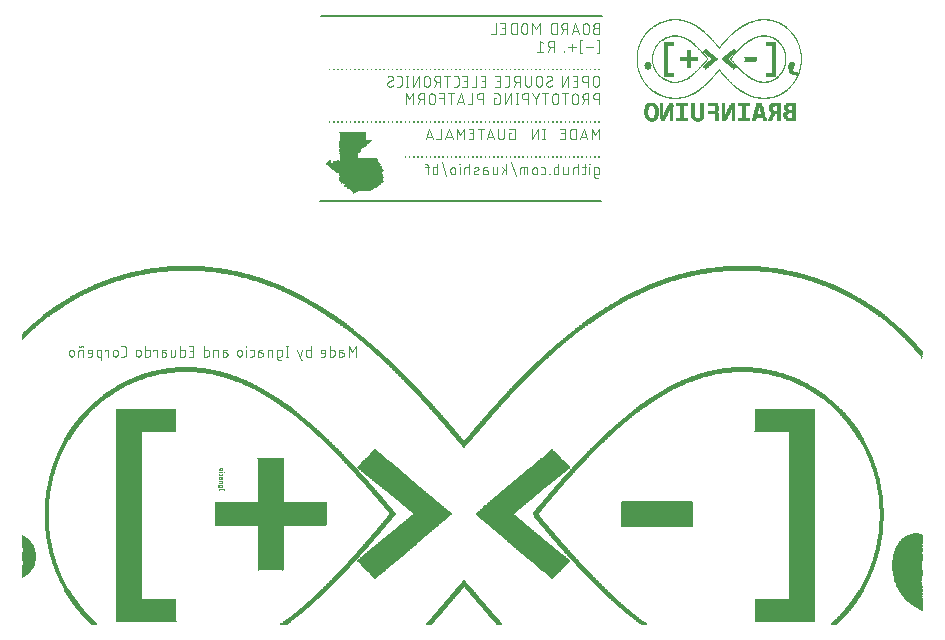
<source format=gbr>
G04 EAGLE Gerber RS-274X export*
G75*
%MOMM*%
%FSLAX34Y34*%
%LPD*%
%INBottom Silkscreen*%
%IPPOS*%
%AMOC8*
5,1,8,0,0,1.08239X$1,22.5*%
G01*
%ADD10C,0.076200*%
%ADD11C,0.025400*%
%ADD12R,0.076200X0.025400*%
%ADD13R,0.127000X0.025400*%
%ADD14R,0.177800X0.025400*%
%ADD15R,0.254000X0.025400*%
%ADD16R,0.330200X0.025400*%
%ADD17R,0.381000X0.025400*%
%ADD18R,0.508000X0.025400*%
%ADD19R,0.635000X0.025400*%
%ADD20R,0.762000X0.025400*%
%ADD21R,0.457200X0.025400*%
%ADD22R,1.549400X0.025400*%
%ADD23R,1.676400X0.025400*%
%ADD24R,1.803400X0.025400*%
%ADD25R,1.879600X0.025400*%
%ADD26R,1.930400X0.025400*%
%ADD27R,0.050800X0.025400*%
%ADD28R,2.057400X0.025400*%
%ADD29R,2.209800X0.025400*%
%ADD30R,2.286000X0.025400*%
%ADD31R,2.336800X0.025400*%
%ADD32R,2.387600X0.025400*%
%ADD33R,2.438400X0.025400*%
%ADD34R,2.514600X0.025400*%
%ADD35R,2.590800X0.025400*%
%ADD36R,2.717800X0.025400*%
%ADD37R,2.844800X0.025400*%
%ADD38R,2.870200X0.025400*%
%ADD39R,2.895600X0.025400*%
%ADD40R,2.921000X0.025400*%
%ADD41R,2.946400X0.025400*%
%ADD42R,2.971800X0.025400*%
%ADD43R,0.025400X0.025400*%
%ADD44R,3.022600X0.025400*%
%ADD45R,3.276600X0.025400*%
%ADD46R,3.302000X0.025400*%
%ADD47R,3.403600X0.025400*%
%ADD48R,3.479800X0.025400*%
%ADD49R,3.530600X0.025400*%
%ADD50R,3.606800X0.025400*%
%ADD51R,3.657600X0.025400*%
%ADD52R,3.733800X0.025400*%
%ADD53R,3.759200X0.025400*%
%ADD54R,3.708400X0.025400*%
%ADD55R,3.683000X0.025400*%
%ADD56R,3.632200X0.025400*%
%ADD57R,3.581400X0.025400*%
%ADD58R,3.810000X0.025400*%
%ADD59R,3.835400X0.025400*%
%ADD60R,3.886200X0.025400*%
%ADD61R,3.962400X0.025400*%
%ADD62R,4.013200X0.025400*%
%ADD63R,4.038600X0.025400*%
%ADD64R,4.089400X0.025400*%
%ADD65R,4.165600X0.025400*%
%ADD66R,4.191000X0.025400*%
%ADD67R,4.216400X0.025400*%
%ADD68R,4.267200X0.025400*%
%ADD69R,4.292600X0.025400*%
%ADD70R,4.318000X0.025400*%
%ADD71R,4.343400X0.025400*%
%ADD72R,4.368800X0.025400*%
%ADD73R,4.394200X0.025400*%
%ADD74R,4.419600X0.025400*%
%ADD75R,4.445000X0.025400*%
%ADD76R,4.470400X0.025400*%
%ADD77R,4.495800X0.025400*%
%ADD78R,4.521200X0.025400*%
%ADD79R,4.064000X0.025400*%
%ADD80R,0.482600X0.025400*%
%ADD81R,0.406400X0.025400*%
%ADD82R,0.355600X0.025400*%
%ADD83R,3.987800X0.025400*%
%ADD84R,3.911600X0.025400*%
%ADD85R,0.279400X0.025400*%
%ADD86R,0.228600X0.025400*%
%ADD87R,0.101600X0.025400*%
%ADD88R,3.200400X0.025400*%
%ADD89R,3.175000X0.025400*%
%ADD90R,3.149600X0.025400*%
%ADD91R,3.124200X0.025400*%
%ADD92R,3.098800X0.025400*%
%ADD93R,1.524000X0.025400*%
%ADD94R,1.498600X0.025400*%
%ADD95R,1.473200X0.025400*%
%ADD96R,1.447800X0.025400*%
%ADD97R,1.574800X0.025400*%
%ADD98R,1.651000X0.025400*%
%ADD99R,1.752600X0.025400*%
%ADD100R,1.778000X0.025400*%
%ADD101R,1.828800X0.025400*%
%ADD102R,1.854200X0.025400*%
%ADD103R,1.905000X0.025400*%
%ADD104R,1.981200X0.025400*%
%ADD105R,2.133600X0.025400*%
%ADD106R,2.184400X0.025400*%
%ADD107R,2.159000X0.025400*%
%ADD108R,2.311400X0.025400*%
%ADD109R,2.362200X0.025400*%
%ADD110R,2.463800X0.025400*%
%ADD111R,2.489200X0.025400*%
%ADD112R,2.540000X0.025400*%
%ADD113R,2.565400X0.025400*%
%ADD114R,2.616200X0.025400*%
%ADD115R,2.692400X0.025400*%
%ADD116R,2.768600X0.025400*%
%ADD117R,2.235200X0.025400*%
%ADD118R,0.431800X0.025400*%
%ADD119R,0.939800X0.025400*%
%ADD120R,0.965200X0.025400*%
%ADD121R,0.304800X0.025400*%
%ADD122R,0.609600X0.025400*%
%ADD123R,0.584200X0.025400*%
%ADD124R,0.736600X0.025400*%
%ADD125R,0.685800X0.025400*%
%ADD126R,0.812800X0.025400*%
%ADD127R,0.863600X0.025400*%
%ADD128R,0.787400X0.025400*%
%ADD129R,0.838200X0.025400*%
%ADD130R,0.889000X0.025400*%
%ADD131R,0.914400X0.025400*%
%ADD132R,0.990600X0.025400*%
%ADD133R,1.092200X0.025400*%
%ADD134R,1.066800X0.025400*%
%ADD135R,0.533400X0.025400*%
%ADD136R,1.041400X0.025400*%
%ADD137R,1.016000X0.025400*%
%ADD138R,0.711200X0.025400*%
%ADD139R,0.558800X0.025400*%
%ADD140R,0.660400X0.025400*%
%ADD141R,0.203200X0.025400*%
%ADD142R,0.152400X0.025400*%
%ADD143R,5.054600X0.025400*%
%ADD144R,5.080000X0.025400*%
%ADD145R,1.143000X0.025400*%
%ADD146R,1.168400X0.025400*%
%ADD147R,1.193800X0.025400*%
%ADD148R,1.219200X0.025400*%
%ADD149R,1.270000X0.025400*%
%ADD150R,1.295400X0.025400*%
%ADD151R,1.320800X0.025400*%
%ADD152R,1.346200X0.025400*%
%ADD153R,1.371600X0.025400*%
%ADD154R,1.397000X0.025400*%
%ADD155R,1.422400X0.025400*%
%ADD156R,1.600200X0.025400*%
%ADD157R,1.625600X0.025400*%
%ADD158R,1.701800X0.025400*%
%ADD159R,1.727200X0.025400*%
%ADD160R,1.955800X0.025400*%
%ADD161R,2.006600X0.025400*%
%ADD162R,2.032000X0.025400*%
%ADD163R,2.082800X0.025400*%
%ADD164R,2.108200X0.025400*%
%ADD165R,2.260600X0.025400*%
%ADD166R,1.117600X0.025400*%
%ADD167R,2.413000X0.025400*%
%ADD168R,2.641600X0.025400*%
%ADD169R,2.667000X0.025400*%
%ADD170R,2.743200X0.025400*%
%ADD171R,2.794000X0.025400*%
%ADD172R,2.997200X0.025400*%
%ADD173R,3.073400X0.025400*%
%ADD174R,3.048000X0.025400*%
%ADD175R,3.225800X0.025400*%
%ADD176R,3.327400X0.025400*%
%ADD177R,3.352800X0.025400*%
%ADD178R,3.251200X0.025400*%
%ADD179R,6.045200X0.025400*%
%ADD180R,9.372600X0.025400*%
%ADD181R,9.398000X0.025400*%
%ADD182R,9.423400X0.025400*%
%ADD183R,5.994400X0.025400*%
%ADD184R,2.819400X0.025400*%
%ADD185R,1.244600X0.025400*%
%ADD186R,5.613400X0.025400*%
%ADD187R,5.461000X0.025400*%
%ADD188R,5.486400X0.025400*%
%ADD189R,5.156200X0.025400*%
%ADD190R,5.029200X0.025400*%
%ADD191R,4.724400X0.025400*%
%ADD192R,4.572000X0.025400*%
%ADD193R,4.597400X0.025400*%
%ADD194R,3.429000X0.025400*%
%ADD195R,7.239000X0.025400*%
%ADD196R,7.086600X0.025400*%
%ADD197R,6.654800X0.025400*%
%ADD198R,6.502400X0.025400*%
%ADD199R,6.070600X0.025400*%
%ADD200R,5.867400X0.025400*%
%ADD201R,5.359400X0.025400*%
%ADD202R,5.130800X0.025400*%
%ADD203C,0.203200*%


D10*
X454851Y469265D02*
X452311Y469265D01*
X452211Y469263D01*
X452112Y469257D01*
X452012Y469247D01*
X451914Y469234D01*
X451815Y469216D01*
X451718Y469195D01*
X451622Y469170D01*
X451526Y469141D01*
X451432Y469108D01*
X451339Y469072D01*
X451248Y469032D01*
X451158Y468988D01*
X451070Y468941D01*
X450984Y468891D01*
X450900Y468837D01*
X450818Y468780D01*
X450739Y468720D01*
X450661Y468656D01*
X450587Y468590D01*
X450515Y468521D01*
X450446Y468449D01*
X450380Y468375D01*
X450316Y468297D01*
X450256Y468218D01*
X450199Y468136D01*
X450145Y468052D01*
X450095Y467966D01*
X450048Y467878D01*
X450004Y467788D01*
X449964Y467697D01*
X449928Y467604D01*
X449895Y467510D01*
X449866Y467414D01*
X449841Y467318D01*
X449820Y467221D01*
X449802Y467122D01*
X449789Y467024D01*
X449779Y466924D01*
X449773Y466825D01*
X449771Y466725D01*
X449773Y466625D01*
X449779Y466526D01*
X449789Y466426D01*
X449802Y466328D01*
X449820Y466229D01*
X449841Y466132D01*
X449866Y466036D01*
X449895Y465940D01*
X449928Y465846D01*
X449964Y465753D01*
X450004Y465662D01*
X450048Y465572D01*
X450095Y465484D01*
X450145Y465398D01*
X450199Y465314D01*
X450256Y465232D01*
X450316Y465153D01*
X450380Y465075D01*
X450446Y465001D01*
X450515Y464929D01*
X450587Y464860D01*
X450661Y464794D01*
X450739Y464730D01*
X450818Y464670D01*
X450900Y464613D01*
X450984Y464559D01*
X451070Y464509D01*
X451158Y464462D01*
X451248Y464418D01*
X451339Y464378D01*
X451432Y464342D01*
X451526Y464309D01*
X451622Y464280D01*
X451718Y464255D01*
X451815Y464234D01*
X451914Y464216D01*
X452012Y464203D01*
X452112Y464193D01*
X452211Y464187D01*
X452311Y464185D01*
X454851Y464185D01*
X454851Y473329D01*
X452311Y473329D01*
X452222Y473327D01*
X452134Y473321D01*
X452046Y473312D01*
X451958Y473298D01*
X451871Y473281D01*
X451785Y473260D01*
X451700Y473235D01*
X451616Y473206D01*
X451533Y473174D01*
X451452Y473139D01*
X451373Y473099D01*
X451295Y473057D01*
X451219Y473011D01*
X451145Y472962D01*
X451074Y472909D01*
X451005Y472854D01*
X450938Y472795D01*
X450874Y472734D01*
X450813Y472670D01*
X450754Y472603D01*
X450699Y472534D01*
X450646Y472463D01*
X450597Y472389D01*
X450551Y472313D01*
X450509Y472235D01*
X450469Y472156D01*
X450434Y472075D01*
X450402Y471992D01*
X450373Y471908D01*
X450348Y471823D01*
X450327Y471737D01*
X450310Y471650D01*
X450296Y471562D01*
X450287Y471474D01*
X450281Y471386D01*
X450279Y471297D01*
X450281Y471208D01*
X450287Y471120D01*
X450296Y471032D01*
X450310Y470944D01*
X450327Y470857D01*
X450348Y470771D01*
X450373Y470686D01*
X450402Y470602D01*
X450434Y470519D01*
X450469Y470438D01*
X450509Y470359D01*
X450551Y470281D01*
X450597Y470205D01*
X450646Y470131D01*
X450699Y470060D01*
X450754Y469991D01*
X450813Y469924D01*
X450874Y469860D01*
X450938Y469799D01*
X451005Y469740D01*
X451074Y469685D01*
X451145Y469632D01*
X451219Y469583D01*
X451295Y469537D01*
X451373Y469495D01*
X451452Y469455D01*
X451533Y469420D01*
X451616Y469388D01*
X451700Y469359D01*
X451785Y469334D01*
X451871Y469313D01*
X451958Y469296D01*
X452046Y469282D01*
X452134Y469273D01*
X452222Y469267D01*
X452311Y469265D01*
X446362Y470789D02*
X446362Y466725D01*
X446362Y470789D02*
X446360Y470889D01*
X446354Y470988D01*
X446344Y471088D01*
X446331Y471186D01*
X446313Y471285D01*
X446292Y471382D01*
X446267Y471478D01*
X446238Y471574D01*
X446205Y471668D01*
X446169Y471761D01*
X446129Y471852D01*
X446085Y471942D01*
X446038Y472030D01*
X445988Y472116D01*
X445934Y472200D01*
X445877Y472282D01*
X445817Y472361D01*
X445753Y472439D01*
X445687Y472513D01*
X445618Y472585D01*
X445546Y472654D01*
X445472Y472720D01*
X445394Y472784D01*
X445315Y472844D01*
X445233Y472901D01*
X445149Y472955D01*
X445063Y473005D01*
X444975Y473052D01*
X444885Y473096D01*
X444794Y473136D01*
X444701Y473172D01*
X444607Y473205D01*
X444511Y473234D01*
X444415Y473259D01*
X444318Y473280D01*
X444219Y473298D01*
X444121Y473311D01*
X444021Y473321D01*
X443922Y473327D01*
X443822Y473329D01*
X443722Y473327D01*
X443623Y473321D01*
X443523Y473311D01*
X443425Y473298D01*
X443326Y473280D01*
X443229Y473259D01*
X443133Y473234D01*
X443037Y473205D01*
X442943Y473172D01*
X442850Y473136D01*
X442759Y473096D01*
X442669Y473052D01*
X442581Y473005D01*
X442495Y472955D01*
X442411Y472901D01*
X442329Y472844D01*
X442250Y472784D01*
X442172Y472720D01*
X442098Y472654D01*
X442026Y472585D01*
X441957Y472513D01*
X441891Y472439D01*
X441827Y472361D01*
X441767Y472282D01*
X441710Y472200D01*
X441656Y472116D01*
X441606Y472030D01*
X441559Y471942D01*
X441515Y471852D01*
X441475Y471761D01*
X441439Y471668D01*
X441406Y471574D01*
X441377Y471478D01*
X441352Y471382D01*
X441331Y471285D01*
X441313Y471186D01*
X441300Y471088D01*
X441290Y470988D01*
X441284Y470889D01*
X441282Y470789D01*
X441282Y466725D01*
X441284Y466625D01*
X441290Y466526D01*
X441300Y466426D01*
X441313Y466328D01*
X441331Y466229D01*
X441352Y466132D01*
X441377Y466036D01*
X441406Y465940D01*
X441439Y465846D01*
X441475Y465753D01*
X441515Y465662D01*
X441559Y465572D01*
X441606Y465484D01*
X441656Y465398D01*
X441710Y465314D01*
X441767Y465232D01*
X441827Y465153D01*
X441891Y465075D01*
X441957Y465001D01*
X442026Y464929D01*
X442098Y464860D01*
X442172Y464794D01*
X442250Y464730D01*
X442329Y464670D01*
X442411Y464613D01*
X442495Y464559D01*
X442581Y464509D01*
X442669Y464462D01*
X442759Y464418D01*
X442850Y464378D01*
X442943Y464342D01*
X443037Y464309D01*
X443133Y464280D01*
X443229Y464255D01*
X443326Y464234D01*
X443425Y464216D01*
X443523Y464203D01*
X443623Y464193D01*
X443722Y464187D01*
X443822Y464185D01*
X443922Y464187D01*
X444021Y464193D01*
X444121Y464203D01*
X444219Y464216D01*
X444318Y464234D01*
X444415Y464255D01*
X444511Y464280D01*
X444607Y464309D01*
X444701Y464342D01*
X444794Y464378D01*
X444885Y464418D01*
X444975Y464462D01*
X445063Y464509D01*
X445149Y464559D01*
X445233Y464613D01*
X445315Y464670D01*
X445394Y464730D01*
X445472Y464794D01*
X445546Y464860D01*
X445618Y464929D01*
X445687Y465001D01*
X445753Y465075D01*
X445817Y465153D01*
X445877Y465232D01*
X445934Y465314D01*
X445988Y465398D01*
X446038Y465484D01*
X446085Y465572D01*
X446129Y465662D01*
X446169Y465753D01*
X446205Y465846D01*
X446238Y465940D01*
X446267Y466036D01*
X446292Y466132D01*
X446313Y466229D01*
X446331Y466328D01*
X446344Y466426D01*
X446354Y466526D01*
X446360Y466625D01*
X446362Y466725D01*
X437954Y464185D02*
X434906Y473329D01*
X431858Y464185D01*
X432620Y466471D02*
X437192Y466471D01*
X428178Y464185D02*
X428178Y473329D01*
X425638Y473329D01*
X425538Y473327D01*
X425439Y473321D01*
X425339Y473311D01*
X425241Y473298D01*
X425142Y473280D01*
X425045Y473259D01*
X424949Y473234D01*
X424853Y473205D01*
X424759Y473172D01*
X424666Y473136D01*
X424575Y473096D01*
X424485Y473052D01*
X424397Y473005D01*
X424311Y472955D01*
X424227Y472901D01*
X424145Y472844D01*
X424066Y472784D01*
X423988Y472720D01*
X423914Y472654D01*
X423842Y472585D01*
X423773Y472513D01*
X423707Y472439D01*
X423643Y472361D01*
X423583Y472282D01*
X423526Y472200D01*
X423472Y472116D01*
X423422Y472030D01*
X423375Y471942D01*
X423331Y471852D01*
X423291Y471761D01*
X423255Y471668D01*
X423222Y471574D01*
X423193Y471478D01*
X423168Y471382D01*
X423147Y471285D01*
X423129Y471186D01*
X423116Y471088D01*
X423106Y470988D01*
X423100Y470889D01*
X423098Y470789D01*
X423100Y470689D01*
X423106Y470590D01*
X423116Y470490D01*
X423129Y470392D01*
X423147Y470293D01*
X423168Y470196D01*
X423193Y470100D01*
X423222Y470004D01*
X423255Y469910D01*
X423291Y469817D01*
X423331Y469726D01*
X423375Y469636D01*
X423422Y469548D01*
X423472Y469462D01*
X423526Y469378D01*
X423583Y469296D01*
X423643Y469217D01*
X423707Y469139D01*
X423773Y469065D01*
X423842Y468993D01*
X423914Y468924D01*
X423988Y468858D01*
X424066Y468794D01*
X424145Y468734D01*
X424227Y468677D01*
X424311Y468623D01*
X424397Y468573D01*
X424485Y468526D01*
X424575Y468482D01*
X424666Y468442D01*
X424759Y468406D01*
X424853Y468373D01*
X424949Y468344D01*
X425045Y468319D01*
X425142Y468298D01*
X425241Y468280D01*
X425339Y468267D01*
X425439Y468257D01*
X425538Y468251D01*
X425638Y468249D01*
X428178Y468249D01*
X425130Y468249D02*
X423098Y464185D01*
X419021Y464185D02*
X419021Y473329D01*
X416481Y473329D01*
X416381Y473327D01*
X416282Y473321D01*
X416182Y473311D01*
X416084Y473298D01*
X415985Y473280D01*
X415888Y473259D01*
X415792Y473234D01*
X415696Y473205D01*
X415602Y473172D01*
X415509Y473136D01*
X415418Y473096D01*
X415328Y473052D01*
X415240Y473005D01*
X415154Y472955D01*
X415070Y472901D01*
X414988Y472844D01*
X414909Y472784D01*
X414831Y472720D01*
X414757Y472654D01*
X414685Y472585D01*
X414616Y472513D01*
X414550Y472439D01*
X414486Y472361D01*
X414426Y472282D01*
X414369Y472200D01*
X414315Y472116D01*
X414265Y472030D01*
X414218Y471942D01*
X414174Y471852D01*
X414134Y471761D01*
X414098Y471668D01*
X414065Y471574D01*
X414036Y471478D01*
X414011Y471382D01*
X413990Y471285D01*
X413972Y471186D01*
X413959Y471088D01*
X413949Y470988D01*
X413943Y470889D01*
X413941Y470789D01*
X413941Y466725D01*
X413943Y466625D01*
X413949Y466526D01*
X413959Y466426D01*
X413972Y466328D01*
X413990Y466229D01*
X414011Y466132D01*
X414036Y466036D01*
X414065Y465940D01*
X414098Y465846D01*
X414134Y465753D01*
X414174Y465662D01*
X414218Y465572D01*
X414265Y465484D01*
X414315Y465398D01*
X414369Y465314D01*
X414426Y465232D01*
X414486Y465153D01*
X414550Y465075D01*
X414616Y465001D01*
X414685Y464929D01*
X414757Y464860D01*
X414831Y464794D01*
X414909Y464730D01*
X414988Y464670D01*
X415070Y464613D01*
X415154Y464559D01*
X415240Y464509D01*
X415328Y464462D01*
X415418Y464418D01*
X415509Y464378D01*
X415602Y464342D01*
X415696Y464309D01*
X415792Y464280D01*
X415888Y464255D01*
X415985Y464234D01*
X416084Y464216D01*
X416182Y464203D01*
X416282Y464193D01*
X416381Y464187D01*
X416481Y464185D01*
X419021Y464185D01*
X404670Y464185D02*
X404670Y473329D01*
X401622Y468249D01*
X398574Y473329D01*
X398574Y464185D01*
X394355Y466725D02*
X394355Y470789D01*
X394353Y470889D01*
X394347Y470988D01*
X394337Y471088D01*
X394324Y471186D01*
X394306Y471285D01*
X394285Y471382D01*
X394260Y471478D01*
X394231Y471574D01*
X394198Y471668D01*
X394162Y471761D01*
X394122Y471852D01*
X394078Y471942D01*
X394031Y472030D01*
X393981Y472116D01*
X393927Y472200D01*
X393870Y472282D01*
X393810Y472361D01*
X393746Y472439D01*
X393680Y472513D01*
X393611Y472585D01*
X393539Y472654D01*
X393465Y472720D01*
X393387Y472784D01*
X393308Y472844D01*
X393226Y472901D01*
X393142Y472955D01*
X393056Y473005D01*
X392968Y473052D01*
X392878Y473096D01*
X392787Y473136D01*
X392694Y473172D01*
X392600Y473205D01*
X392504Y473234D01*
X392408Y473259D01*
X392311Y473280D01*
X392212Y473298D01*
X392114Y473311D01*
X392014Y473321D01*
X391915Y473327D01*
X391815Y473329D01*
X391715Y473327D01*
X391616Y473321D01*
X391516Y473311D01*
X391418Y473298D01*
X391319Y473280D01*
X391222Y473259D01*
X391126Y473234D01*
X391030Y473205D01*
X390936Y473172D01*
X390843Y473136D01*
X390752Y473096D01*
X390662Y473052D01*
X390574Y473005D01*
X390488Y472955D01*
X390404Y472901D01*
X390322Y472844D01*
X390243Y472784D01*
X390165Y472720D01*
X390091Y472654D01*
X390019Y472585D01*
X389950Y472513D01*
X389884Y472439D01*
X389820Y472361D01*
X389760Y472282D01*
X389703Y472200D01*
X389649Y472116D01*
X389599Y472030D01*
X389552Y471942D01*
X389508Y471852D01*
X389468Y471761D01*
X389432Y471668D01*
X389399Y471574D01*
X389370Y471478D01*
X389345Y471382D01*
X389324Y471285D01*
X389306Y471186D01*
X389293Y471088D01*
X389283Y470988D01*
X389277Y470889D01*
X389275Y470789D01*
X389275Y466725D01*
X389277Y466625D01*
X389283Y466526D01*
X389293Y466426D01*
X389306Y466328D01*
X389324Y466229D01*
X389345Y466132D01*
X389370Y466036D01*
X389399Y465940D01*
X389432Y465846D01*
X389468Y465753D01*
X389508Y465662D01*
X389552Y465572D01*
X389599Y465484D01*
X389649Y465398D01*
X389703Y465314D01*
X389760Y465232D01*
X389820Y465153D01*
X389884Y465075D01*
X389950Y465001D01*
X390019Y464929D01*
X390091Y464860D01*
X390165Y464794D01*
X390243Y464730D01*
X390322Y464670D01*
X390404Y464613D01*
X390488Y464559D01*
X390574Y464509D01*
X390662Y464462D01*
X390752Y464418D01*
X390843Y464378D01*
X390936Y464342D01*
X391030Y464309D01*
X391126Y464280D01*
X391222Y464255D01*
X391319Y464234D01*
X391418Y464216D01*
X391516Y464203D01*
X391616Y464193D01*
X391715Y464187D01*
X391815Y464185D01*
X391915Y464187D01*
X392014Y464193D01*
X392114Y464203D01*
X392212Y464216D01*
X392311Y464234D01*
X392408Y464255D01*
X392504Y464280D01*
X392600Y464309D01*
X392694Y464342D01*
X392787Y464378D01*
X392878Y464418D01*
X392968Y464462D01*
X393056Y464509D01*
X393142Y464559D01*
X393226Y464613D01*
X393308Y464670D01*
X393387Y464730D01*
X393465Y464794D01*
X393539Y464860D01*
X393611Y464929D01*
X393680Y465001D01*
X393746Y465075D01*
X393810Y465153D01*
X393870Y465232D01*
X393927Y465314D01*
X393981Y465398D01*
X394031Y465484D01*
X394078Y465572D01*
X394122Y465662D01*
X394162Y465753D01*
X394198Y465846D01*
X394231Y465940D01*
X394260Y466036D01*
X394285Y466132D01*
X394306Y466229D01*
X394324Y466328D01*
X394337Y466426D01*
X394347Y466526D01*
X394353Y466625D01*
X394355Y466725D01*
X385143Y464185D02*
X385143Y473329D01*
X382603Y473329D01*
X382503Y473327D01*
X382404Y473321D01*
X382304Y473311D01*
X382206Y473298D01*
X382107Y473280D01*
X382010Y473259D01*
X381914Y473234D01*
X381818Y473205D01*
X381724Y473172D01*
X381631Y473136D01*
X381540Y473096D01*
X381450Y473052D01*
X381362Y473005D01*
X381276Y472955D01*
X381192Y472901D01*
X381110Y472844D01*
X381031Y472784D01*
X380953Y472720D01*
X380879Y472654D01*
X380807Y472585D01*
X380738Y472513D01*
X380672Y472439D01*
X380608Y472361D01*
X380548Y472282D01*
X380491Y472200D01*
X380437Y472116D01*
X380387Y472030D01*
X380340Y471942D01*
X380296Y471852D01*
X380256Y471761D01*
X380220Y471668D01*
X380187Y471574D01*
X380158Y471478D01*
X380133Y471382D01*
X380112Y471285D01*
X380094Y471186D01*
X380081Y471088D01*
X380071Y470988D01*
X380065Y470889D01*
X380063Y470789D01*
X380063Y466725D01*
X380065Y466625D01*
X380071Y466526D01*
X380081Y466426D01*
X380094Y466328D01*
X380112Y466229D01*
X380133Y466132D01*
X380158Y466036D01*
X380187Y465940D01*
X380220Y465846D01*
X380256Y465753D01*
X380296Y465662D01*
X380340Y465572D01*
X380387Y465484D01*
X380437Y465398D01*
X380491Y465314D01*
X380548Y465232D01*
X380608Y465153D01*
X380672Y465075D01*
X380738Y465001D01*
X380807Y464929D01*
X380879Y464860D01*
X380953Y464794D01*
X381031Y464730D01*
X381110Y464670D01*
X381192Y464613D01*
X381276Y464559D01*
X381362Y464509D01*
X381450Y464462D01*
X381540Y464418D01*
X381631Y464378D01*
X381724Y464342D01*
X381818Y464309D01*
X381914Y464280D01*
X382010Y464255D01*
X382107Y464234D01*
X382206Y464216D01*
X382304Y464203D01*
X382404Y464193D01*
X382503Y464187D01*
X382603Y464185D01*
X385143Y464185D01*
X375616Y464185D02*
X371552Y464185D01*
X375616Y464185D02*
X375616Y473329D01*
X371552Y473329D01*
X372568Y469265D02*
X375616Y469265D01*
X367889Y473329D02*
X367889Y464185D01*
X363825Y464185D01*
X453327Y448310D02*
X454851Y448310D01*
X454851Y459486D01*
X453327Y459486D01*
X450043Y452882D02*
X443947Y452882D01*
X440664Y459486D02*
X439140Y459486D01*
X439140Y448310D01*
X440664Y448310D01*
X435184Y452882D02*
X429088Y452882D01*
X432136Y449834D02*
X432136Y455930D01*
X425555Y449834D02*
X425555Y449326D01*
X425555Y449834D02*
X425047Y449834D01*
X425047Y449326D01*
X425555Y449326D01*
X416492Y449326D02*
X416492Y458470D01*
X413952Y458470D01*
X413852Y458468D01*
X413753Y458462D01*
X413653Y458452D01*
X413555Y458439D01*
X413456Y458421D01*
X413359Y458400D01*
X413263Y458375D01*
X413167Y458346D01*
X413073Y458313D01*
X412980Y458277D01*
X412889Y458237D01*
X412799Y458193D01*
X412711Y458146D01*
X412625Y458096D01*
X412541Y458042D01*
X412459Y457985D01*
X412380Y457925D01*
X412302Y457861D01*
X412228Y457795D01*
X412156Y457726D01*
X412087Y457654D01*
X412021Y457580D01*
X411957Y457502D01*
X411897Y457423D01*
X411840Y457341D01*
X411786Y457257D01*
X411736Y457171D01*
X411689Y457083D01*
X411645Y456993D01*
X411605Y456902D01*
X411569Y456809D01*
X411536Y456715D01*
X411507Y456619D01*
X411482Y456523D01*
X411461Y456426D01*
X411443Y456327D01*
X411430Y456229D01*
X411420Y456129D01*
X411414Y456030D01*
X411412Y455930D01*
X411414Y455830D01*
X411420Y455731D01*
X411430Y455631D01*
X411443Y455533D01*
X411461Y455434D01*
X411482Y455337D01*
X411507Y455241D01*
X411536Y455145D01*
X411569Y455051D01*
X411605Y454958D01*
X411645Y454867D01*
X411689Y454777D01*
X411736Y454689D01*
X411786Y454603D01*
X411840Y454519D01*
X411897Y454437D01*
X411957Y454358D01*
X412021Y454280D01*
X412087Y454206D01*
X412156Y454134D01*
X412228Y454065D01*
X412302Y453999D01*
X412380Y453935D01*
X412459Y453875D01*
X412541Y453818D01*
X412625Y453764D01*
X412711Y453714D01*
X412799Y453667D01*
X412889Y453623D01*
X412980Y453583D01*
X413073Y453547D01*
X413167Y453514D01*
X413263Y453485D01*
X413359Y453460D01*
X413456Y453439D01*
X413555Y453421D01*
X413653Y453408D01*
X413753Y453398D01*
X413852Y453392D01*
X413952Y453390D01*
X416492Y453390D01*
X413444Y453390D02*
X411412Y449326D01*
X407633Y456438D02*
X405093Y458470D01*
X405093Y449326D01*
X407633Y449326D02*
X402553Y449326D01*
X454851Y434975D02*
X454851Y434467D01*
X454851Y434975D02*
X454343Y434975D01*
X454343Y434467D01*
X454851Y434467D01*
X451284Y434467D02*
X451284Y434975D01*
X450776Y434975D01*
X450776Y434467D01*
X451284Y434467D01*
X447718Y434467D02*
X447718Y434975D01*
X447210Y434975D01*
X447210Y434467D01*
X447718Y434467D01*
X444152Y434467D02*
X444152Y434975D01*
X443644Y434975D01*
X443644Y434467D01*
X444152Y434467D01*
X440586Y434467D02*
X440586Y434975D01*
X440078Y434975D01*
X440078Y434467D01*
X440586Y434467D01*
X437020Y434467D02*
X437020Y434975D01*
X436512Y434975D01*
X436512Y434467D01*
X437020Y434467D01*
X433454Y434467D02*
X433454Y434975D01*
X432946Y434975D01*
X432946Y434467D01*
X433454Y434467D01*
X429888Y434467D02*
X429888Y434975D01*
X429380Y434975D01*
X429380Y434467D01*
X429888Y434467D01*
X426322Y434467D02*
X426322Y434975D01*
X425814Y434975D01*
X425814Y434467D01*
X426322Y434467D01*
X422755Y434467D02*
X422755Y434975D01*
X422247Y434975D01*
X422247Y434467D01*
X422755Y434467D01*
X419189Y434467D02*
X419189Y434975D01*
X418681Y434975D01*
X418681Y434467D01*
X419189Y434467D01*
X415623Y434467D02*
X415623Y434975D01*
X415115Y434975D01*
X415115Y434467D01*
X415623Y434467D01*
X412057Y434467D02*
X412057Y434975D01*
X411549Y434975D01*
X411549Y434467D01*
X412057Y434467D01*
X408491Y434467D02*
X408491Y434975D01*
X407983Y434975D01*
X407983Y434467D01*
X408491Y434467D01*
X404925Y434467D02*
X404925Y434975D01*
X404417Y434975D01*
X404417Y434467D01*
X404925Y434467D01*
X401359Y434467D02*
X401359Y434975D01*
X400851Y434975D01*
X400851Y434467D01*
X401359Y434467D01*
X397793Y434467D02*
X397793Y434975D01*
X397285Y434975D01*
X397285Y434467D01*
X397793Y434467D01*
X394226Y434467D02*
X394226Y434975D01*
X393718Y434975D01*
X393718Y434467D01*
X394226Y434467D01*
X390660Y434467D02*
X390660Y434975D01*
X390152Y434975D01*
X390152Y434467D01*
X390660Y434467D01*
X387094Y434467D02*
X387094Y434975D01*
X386586Y434975D01*
X386586Y434467D01*
X387094Y434467D01*
X383528Y434467D02*
X383528Y434975D01*
X383020Y434975D01*
X383020Y434467D01*
X383528Y434467D01*
X379962Y434467D02*
X379962Y434975D01*
X379454Y434975D01*
X379454Y434467D01*
X379962Y434467D01*
X376396Y434467D02*
X376396Y434975D01*
X375888Y434975D01*
X375888Y434467D01*
X376396Y434467D01*
X372830Y434467D02*
X372830Y434975D01*
X372322Y434975D01*
X372322Y434467D01*
X372830Y434467D01*
X369264Y434467D02*
X369264Y434975D01*
X368756Y434975D01*
X368756Y434467D01*
X369264Y434467D01*
X365697Y434467D02*
X365697Y434975D01*
X365189Y434975D01*
X365189Y434467D01*
X365697Y434467D01*
X362131Y434467D02*
X362131Y434975D01*
X361623Y434975D01*
X361623Y434467D01*
X362131Y434467D01*
X358565Y434467D02*
X358565Y434975D01*
X358057Y434975D01*
X358057Y434467D01*
X358565Y434467D01*
X354999Y434467D02*
X354999Y434975D01*
X354491Y434975D01*
X354491Y434467D01*
X354999Y434467D01*
X351433Y434467D02*
X351433Y434975D01*
X350925Y434975D01*
X350925Y434467D01*
X351433Y434467D01*
X347867Y434467D02*
X347867Y434975D01*
X347359Y434975D01*
X347359Y434467D01*
X347867Y434467D01*
X344301Y434467D02*
X344301Y434975D01*
X343793Y434975D01*
X343793Y434467D01*
X344301Y434467D01*
X340735Y434467D02*
X340735Y434975D01*
X340227Y434975D01*
X340227Y434467D01*
X340735Y434467D01*
X337168Y434467D02*
X337168Y434975D01*
X336660Y434975D01*
X336660Y434467D01*
X337168Y434467D01*
X333602Y434467D02*
X333602Y434975D01*
X333094Y434975D01*
X333094Y434467D01*
X333602Y434467D01*
X330036Y434467D02*
X330036Y434975D01*
X329528Y434975D01*
X329528Y434467D01*
X330036Y434467D01*
X326470Y434467D02*
X326470Y434975D01*
X325962Y434975D01*
X325962Y434467D01*
X326470Y434467D01*
X322904Y434467D02*
X322904Y434975D01*
X322396Y434975D01*
X322396Y434467D01*
X322904Y434467D01*
X319338Y434467D02*
X319338Y434975D01*
X318830Y434975D01*
X318830Y434467D01*
X319338Y434467D01*
X315772Y434467D02*
X315772Y434975D01*
X315264Y434975D01*
X315264Y434467D01*
X315772Y434467D01*
X312206Y434467D02*
X312206Y434975D01*
X311698Y434975D01*
X311698Y434467D01*
X312206Y434467D01*
X308639Y434467D02*
X308639Y434975D01*
X308131Y434975D01*
X308131Y434467D01*
X308639Y434467D01*
X305073Y434467D02*
X305073Y434975D01*
X304565Y434975D01*
X304565Y434467D01*
X305073Y434467D01*
X301507Y434467D02*
X301507Y434975D01*
X300999Y434975D01*
X300999Y434467D01*
X301507Y434467D01*
X297941Y434467D02*
X297941Y434975D01*
X297433Y434975D01*
X297433Y434467D01*
X297941Y434467D01*
X294375Y434467D02*
X294375Y434975D01*
X293867Y434975D01*
X293867Y434467D01*
X294375Y434467D01*
X290809Y434467D02*
X290809Y434975D01*
X290301Y434975D01*
X290301Y434467D01*
X290809Y434467D01*
X287243Y434467D02*
X287243Y434975D01*
X286735Y434975D01*
X286735Y434467D01*
X287243Y434467D01*
X283677Y434467D02*
X283677Y434975D01*
X283169Y434975D01*
X283169Y434467D01*
X283677Y434467D01*
X280110Y434467D02*
X280110Y434975D01*
X279602Y434975D01*
X279602Y434467D01*
X280110Y434467D01*
X276544Y434467D02*
X276544Y434975D01*
X276036Y434975D01*
X276036Y434467D01*
X276544Y434467D01*
X272978Y434467D02*
X272978Y434975D01*
X272470Y434975D01*
X272470Y434467D01*
X272978Y434467D01*
X269412Y434467D02*
X269412Y434975D01*
X268904Y434975D01*
X268904Y434467D01*
X269412Y434467D01*
X265846Y434467D02*
X265846Y434975D01*
X265338Y434975D01*
X265338Y434467D01*
X265846Y434467D01*
X262280Y434467D02*
X262280Y434975D01*
X261772Y434975D01*
X261772Y434467D01*
X262280Y434467D01*
X258714Y434467D02*
X258714Y434975D01*
X258206Y434975D01*
X258206Y434467D01*
X258714Y434467D01*
X255148Y434467D02*
X255148Y434975D01*
X254640Y434975D01*
X254640Y434467D01*
X255148Y434467D01*
X251581Y434467D02*
X251581Y434975D01*
X251073Y434975D01*
X251073Y434467D01*
X251581Y434467D01*
X248015Y434467D02*
X248015Y434975D01*
X247507Y434975D01*
X247507Y434467D01*
X248015Y434467D01*
X244449Y434467D02*
X244449Y434975D01*
X243941Y434975D01*
X243941Y434467D01*
X244449Y434467D01*
X240883Y434467D02*
X240883Y434975D01*
X240375Y434975D01*
X240375Y434467D01*
X240883Y434467D01*
X237317Y434467D02*
X237317Y434975D01*
X236809Y434975D01*
X236809Y434467D01*
X237317Y434467D01*
X233751Y434467D02*
X233751Y434975D01*
X233243Y434975D01*
X233243Y434467D01*
X233751Y434467D01*
X230185Y434467D02*
X230185Y434975D01*
X229677Y434975D01*
X229677Y434467D01*
X230185Y434467D01*
X226619Y434467D02*
X226619Y434975D01*
X226111Y434975D01*
X226111Y434467D01*
X226619Y434467D01*
X454851Y426212D02*
X454851Y422148D01*
X454851Y426212D02*
X454849Y426312D01*
X454843Y426411D01*
X454833Y426511D01*
X454820Y426609D01*
X454802Y426708D01*
X454781Y426805D01*
X454756Y426901D01*
X454727Y426997D01*
X454694Y427091D01*
X454658Y427184D01*
X454618Y427275D01*
X454574Y427365D01*
X454527Y427453D01*
X454477Y427539D01*
X454423Y427623D01*
X454366Y427705D01*
X454306Y427784D01*
X454242Y427862D01*
X454176Y427936D01*
X454107Y428008D01*
X454035Y428077D01*
X453961Y428143D01*
X453883Y428207D01*
X453804Y428267D01*
X453722Y428324D01*
X453638Y428378D01*
X453552Y428428D01*
X453464Y428475D01*
X453374Y428519D01*
X453283Y428559D01*
X453190Y428595D01*
X453096Y428628D01*
X453000Y428657D01*
X452904Y428682D01*
X452807Y428703D01*
X452708Y428721D01*
X452610Y428734D01*
X452510Y428744D01*
X452411Y428750D01*
X452311Y428752D01*
X452211Y428750D01*
X452112Y428744D01*
X452012Y428734D01*
X451914Y428721D01*
X451815Y428703D01*
X451718Y428682D01*
X451622Y428657D01*
X451526Y428628D01*
X451432Y428595D01*
X451339Y428559D01*
X451248Y428519D01*
X451158Y428475D01*
X451070Y428428D01*
X450984Y428378D01*
X450900Y428324D01*
X450818Y428267D01*
X450739Y428207D01*
X450661Y428143D01*
X450587Y428077D01*
X450515Y428008D01*
X450446Y427936D01*
X450380Y427862D01*
X450316Y427784D01*
X450256Y427705D01*
X450199Y427623D01*
X450145Y427539D01*
X450095Y427453D01*
X450048Y427365D01*
X450004Y427275D01*
X449964Y427184D01*
X449928Y427091D01*
X449895Y426997D01*
X449866Y426901D01*
X449841Y426805D01*
X449820Y426708D01*
X449802Y426609D01*
X449789Y426511D01*
X449779Y426411D01*
X449773Y426312D01*
X449771Y426212D01*
X449771Y422148D01*
X449773Y422048D01*
X449779Y421949D01*
X449789Y421849D01*
X449802Y421751D01*
X449820Y421652D01*
X449841Y421555D01*
X449866Y421459D01*
X449895Y421363D01*
X449928Y421269D01*
X449964Y421176D01*
X450004Y421085D01*
X450048Y420995D01*
X450095Y420907D01*
X450145Y420821D01*
X450199Y420737D01*
X450256Y420655D01*
X450316Y420576D01*
X450380Y420498D01*
X450446Y420424D01*
X450515Y420352D01*
X450587Y420283D01*
X450661Y420217D01*
X450739Y420153D01*
X450818Y420093D01*
X450900Y420036D01*
X450984Y419982D01*
X451070Y419932D01*
X451158Y419885D01*
X451248Y419841D01*
X451339Y419801D01*
X451432Y419765D01*
X451526Y419732D01*
X451622Y419703D01*
X451718Y419678D01*
X451815Y419657D01*
X451914Y419639D01*
X452012Y419626D01*
X452112Y419616D01*
X452211Y419610D01*
X452311Y419608D01*
X452411Y419610D01*
X452510Y419616D01*
X452610Y419626D01*
X452708Y419639D01*
X452807Y419657D01*
X452904Y419678D01*
X453000Y419703D01*
X453096Y419732D01*
X453190Y419765D01*
X453283Y419801D01*
X453374Y419841D01*
X453464Y419885D01*
X453552Y419932D01*
X453638Y419982D01*
X453722Y420036D01*
X453804Y420093D01*
X453883Y420153D01*
X453961Y420217D01*
X454035Y420283D01*
X454107Y420352D01*
X454176Y420424D01*
X454242Y420498D01*
X454306Y420576D01*
X454366Y420655D01*
X454423Y420737D01*
X454477Y420821D01*
X454527Y420907D01*
X454574Y420995D01*
X454618Y421085D01*
X454658Y421176D01*
X454694Y421269D01*
X454727Y421363D01*
X454756Y421459D01*
X454781Y421555D01*
X454802Y421652D01*
X454820Y421751D01*
X454833Y421849D01*
X454843Y421949D01*
X454849Y422048D01*
X454851Y422148D01*
X445508Y419608D02*
X445508Y428752D01*
X442968Y428752D01*
X442868Y428750D01*
X442769Y428744D01*
X442669Y428734D01*
X442571Y428721D01*
X442472Y428703D01*
X442375Y428682D01*
X442279Y428657D01*
X442183Y428628D01*
X442089Y428595D01*
X441996Y428559D01*
X441905Y428519D01*
X441815Y428475D01*
X441727Y428428D01*
X441641Y428378D01*
X441557Y428324D01*
X441475Y428267D01*
X441396Y428207D01*
X441318Y428143D01*
X441244Y428077D01*
X441172Y428008D01*
X441103Y427936D01*
X441037Y427862D01*
X440973Y427784D01*
X440913Y427705D01*
X440856Y427623D01*
X440802Y427539D01*
X440752Y427453D01*
X440705Y427365D01*
X440661Y427275D01*
X440621Y427184D01*
X440585Y427091D01*
X440552Y426997D01*
X440523Y426901D01*
X440498Y426805D01*
X440477Y426708D01*
X440459Y426609D01*
X440446Y426511D01*
X440436Y426411D01*
X440430Y426312D01*
X440428Y426212D01*
X440430Y426112D01*
X440436Y426013D01*
X440446Y425913D01*
X440459Y425815D01*
X440477Y425716D01*
X440498Y425619D01*
X440523Y425523D01*
X440552Y425427D01*
X440585Y425333D01*
X440621Y425240D01*
X440661Y425149D01*
X440705Y425059D01*
X440752Y424971D01*
X440802Y424885D01*
X440856Y424801D01*
X440913Y424719D01*
X440973Y424640D01*
X441037Y424562D01*
X441103Y424488D01*
X441172Y424416D01*
X441244Y424347D01*
X441318Y424281D01*
X441396Y424217D01*
X441475Y424157D01*
X441557Y424100D01*
X441641Y424046D01*
X441727Y423996D01*
X441815Y423949D01*
X441905Y423905D01*
X441996Y423865D01*
X442089Y423829D01*
X442183Y423796D01*
X442279Y423767D01*
X442375Y423742D01*
X442472Y423721D01*
X442571Y423703D01*
X442669Y423690D01*
X442769Y423680D01*
X442868Y423674D01*
X442968Y423672D01*
X445508Y423672D01*
X436705Y419608D02*
X432641Y419608D01*
X436705Y419608D02*
X436705Y428752D01*
X432641Y428752D01*
X433657Y424688D02*
X436705Y424688D01*
X428996Y428752D02*
X428996Y419608D01*
X423916Y419608D02*
X428996Y428752D01*
X423916Y428752D02*
X423916Y419608D01*
X412278Y419608D02*
X412189Y419610D01*
X412101Y419616D01*
X412013Y419625D01*
X411925Y419639D01*
X411838Y419656D01*
X411752Y419677D01*
X411667Y419702D01*
X411583Y419731D01*
X411500Y419763D01*
X411419Y419798D01*
X411340Y419838D01*
X411262Y419880D01*
X411186Y419926D01*
X411112Y419975D01*
X411041Y420028D01*
X410972Y420083D01*
X410905Y420142D01*
X410841Y420203D01*
X410780Y420267D01*
X410721Y420334D01*
X410666Y420403D01*
X410613Y420474D01*
X410564Y420548D01*
X410518Y420624D01*
X410476Y420702D01*
X410436Y420781D01*
X410401Y420862D01*
X410369Y420945D01*
X410340Y421029D01*
X410315Y421114D01*
X410294Y421200D01*
X410277Y421287D01*
X410263Y421375D01*
X410254Y421463D01*
X410248Y421551D01*
X410246Y421640D01*
X412278Y419608D02*
X412408Y419610D01*
X412539Y419616D01*
X412669Y419626D01*
X412798Y419640D01*
X412927Y419657D01*
X413056Y419679D01*
X413184Y419705D01*
X413311Y419734D01*
X413437Y419767D01*
X413562Y419804D01*
X413686Y419845D01*
X413808Y419890D01*
X413929Y419938D01*
X414049Y419990D01*
X414167Y420046D01*
X414283Y420105D01*
X414397Y420168D01*
X414510Y420234D01*
X414620Y420303D01*
X414728Y420376D01*
X414834Y420452D01*
X414938Y420531D01*
X415039Y420613D01*
X415137Y420699D01*
X415233Y420787D01*
X415326Y420878D01*
X415072Y426720D02*
X415070Y426809D01*
X415064Y426897D01*
X415055Y426985D01*
X415041Y427073D01*
X415024Y427160D01*
X415003Y427246D01*
X414978Y427331D01*
X414949Y427415D01*
X414917Y427498D01*
X414882Y427579D01*
X414842Y427658D01*
X414800Y427736D01*
X414754Y427812D01*
X414705Y427886D01*
X414652Y427957D01*
X414597Y428026D01*
X414538Y428093D01*
X414477Y428157D01*
X414413Y428218D01*
X414346Y428277D01*
X414277Y428332D01*
X414206Y428385D01*
X414132Y428434D01*
X414056Y428480D01*
X413978Y428522D01*
X413899Y428562D01*
X413818Y428597D01*
X413735Y428629D01*
X413651Y428658D01*
X413566Y428683D01*
X413480Y428704D01*
X413393Y428721D01*
X413305Y428735D01*
X413217Y428744D01*
X413129Y428750D01*
X413040Y428752D01*
X412917Y428750D01*
X412795Y428744D01*
X412673Y428734D01*
X412551Y428720D01*
X412430Y428703D01*
X412309Y428681D01*
X412189Y428656D01*
X412070Y428626D01*
X411952Y428593D01*
X411835Y428556D01*
X411720Y428516D01*
X411605Y428472D01*
X411492Y428424D01*
X411381Y428372D01*
X411272Y428317D01*
X411164Y428258D01*
X411058Y428196D01*
X410955Y428131D01*
X410853Y428062D01*
X410754Y427990D01*
X414056Y424942D02*
X414132Y424989D01*
X414206Y425039D01*
X414277Y425092D01*
X414346Y425149D01*
X414413Y425208D01*
X414477Y425270D01*
X414539Y425335D01*
X414597Y425403D01*
X414652Y425473D01*
X414705Y425545D01*
X414754Y425619D01*
X414800Y425696D01*
X414843Y425774D01*
X414882Y425855D01*
X414918Y425937D01*
X414950Y426020D01*
X414978Y426104D01*
X415003Y426190D01*
X415024Y426277D01*
X415041Y426365D01*
X415055Y426453D01*
X415064Y426542D01*
X415070Y426631D01*
X415072Y426720D01*
X411261Y423418D02*
X411185Y423371D01*
X411111Y423321D01*
X411040Y423268D01*
X410971Y423211D01*
X410904Y423152D01*
X410840Y423090D01*
X410778Y423025D01*
X410720Y422957D01*
X410665Y422887D01*
X410612Y422815D01*
X410563Y422741D01*
X410517Y422664D01*
X410474Y422586D01*
X410435Y422505D01*
X410399Y422423D01*
X410367Y422340D01*
X410339Y422256D01*
X410314Y422170D01*
X410293Y422083D01*
X410276Y421995D01*
X410262Y421907D01*
X410253Y421818D01*
X410247Y421729D01*
X410245Y421640D01*
X411262Y423418D02*
X414056Y424942D01*
X406708Y426212D02*
X406708Y422148D01*
X406708Y426212D02*
X406706Y426312D01*
X406700Y426411D01*
X406690Y426511D01*
X406677Y426609D01*
X406659Y426708D01*
X406638Y426805D01*
X406613Y426901D01*
X406584Y426997D01*
X406551Y427091D01*
X406515Y427184D01*
X406475Y427275D01*
X406431Y427365D01*
X406384Y427453D01*
X406334Y427539D01*
X406280Y427623D01*
X406223Y427705D01*
X406163Y427784D01*
X406099Y427862D01*
X406033Y427936D01*
X405964Y428008D01*
X405892Y428077D01*
X405818Y428143D01*
X405740Y428207D01*
X405661Y428267D01*
X405579Y428324D01*
X405495Y428378D01*
X405409Y428428D01*
X405321Y428475D01*
X405231Y428519D01*
X405140Y428559D01*
X405047Y428595D01*
X404953Y428628D01*
X404857Y428657D01*
X404761Y428682D01*
X404664Y428703D01*
X404565Y428721D01*
X404467Y428734D01*
X404367Y428744D01*
X404268Y428750D01*
X404168Y428752D01*
X404068Y428750D01*
X403969Y428744D01*
X403869Y428734D01*
X403771Y428721D01*
X403672Y428703D01*
X403575Y428682D01*
X403479Y428657D01*
X403383Y428628D01*
X403289Y428595D01*
X403196Y428559D01*
X403105Y428519D01*
X403015Y428475D01*
X402927Y428428D01*
X402841Y428378D01*
X402757Y428324D01*
X402675Y428267D01*
X402596Y428207D01*
X402518Y428143D01*
X402444Y428077D01*
X402372Y428008D01*
X402303Y427936D01*
X402237Y427862D01*
X402173Y427784D01*
X402113Y427705D01*
X402056Y427623D01*
X402002Y427539D01*
X401952Y427453D01*
X401905Y427365D01*
X401861Y427275D01*
X401821Y427184D01*
X401785Y427091D01*
X401752Y426997D01*
X401723Y426901D01*
X401698Y426805D01*
X401677Y426708D01*
X401659Y426609D01*
X401646Y426511D01*
X401636Y426411D01*
X401630Y426312D01*
X401628Y426212D01*
X401628Y422148D01*
X401630Y422048D01*
X401636Y421949D01*
X401646Y421849D01*
X401659Y421751D01*
X401677Y421652D01*
X401698Y421555D01*
X401723Y421459D01*
X401752Y421363D01*
X401785Y421269D01*
X401821Y421176D01*
X401861Y421085D01*
X401905Y420995D01*
X401952Y420907D01*
X402002Y420821D01*
X402056Y420737D01*
X402113Y420655D01*
X402173Y420576D01*
X402237Y420498D01*
X402303Y420424D01*
X402372Y420352D01*
X402444Y420283D01*
X402518Y420217D01*
X402596Y420153D01*
X402675Y420093D01*
X402757Y420036D01*
X402841Y419982D01*
X402927Y419932D01*
X403015Y419885D01*
X403105Y419841D01*
X403196Y419801D01*
X403289Y419765D01*
X403383Y419732D01*
X403479Y419703D01*
X403575Y419678D01*
X403672Y419657D01*
X403771Y419639D01*
X403869Y419626D01*
X403969Y419616D01*
X404068Y419610D01*
X404168Y419608D01*
X404268Y419610D01*
X404367Y419616D01*
X404467Y419626D01*
X404565Y419639D01*
X404664Y419657D01*
X404761Y419678D01*
X404857Y419703D01*
X404953Y419732D01*
X405047Y419765D01*
X405140Y419801D01*
X405231Y419841D01*
X405321Y419885D01*
X405409Y419932D01*
X405495Y419982D01*
X405579Y420036D01*
X405661Y420093D01*
X405740Y420153D01*
X405818Y420217D01*
X405892Y420283D01*
X405964Y420352D01*
X406033Y420424D01*
X406099Y420498D01*
X406163Y420576D01*
X406223Y420655D01*
X406280Y420737D01*
X406334Y420821D01*
X406384Y420907D01*
X406431Y420995D01*
X406475Y421085D01*
X406515Y421176D01*
X406551Y421269D01*
X406584Y421363D01*
X406613Y421459D01*
X406638Y421555D01*
X406659Y421652D01*
X406677Y421751D01*
X406690Y421849D01*
X406700Y421949D01*
X406706Y422048D01*
X406708Y422148D01*
X397495Y422148D02*
X397495Y428752D01*
X397495Y422148D02*
X397493Y422048D01*
X397487Y421949D01*
X397477Y421849D01*
X397464Y421751D01*
X397446Y421652D01*
X397425Y421555D01*
X397400Y421459D01*
X397371Y421363D01*
X397338Y421269D01*
X397302Y421176D01*
X397262Y421085D01*
X397218Y420995D01*
X397171Y420907D01*
X397121Y420821D01*
X397067Y420737D01*
X397010Y420655D01*
X396950Y420576D01*
X396886Y420498D01*
X396820Y420424D01*
X396751Y420352D01*
X396679Y420283D01*
X396605Y420217D01*
X396527Y420153D01*
X396448Y420093D01*
X396366Y420036D01*
X396282Y419982D01*
X396196Y419932D01*
X396108Y419885D01*
X396018Y419841D01*
X395927Y419801D01*
X395834Y419765D01*
X395740Y419732D01*
X395644Y419703D01*
X395548Y419678D01*
X395451Y419657D01*
X395352Y419639D01*
X395254Y419626D01*
X395154Y419616D01*
X395055Y419610D01*
X394955Y419608D01*
X394855Y419610D01*
X394756Y419616D01*
X394656Y419626D01*
X394558Y419639D01*
X394459Y419657D01*
X394362Y419678D01*
X394266Y419703D01*
X394170Y419732D01*
X394076Y419765D01*
X393983Y419801D01*
X393892Y419841D01*
X393802Y419885D01*
X393714Y419932D01*
X393628Y419982D01*
X393544Y420036D01*
X393462Y420093D01*
X393383Y420153D01*
X393305Y420217D01*
X393231Y420283D01*
X393159Y420352D01*
X393090Y420424D01*
X393024Y420498D01*
X392960Y420576D01*
X392900Y420655D01*
X392843Y420737D01*
X392789Y420821D01*
X392739Y420907D01*
X392692Y420995D01*
X392648Y421085D01*
X392608Y421176D01*
X392572Y421269D01*
X392539Y421363D01*
X392510Y421459D01*
X392485Y421555D01*
X392464Y421652D01*
X392446Y421751D01*
X392433Y421849D01*
X392423Y421949D01*
X392417Y422048D01*
X392415Y422148D01*
X392415Y428752D01*
X387929Y428752D02*
X387929Y419608D01*
X387929Y428752D02*
X385389Y428752D01*
X385289Y428750D01*
X385190Y428744D01*
X385090Y428734D01*
X384992Y428721D01*
X384893Y428703D01*
X384796Y428682D01*
X384700Y428657D01*
X384604Y428628D01*
X384510Y428595D01*
X384417Y428559D01*
X384326Y428519D01*
X384236Y428475D01*
X384148Y428428D01*
X384062Y428378D01*
X383978Y428324D01*
X383896Y428267D01*
X383817Y428207D01*
X383739Y428143D01*
X383665Y428077D01*
X383593Y428008D01*
X383524Y427936D01*
X383458Y427862D01*
X383394Y427784D01*
X383334Y427705D01*
X383277Y427623D01*
X383223Y427539D01*
X383173Y427453D01*
X383126Y427365D01*
X383082Y427275D01*
X383042Y427184D01*
X383006Y427091D01*
X382973Y426997D01*
X382944Y426901D01*
X382919Y426805D01*
X382898Y426708D01*
X382880Y426609D01*
X382867Y426511D01*
X382857Y426411D01*
X382851Y426312D01*
X382849Y426212D01*
X382851Y426112D01*
X382857Y426013D01*
X382867Y425913D01*
X382880Y425815D01*
X382898Y425716D01*
X382919Y425619D01*
X382944Y425523D01*
X382973Y425427D01*
X383006Y425333D01*
X383042Y425240D01*
X383082Y425149D01*
X383126Y425059D01*
X383173Y424971D01*
X383223Y424885D01*
X383277Y424801D01*
X383334Y424719D01*
X383394Y424640D01*
X383458Y424562D01*
X383524Y424488D01*
X383593Y424416D01*
X383665Y424347D01*
X383739Y424281D01*
X383817Y424217D01*
X383896Y424157D01*
X383978Y424100D01*
X384062Y424046D01*
X384148Y423996D01*
X384236Y423949D01*
X384326Y423905D01*
X384417Y423865D01*
X384510Y423829D01*
X384604Y423796D01*
X384700Y423767D01*
X384796Y423742D01*
X384893Y423721D01*
X384992Y423703D01*
X385090Y423690D01*
X385190Y423680D01*
X385289Y423674D01*
X385389Y423672D01*
X387929Y423672D01*
X384881Y423672D02*
X382849Y419608D01*
X377063Y419608D02*
X375031Y419608D01*
X377063Y419608D02*
X377152Y419610D01*
X377240Y419616D01*
X377328Y419625D01*
X377416Y419639D01*
X377503Y419656D01*
X377589Y419677D01*
X377674Y419702D01*
X377758Y419731D01*
X377841Y419763D01*
X377922Y419798D01*
X378001Y419838D01*
X378079Y419880D01*
X378155Y419926D01*
X378229Y419975D01*
X378300Y420028D01*
X378369Y420083D01*
X378436Y420142D01*
X378500Y420203D01*
X378561Y420267D01*
X378620Y420334D01*
X378675Y420403D01*
X378728Y420474D01*
X378777Y420548D01*
X378823Y420624D01*
X378865Y420702D01*
X378905Y420781D01*
X378940Y420862D01*
X378972Y420945D01*
X379001Y421029D01*
X379026Y421114D01*
X379047Y421200D01*
X379064Y421287D01*
X379078Y421375D01*
X379087Y421463D01*
X379093Y421551D01*
X379095Y421640D01*
X379095Y426720D01*
X379093Y426809D01*
X379087Y426897D01*
X379078Y426985D01*
X379064Y427073D01*
X379047Y427160D01*
X379026Y427246D01*
X379001Y427331D01*
X378972Y427415D01*
X378940Y427498D01*
X378905Y427579D01*
X378865Y427658D01*
X378823Y427736D01*
X378777Y427812D01*
X378728Y427886D01*
X378675Y427957D01*
X378620Y428026D01*
X378561Y428093D01*
X378500Y428157D01*
X378436Y428218D01*
X378369Y428277D01*
X378300Y428332D01*
X378229Y428385D01*
X378155Y428434D01*
X378079Y428480D01*
X378001Y428522D01*
X377922Y428562D01*
X377841Y428597D01*
X377758Y428629D01*
X377674Y428658D01*
X377589Y428683D01*
X377503Y428704D01*
X377416Y428721D01*
X377328Y428735D01*
X377240Y428744D01*
X377152Y428750D01*
X377063Y428752D01*
X375031Y428752D01*
X371326Y419608D02*
X367262Y419608D01*
X371326Y419608D02*
X371326Y428752D01*
X367262Y428752D01*
X368278Y424688D02*
X371326Y424688D01*
X358844Y419608D02*
X354780Y419608D01*
X358844Y419608D02*
X358844Y428752D01*
X354780Y428752D01*
X355796Y424688D02*
X358844Y424688D01*
X351118Y428752D02*
X351118Y419608D01*
X347054Y419608D01*
X343391Y419608D02*
X339327Y419608D01*
X343391Y419608D02*
X343391Y428752D01*
X339327Y428752D01*
X340343Y424688D02*
X343391Y424688D01*
X333972Y419608D02*
X331940Y419608D01*
X333972Y419608D02*
X334061Y419610D01*
X334149Y419616D01*
X334237Y419625D01*
X334325Y419639D01*
X334412Y419656D01*
X334498Y419677D01*
X334583Y419702D01*
X334667Y419731D01*
X334750Y419763D01*
X334831Y419798D01*
X334910Y419838D01*
X334988Y419880D01*
X335064Y419926D01*
X335138Y419975D01*
X335209Y420028D01*
X335278Y420083D01*
X335345Y420142D01*
X335409Y420203D01*
X335470Y420267D01*
X335529Y420334D01*
X335584Y420403D01*
X335637Y420474D01*
X335686Y420548D01*
X335732Y420624D01*
X335774Y420702D01*
X335814Y420781D01*
X335849Y420862D01*
X335881Y420945D01*
X335910Y421029D01*
X335935Y421114D01*
X335956Y421200D01*
X335973Y421287D01*
X335987Y421375D01*
X335996Y421463D01*
X336002Y421551D01*
X336004Y421640D01*
X336004Y426720D01*
X336002Y426809D01*
X335996Y426897D01*
X335987Y426985D01*
X335973Y427073D01*
X335956Y427160D01*
X335935Y427246D01*
X335910Y427331D01*
X335881Y427415D01*
X335849Y427498D01*
X335814Y427579D01*
X335774Y427658D01*
X335732Y427736D01*
X335686Y427812D01*
X335637Y427886D01*
X335584Y427957D01*
X335529Y428026D01*
X335470Y428093D01*
X335409Y428157D01*
X335345Y428218D01*
X335278Y428277D01*
X335209Y428332D01*
X335138Y428385D01*
X335064Y428434D01*
X334988Y428480D01*
X334910Y428522D01*
X334831Y428562D01*
X334750Y428597D01*
X334667Y428629D01*
X334583Y428658D01*
X334498Y428683D01*
X334412Y428704D01*
X334325Y428721D01*
X334237Y428735D01*
X334149Y428744D01*
X334061Y428750D01*
X333972Y428752D01*
X331940Y428752D01*
X326604Y428752D02*
X326604Y419608D01*
X329144Y428752D02*
X324064Y428752D01*
X320469Y428752D02*
X320469Y419608D01*
X320469Y428752D02*
X317929Y428752D01*
X317829Y428750D01*
X317730Y428744D01*
X317630Y428734D01*
X317532Y428721D01*
X317433Y428703D01*
X317336Y428682D01*
X317240Y428657D01*
X317144Y428628D01*
X317050Y428595D01*
X316957Y428559D01*
X316866Y428519D01*
X316776Y428475D01*
X316688Y428428D01*
X316602Y428378D01*
X316518Y428324D01*
X316436Y428267D01*
X316357Y428207D01*
X316279Y428143D01*
X316205Y428077D01*
X316133Y428008D01*
X316064Y427936D01*
X315998Y427862D01*
X315934Y427784D01*
X315874Y427705D01*
X315817Y427623D01*
X315763Y427539D01*
X315713Y427453D01*
X315666Y427365D01*
X315622Y427275D01*
X315582Y427184D01*
X315546Y427091D01*
X315513Y426997D01*
X315484Y426901D01*
X315459Y426805D01*
X315438Y426708D01*
X315420Y426609D01*
X315407Y426511D01*
X315397Y426411D01*
X315391Y426312D01*
X315389Y426212D01*
X315391Y426112D01*
X315397Y426013D01*
X315407Y425913D01*
X315420Y425815D01*
X315438Y425716D01*
X315459Y425619D01*
X315484Y425523D01*
X315513Y425427D01*
X315546Y425333D01*
X315582Y425240D01*
X315622Y425149D01*
X315666Y425059D01*
X315713Y424971D01*
X315763Y424885D01*
X315817Y424801D01*
X315874Y424719D01*
X315934Y424640D01*
X315998Y424562D01*
X316064Y424488D01*
X316133Y424416D01*
X316205Y424347D01*
X316279Y424281D01*
X316357Y424217D01*
X316436Y424157D01*
X316518Y424100D01*
X316602Y424046D01*
X316688Y423996D01*
X316776Y423949D01*
X316866Y423905D01*
X316957Y423865D01*
X317050Y423829D01*
X317144Y423796D01*
X317240Y423767D01*
X317336Y423742D01*
X317433Y423721D01*
X317532Y423703D01*
X317630Y423690D01*
X317730Y423680D01*
X317829Y423674D01*
X317929Y423672D01*
X320469Y423672D01*
X317421Y423672D02*
X315389Y419608D01*
X311610Y422148D02*
X311610Y426212D01*
X311608Y426312D01*
X311602Y426411D01*
X311592Y426511D01*
X311579Y426609D01*
X311561Y426708D01*
X311540Y426805D01*
X311515Y426901D01*
X311486Y426997D01*
X311453Y427091D01*
X311417Y427184D01*
X311377Y427275D01*
X311333Y427365D01*
X311286Y427453D01*
X311236Y427539D01*
X311182Y427623D01*
X311125Y427705D01*
X311065Y427784D01*
X311001Y427862D01*
X310935Y427936D01*
X310866Y428008D01*
X310794Y428077D01*
X310720Y428143D01*
X310642Y428207D01*
X310563Y428267D01*
X310481Y428324D01*
X310397Y428378D01*
X310311Y428428D01*
X310223Y428475D01*
X310133Y428519D01*
X310042Y428559D01*
X309949Y428595D01*
X309855Y428628D01*
X309759Y428657D01*
X309663Y428682D01*
X309566Y428703D01*
X309467Y428721D01*
X309369Y428734D01*
X309269Y428744D01*
X309170Y428750D01*
X309070Y428752D01*
X308970Y428750D01*
X308871Y428744D01*
X308771Y428734D01*
X308673Y428721D01*
X308574Y428703D01*
X308477Y428682D01*
X308381Y428657D01*
X308285Y428628D01*
X308191Y428595D01*
X308098Y428559D01*
X308007Y428519D01*
X307917Y428475D01*
X307829Y428428D01*
X307743Y428378D01*
X307659Y428324D01*
X307577Y428267D01*
X307498Y428207D01*
X307420Y428143D01*
X307346Y428077D01*
X307274Y428008D01*
X307205Y427936D01*
X307139Y427862D01*
X307075Y427784D01*
X307015Y427705D01*
X306958Y427623D01*
X306904Y427539D01*
X306854Y427453D01*
X306807Y427365D01*
X306763Y427275D01*
X306723Y427184D01*
X306687Y427091D01*
X306654Y426997D01*
X306625Y426901D01*
X306600Y426805D01*
X306579Y426708D01*
X306561Y426609D01*
X306548Y426511D01*
X306538Y426411D01*
X306532Y426312D01*
X306530Y426212D01*
X306530Y422148D01*
X306532Y422048D01*
X306538Y421949D01*
X306548Y421849D01*
X306561Y421751D01*
X306579Y421652D01*
X306600Y421555D01*
X306625Y421459D01*
X306654Y421363D01*
X306687Y421269D01*
X306723Y421176D01*
X306763Y421085D01*
X306807Y420995D01*
X306854Y420907D01*
X306904Y420821D01*
X306958Y420737D01*
X307015Y420655D01*
X307075Y420576D01*
X307139Y420498D01*
X307205Y420424D01*
X307274Y420352D01*
X307346Y420283D01*
X307420Y420217D01*
X307498Y420153D01*
X307577Y420093D01*
X307659Y420036D01*
X307743Y419982D01*
X307829Y419932D01*
X307917Y419885D01*
X308007Y419841D01*
X308098Y419801D01*
X308191Y419765D01*
X308285Y419732D01*
X308381Y419703D01*
X308477Y419678D01*
X308574Y419657D01*
X308673Y419639D01*
X308771Y419626D01*
X308871Y419616D01*
X308970Y419610D01*
X309070Y419608D01*
X309170Y419610D01*
X309269Y419616D01*
X309369Y419626D01*
X309467Y419639D01*
X309566Y419657D01*
X309663Y419678D01*
X309759Y419703D01*
X309855Y419732D01*
X309949Y419765D01*
X310042Y419801D01*
X310133Y419841D01*
X310223Y419885D01*
X310311Y419932D01*
X310397Y419982D01*
X310481Y420036D01*
X310563Y420093D01*
X310642Y420153D01*
X310720Y420217D01*
X310794Y420283D01*
X310866Y420352D01*
X310935Y420424D01*
X311001Y420498D01*
X311065Y420576D01*
X311125Y420655D01*
X311182Y420737D01*
X311236Y420821D01*
X311286Y420907D01*
X311333Y420995D01*
X311377Y421085D01*
X311417Y421176D01*
X311453Y421269D01*
X311486Y421363D01*
X311515Y421459D01*
X311540Y421555D01*
X311561Y421652D01*
X311579Y421751D01*
X311592Y421849D01*
X311602Y421949D01*
X311608Y422048D01*
X311610Y422148D01*
X302398Y419608D02*
X302398Y428752D01*
X297318Y419608D01*
X297318Y428752D01*
X292428Y428752D02*
X292428Y419608D01*
X293444Y419608D02*
X291412Y419608D01*
X291412Y428752D02*
X293444Y428752D01*
X285829Y419608D02*
X283797Y419608D01*
X285829Y419608D02*
X285918Y419610D01*
X286006Y419616D01*
X286094Y419625D01*
X286182Y419639D01*
X286269Y419656D01*
X286355Y419677D01*
X286440Y419702D01*
X286524Y419731D01*
X286607Y419763D01*
X286688Y419798D01*
X286767Y419838D01*
X286845Y419880D01*
X286921Y419926D01*
X286995Y419975D01*
X287066Y420028D01*
X287135Y420083D01*
X287202Y420142D01*
X287266Y420203D01*
X287327Y420267D01*
X287386Y420334D01*
X287441Y420403D01*
X287494Y420474D01*
X287543Y420548D01*
X287589Y420624D01*
X287631Y420702D01*
X287671Y420781D01*
X287706Y420862D01*
X287738Y420945D01*
X287767Y421029D01*
X287792Y421114D01*
X287813Y421200D01*
X287830Y421287D01*
X287844Y421375D01*
X287853Y421463D01*
X287859Y421551D01*
X287861Y421640D01*
X287861Y426720D01*
X287859Y426809D01*
X287853Y426897D01*
X287844Y426985D01*
X287830Y427073D01*
X287813Y427160D01*
X287792Y427246D01*
X287767Y427331D01*
X287738Y427415D01*
X287706Y427498D01*
X287671Y427579D01*
X287631Y427658D01*
X287589Y427736D01*
X287543Y427812D01*
X287494Y427886D01*
X287441Y427957D01*
X287386Y428026D01*
X287327Y428093D01*
X287266Y428157D01*
X287202Y428218D01*
X287135Y428277D01*
X287066Y428332D01*
X286995Y428385D01*
X286921Y428434D01*
X286845Y428480D01*
X286767Y428522D01*
X286688Y428562D01*
X286607Y428597D01*
X286524Y428629D01*
X286440Y428658D01*
X286355Y428683D01*
X286269Y428704D01*
X286182Y428721D01*
X286094Y428735D01*
X286006Y428744D01*
X285918Y428750D01*
X285829Y428752D01*
X283797Y428752D01*
X275624Y421640D02*
X275626Y421551D01*
X275632Y421463D01*
X275641Y421375D01*
X275655Y421287D01*
X275672Y421200D01*
X275693Y421114D01*
X275718Y421029D01*
X275747Y420945D01*
X275779Y420862D01*
X275814Y420781D01*
X275854Y420702D01*
X275896Y420624D01*
X275942Y420548D01*
X275991Y420474D01*
X276044Y420403D01*
X276099Y420334D01*
X276158Y420267D01*
X276219Y420203D01*
X276283Y420142D01*
X276350Y420083D01*
X276419Y420028D01*
X276490Y419975D01*
X276564Y419926D01*
X276640Y419880D01*
X276718Y419838D01*
X276797Y419798D01*
X276878Y419763D01*
X276961Y419731D01*
X277045Y419702D01*
X277130Y419677D01*
X277216Y419656D01*
X277303Y419639D01*
X277391Y419625D01*
X277479Y419616D01*
X277567Y419610D01*
X277656Y419608D01*
X277786Y419610D01*
X277917Y419616D01*
X278047Y419626D01*
X278176Y419640D01*
X278305Y419657D01*
X278434Y419679D01*
X278562Y419705D01*
X278689Y419734D01*
X278815Y419767D01*
X278940Y419804D01*
X279064Y419845D01*
X279186Y419890D01*
X279307Y419938D01*
X279427Y419990D01*
X279545Y420046D01*
X279661Y420105D01*
X279775Y420168D01*
X279888Y420234D01*
X279998Y420303D01*
X280106Y420376D01*
X280212Y420452D01*
X280316Y420531D01*
X280417Y420613D01*
X280515Y420699D01*
X280611Y420787D01*
X280704Y420878D01*
X280450Y426720D02*
X280448Y426809D01*
X280442Y426897D01*
X280433Y426985D01*
X280419Y427073D01*
X280402Y427160D01*
X280381Y427246D01*
X280356Y427331D01*
X280327Y427415D01*
X280295Y427498D01*
X280260Y427579D01*
X280220Y427658D01*
X280178Y427736D01*
X280132Y427812D01*
X280083Y427886D01*
X280030Y427957D01*
X279975Y428026D01*
X279916Y428093D01*
X279855Y428157D01*
X279791Y428218D01*
X279724Y428277D01*
X279655Y428332D01*
X279584Y428385D01*
X279510Y428434D01*
X279434Y428480D01*
X279356Y428522D01*
X279277Y428562D01*
X279196Y428597D01*
X279113Y428629D01*
X279029Y428658D01*
X278944Y428683D01*
X278858Y428704D01*
X278771Y428721D01*
X278683Y428735D01*
X278595Y428744D01*
X278507Y428750D01*
X278418Y428752D01*
X278295Y428750D01*
X278173Y428744D01*
X278051Y428734D01*
X277929Y428720D01*
X277808Y428703D01*
X277687Y428681D01*
X277567Y428656D01*
X277448Y428626D01*
X277330Y428593D01*
X277213Y428556D01*
X277098Y428516D01*
X276983Y428472D01*
X276870Y428424D01*
X276759Y428372D01*
X276650Y428317D01*
X276542Y428258D01*
X276436Y428196D01*
X276333Y428131D01*
X276231Y428062D01*
X276132Y427990D01*
X279434Y424942D02*
X279510Y424989D01*
X279584Y425039D01*
X279655Y425092D01*
X279724Y425149D01*
X279791Y425208D01*
X279855Y425270D01*
X279917Y425335D01*
X279975Y425403D01*
X280030Y425473D01*
X280083Y425545D01*
X280132Y425619D01*
X280178Y425696D01*
X280221Y425774D01*
X280260Y425855D01*
X280296Y425937D01*
X280328Y426020D01*
X280356Y426104D01*
X280381Y426190D01*
X280402Y426277D01*
X280419Y426365D01*
X280433Y426453D01*
X280442Y426542D01*
X280448Y426631D01*
X280450Y426720D01*
X276639Y423418D02*
X276563Y423371D01*
X276489Y423321D01*
X276418Y423268D01*
X276349Y423211D01*
X276282Y423152D01*
X276218Y423090D01*
X276156Y423025D01*
X276098Y422957D01*
X276043Y422887D01*
X275990Y422815D01*
X275941Y422741D01*
X275895Y422664D01*
X275852Y422586D01*
X275813Y422505D01*
X275777Y422423D01*
X275745Y422340D01*
X275717Y422256D01*
X275692Y422170D01*
X275671Y422083D01*
X275654Y421995D01*
X275640Y421907D01*
X275631Y421818D01*
X275625Y421729D01*
X275623Y421640D01*
X276640Y423418D02*
X279434Y424942D01*
X454851Y413893D02*
X454851Y404749D01*
X454851Y413893D02*
X452311Y413893D01*
X452211Y413891D01*
X452112Y413885D01*
X452012Y413875D01*
X451914Y413862D01*
X451815Y413844D01*
X451718Y413823D01*
X451622Y413798D01*
X451526Y413769D01*
X451432Y413736D01*
X451339Y413700D01*
X451248Y413660D01*
X451158Y413616D01*
X451070Y413569D01*
X450984Y413519D01*
X450900Y413465D01*
X450818Y413408D01*
X450739Y413348D01*
X450661Y413284D01*
X450587Y413218D01*
X450515Y413149D01*
X450446Y413077D01*
X450380Y413003D01*
X450316Y412925D01*
X450256Y412846D01*
X450199Y412764D01*
X450145Y412680D01*
X450095Y412594D01*
X450048Y412506D01*
X450004Y412416D01*
X449964Y412325D01*
X449928Y412232D01*
X449895Y412138D01*
X449866Y412042D01*
X449841Y411946D01*
X449820Y411849D01*
X449802Y411750D01*
X449789Y411652D01*
X449779Y411552D01*
X449773Y411453D01*
X449771Y411353D01*
X449773Y411253D01*
X449779Y411154D01*
X449789Y411054D01*
X449802Y410956D01*
X449820Y410857D01*
X449841Y410760D01*
X449866Y410664D01*
X449895Y410568D01*
X449928Y410474D01*
X449964Y410381D01*
X450004Y410290D01*
X450048Y410200D01*
X450095Y410112D01*
X450145Y410026D01*
X450199Y409942D01*
X450256Y409860D01*
X450316Y409781D01*
X450380Y409703D01*
X450446Y409629D01*
X450515Y409557D01*
X450587Y409488D01*
X450661Y409422D01*
X450739Y409358D01*
X450818Y409298D01*
X450900Y409241D01*
X450984Y409187D01*
X451070Y409137D01*
X451158Y409090D01*
X451248Y409046D01*
X451339Y409006D01*
X451432Y408970D01*
X451526Y408937D01*
X451622Y408908D01*
X451718Y408883D01*
X451815Y408862D01*
X451914Y408844D01*
X452012Y408831D01*
X452112Y408821D01*
X452211Y408815D01*
X452311Y408813D01*
X454851Y408813D01*
X446008Y404749D02*
X446008Y413893D01*
X443468Y413893D01*
X443368Y413891D01*
X443269Y413885D01*
X443169Y413875D01*
X443071Y413862D01*
X442972Y413844D01*
X442875Y413823D01*
X442779Y413798D01*
X442683Y413769D01*
X442589Y413736D01*
X442496Y413700D01*
X442405Y413660D01*
X442315Y413616D01*
X442227Y413569D01*
X442141Y413519D01*
X442057Y413465D01*
X441975Y413408D01*
X441896Y413348D01*
X441818Y413284D01*
X441744Y413218D01*
X441672Y413149D01*
X441603Y413077D01*
X441537Y413003D01*
X441473Y412925D01*
X441413Y412846D01*
X441356Y412764D01*
X441302Y412680D01*
X441252Y412594D01*
X441205Y412506D01*
X441161Y412416D01*
X441121Y412325D01*
X441085Y412232D01*
X441052Y412138D01*
X441023Y412042D01*
X440998Y411946D01*
X440977Y411849D01*
X440959Y411750D01*
X440946Y411652D01*
X440936Y411552D01*
X440930Y411453D01*
X440928Y411353D01*
X440930Y411253D01*
X440936Y411154D01*
X440946Y411054D01*
X440959Y410956D01*
X440977Y410857D01*
X440998Y410760D01*
X441023Y410664D01*
X441052Y410568D01*
X441085Y410474D01*
X441121Y410381D01*
X441161Y410290D01*
X441205Y410200D01*
X441252Y410112D01*
X441302Y410026D01*
X441356Y409942D01*
X441413Y409860D01*
X441473Y409781D01*
X441537Y409703D01*
X441603Y409629D01*
X441672Y409557D01*
X441744Y409488D01*
X441818Y409422D01*
X441896Y409358D01*
X441975Y409298D01*
X442057Y409241D01*
X442141Y409187D01*
X442227Y409137D01*
X442315Y409090D01*
X442405Y409046D01*
X442496Y409006D01*
X442589Y408970D01*
X442683Y408937D01*
X442779Y408908D01*
X442875Y408883D01*
X442972Y408862D01*
X443071Y408844D01*
X443169Y408831D01*
X443269Y408821D01*
X443368Y408815D01*
X443468Y408813D01*
X446008Y408813D01*
X442960Y408813D02*
X440928Y404749D01*
X437149Y407289D02*
X437149Y411353D01*
X437147Y411453D01*
X437141Y411552D01*
X437131Y411652D01*
X437118Y411750D01*
X437100Y411849D01*
X437079Y411946D01*
X437054Y412042D01*
X437025Y412138D01*
X436992Y412232D01*
X436956Y412325D01*
X436916Y412416D01*
X436872Y412506D01*
X436825Y412594D01*
X436775Y412680D01*
X436721Y412764D01*
X436664Y412846D01*
X436604Y412925D01*
X436540Y413003D01*
X436474Y413077D01*
X436405Y413149D01*
X436333Y413218D01*
X436259Y413284D01*
X436181Y413348D01*
X436102Y413408D01*
X436020Y413465D01*
X435936Y413519D01*
X435850Y413569D01*
X435762Y413616D01*
X435672Y413660D01*
X435581Y413700D01*
X435488Y413736D01*
X435394Y413769D01*
X435298Y413798D01*
X435202Y413823D01*
X435105Y413844D01*
X435006Y413862D01*
X434908Y413875D01*
X434808Y413885D01*
X434709Y413891D01*
X434609Y413893D01*
X434509Y413891D01*
X434410Y413885D01*
X434310Y413875D01*
X434212Y413862D01*
X434113Y413844D01*
X434016Y413823D01*
X433920Y413798D01*
X433824Y413769D01*
X433730Y413736D01*
X433637Y413700D01*
X433546Y413660D01*
X433456Y413616D01*
X433368Y413569D01*
X433282Y413519D01*
X433198Y413465D01*
X433116Y413408D01*
X433037Y413348D01*
X432959Y413284D01*
X432885Y413218D01*
X432813Y413149D01*
X432744Y413077D01*
X432678Y413003D01*
X432614Y412925D01*
X432554Y412846D01*
X432497Y412764D01*
X432443Y412680D01*
X432393Y412594D01*
X432346Y412506D01*
X432302Y412416D01*
X432262Y412325D01*
X432226Y412232D01*
X432193Y412138D01*
X432164Y412042D01*
X432139Y411946D01*
X432118Y411849D01*
X432100Y411750D01*
X432087Y411652D01*
X432077Y411552D01*
X432071Y411453D01*
X432069Y411353D01*
X432069Y407289D01*
X432071Y407189D01*
X432077Y407090D01*
X432087Y406990D01*
X432100Y406892D01*
X432118Y406793D01*
X432139Y406696D01*
X432164Y406600D01*
X432193Y406504D01*
X432226Y406410D01*
X432262Y406317D01*
X432302Y406226D01*
X432346Y406136D01*
X432393Y406048D01*
X432443Y405962D01*
X432497Y405878D01*
X432554Y405796D01*
X432614Y405717D01*
X432678Y405639D01*
X432744Y405565D01*
X432813Y405493D01*
X432885Y405424D01*
X432959Y405358D01*
X433037Y405294D01*
X433116Y405234D01*
X433198Y405177D01*
X433282Y405123D01*
X433368Y405073D01*
X433456Y405026D01*
X433546Y404982D01*
X433637Y404942D01*
X433730Y404906D01*
X433824Y404873D01*
X433920Y404844D01*
X434016Y404819D01*
X434113Y404798D01*
X434212Y404780D01*
X434310Y404767D01*
X434410Y404757D01*
X434509Y404751D01*
X434609Y404749D01*
X434709Y404751D01*
X434808Y404757D01*
X434908Y404767D01*
X435006Y404780D01*
X435105Y404798D01*
X435202Y404819D01*
X435298Y404844D01*
X435394Y404873D01*
X435488Y404906D01*
X435581Y404942D01*
X435672Y404982D01*
X435762Y405026D01*
X435850Y405073D01*
X435936Y405123D01*
X436020Y405177D01*
X436102Y405234D01*
X436181Y405294D01*
X436259Y405358D01*
X436333Y405424D01*
X436405Y405493D01*
X436474Y405565D01*
X436540Y405639D01*
X436604Y405717D01*
X436664Y405796D01*
X436721Y405878D01*
X436775Y405962D01*
X436825Y406048D01*
X436872Y406136D01*
X436916Y406226D01*
X436956Y406317D01*
X436992Y406410D01*
X437025Y406504D01*
X437054Y406600D01*
X437079Y406696D01*
X437100Y406793D01*
X437118Y406892D01*
X437131Y406990D01*
X437141Y407090D01*
X437147Y407189D01*
X437149Y407289D01*
X426288Y404749D02*
X426288Y413893D01*
X428828Y413893D02*
X423748Y413893D01*
X420507Y411353D02*
X420507Y407289D01*
X420507Y411353D02*
X420505Y411453D01*
X420499Y411552D01*
X420489Y411652D01*
X420476Y411750D01*
X420458Y411849D01*
X420437Y411946D01*
X420412Y412042D01*
X420383Y412138D01*
X420350Y412232D01*
X420314Y412325D01*
X420274Y412416D01*
X420230Y412506D01*
X420183Y412594D01*
X420133Y412680D01*
X420079Y412764D01*
X420022Y412846D01*
X419962Y412925D01*
X419898Y413003D01*
X419832Y413077D01*
X419763Y413149D01*
X419691Y413218D01*
X419617Y413284D01*
X419539Y413348D01*
X419460Y413408D01*
X419378Y413465D01*
X419294Y413519D01*
X419208Y413569D01*
X419120Y413616D01*
X419030Y413660D01*
X418939Y413700D01*
X418846Y413736D01*
X418752Y413769D01*
X418656Y413798D01*
X418560Y413823D01*
X418463Y413844D01*
X418364Y413862D01*
X418266Y413875D01*
X418166Y413885D01*
X418067Y413891D01*
X417967Y413893D01*
X417867Y413891D01*
X417768Y413885D01*
X417668Y413875D01*
X417570Y413862D01*
X417471Y413844D01*
X417374Y413823D01*
X417278Y413798D01*
X417182Y413769D01*
X417088Y413736D01*
X416995Y413700D01*
X416904Y413660D01*
X416814Y413616D01*
X416726Y413569D01*
X416640Y413519D01*
X416556Y413465D01*
X416474Y413408D01*
X416395Y413348D01*
X416317Y413284D01*
X416243Y413218D01*
X416171Y413149D01*
X416102Y413077D01*
X416036Y413003D01*
X415972Y412925D01*
X415912Y412846D01*
X415855Y412764D01*
X415801Y412680D01*
X415751Y412594D01*
X415704Y412506D01*
X415660Y412416D01*
X415620Y412325D01*
X415584Y412232D01*
X415551Y412138D01*
X415522Y412042D01*
X415497Y411946D01*
X415476Y411849D01*
X415458Y411750D01*
X415445Y411652D01*
X415435Y411552D01*
X415429Y411453D01*
X415427Y411353D01*
X415427Y407289D01*
X415429Y407189D01*
X415435Y407090D01*
X415445Y406990D01*
X415458Y406892D01*
X415476Y406793D01*
X415497Y406696D01*
X415522Y406600D01*
X415551Y406504D01*
X415584Y406410D01*
X415620Y406317D01*
X415660Y406226D01*
X415704Y406136D01*
X415751Y406048D01*
X415801Y405962D01*
X415855Y405878D01*
X415912Y405796D01*
X415972Y405717D01*
X416036Y405639D01*
X416102Y405565D01*
X416171Y405493D01*
X416243Y405424D01*
X416317Y405358D01*
X416395Y405294D01*
X416474Y405234D01*
X416556Y405177D01*
X416640Y405123D01*
X416726Y405073D01*
X416814Y405026D01*
X416904Y404982D01*
X416995Y404942D01*
X417088Y404906D01*
X417182Y404873D01*
X417278Y404844D01*
X417374Y404819D01*
X417471Y404798D01*
X417570Y404780D01*
X417668Y404767D01*
X417768Y404757D01*
X417867Y404751D01*
X417967Y404749D01*
X418067Y404751D01*
X418166Y404757D01*
X418266Y404767D01*
X418364Y404780D01*
X418463Y404798D01*
X418560Y404819D01*
X418656Y404844D01*
X418752Y404873D01*
X418846Y404906D01*
X418939Y404942D01*
X419030Y404982D01*
X419120Y405026D01*
X419208Y405073D01*
X419294Y405123D01*
X419378Y405177D01*
X419460Y405234D01*
X419539Y405294D01*
X419617Y405358D01*
X419691Y405424D01*
X419763Y405493D01*
X419832Y405565D01*
X419898Y405639D01*
X419962Y405717D01*
X420022Y405796D01*
X420079Y405878D01*
X420133Y405962D01*
X420183Y406048D01*
X420230Y406136D01*
X420274Y406226D01*
X420314Y406317D01*
X420350Y406410D01*
X420383Y406504D01*
X420412Y406600D01*
X420437Y406696D01*
X420458Y406793D01*
X420476Y406892D01*
X420489Y406990D01*
X420499Y407090D01*
X420505Y407189D01*
X420507Y407289D01*
X409646Y404749D02*
X409646Y413893D01*
X412186Y413893D02*
X407106Y413893D01*
X404373Y413893D02*
X401325Y409575D01*
X398277Y413893D01*
X401325Y409575D02*
X401325Y404749D01*
X394523Y404749D02*
X394523Y413893D01*
X391983Y413893D01*
X391883Y413891D01*
X391784Y413885D01*
X391684Y413875D01*
X391586Y413862D01*
X391487Y413844D01*
X391390Y413823D01*
X391294Y413798D01*
X391198Y413769D01*
X391104Y413736D01*
X391011Y413700D01*
X390920Y413660D01*
X390830Y413616D01*
X390742Y413569D01*
X390656Y413519D01*
X390572Y413465D01*
X390490Y413408D01*
X390411Y413348D01*
X390333Y413284D01*
X390259Y413218D01*
X390187Y413149D01*
X390118Y413077D01*
X390052Y413003D01*
X389988Y412925D01*
X389928Y412846D01*
X389871Y412764D01*
X389817Y412680D01*
X389767Y412594D01*
X389720Y412506D01*
X389676Y412416D01*
X389636Y412325D01*
X389600Y412232D01*
X389567Y412138D01*
X389538Y412042D01*
X389513Y411946D01*
X389492Y411849D01*
X389474Y411750D01*
X389461Y411652D01*
X389451Y411552D01*
X389445Y411453D01*
X389443Y411353D01*
X389445Y411253D01*
X389451Y411154D01*
X389461Y411054D01*
X389474Y410956D01*
X389492Y410857D01*
X389513Y410760D01*
X389538Y410664D01*
X389567Y410568D01*
X389600Y410474D01*
X389636Y410381D01*
X389676Y410290D01*
X389720Y410200D01*
X389767Y410112D01*
X389817Y410026D01*
X389871Y409942D01*
X389928Y409860D01*
X389988Y409781D01*
X390052Y409703D01*
X390118Y409629D01*
X390187Y409557D01*
X390259Y409488D01*
X390333Y409422D01*
X390411Y409358D01*
X390490Y409298D01*
X390572Y409241D01*
X390656Y409187D01*
X390742Y409137D01*
X390830Y409090D01*
X390920Y409046D01*
X391011Y409006D01*
X391104Y408970D01*
X391198Y408937D01*
X391294Y408908D01*
X391390Y408883D01*
X391487Y408862D01*
X391586Y408844D01*
X391684Y408831D01*
X391784Y408821D01*
X391883Y408815D01*
X391983Y408813D01*
X394523Y408813D01*
X385278Y404749D02*
X385278Y413893D01*
X386294Y404749D02*
X384262Y404749D01*
X384262Y413893D02*
X386294Y413893D01*
X380388Y413893D02*
X380388Y404749D01*
X375308Y404749D02*
X380388Y413893D01*
X375308Y413893D02*
X375308Y404749D01*
X367322Y409829D02*
X365798Y409829D01*
X365798Y404749D01*
X368846Y404749D01*
X368935Y404751D01*
X369023Y404757D01*
X369111Y404766D01*
X369199Y404780D01*
X369286Y404797D01*
X369372Y404818D01*
X369457Y404843D01*
X369541Y404872D01*
X369624Y404904D01*
X369705Y404939D01*
X369784Y404979D01*
X369862Y405021D01*
X369938Y405067D01*
X370012Y405116D01*
X370083Y405169D01*
X370152Y405224D01*
X370219Y405283D01*
X370283Y405344D01*
X370344Y405408D01*
X370403Y405475D01*
X370458Y405544D01*
X370511Y405615D01*
X370560Y405689D01*
X370606Y405765D01*
X370648Y405843D01*
X370688Y405922D01*
X370723Y406003D01*
X370755Y406086D01*
X370784Y406170D01*
X370809Y406255D01*
X370830Y406341D01*
X370847Y406428D01*
X370861Y406516D01*
X370870Y406604D01*
X370876Y406692D01*
X370878Y406781D01*
X370878Y411861D01*
X370876Y411950D01*
X370870Y412038D01*
X370861Y412126D01*
X370847Y412214D01*
X370830Y412301D01*
X370809Y412387D01*
X370784Y412472D01*
X370755Y412556D01*
X370723Y412639D01*
X370688Y412720D01*
X370648Y412799D01*
X370606Y412877D01*
X370560Y412953D01*
X370511Y413027D01*
X370458Y413098D01*
X370403Y413167D01*
X370344Y413234D01*
X370283Y413298D01*
X370219Y413359D01*
X370152Y413418D01*
X370083Y413473D01*
X370012Y413526D01*
X369938Y413575D01*
X369862Y413621D01*
X369784Y413663D01*
X369705Y413703D01*
X369624Y413738D01*
X369541Y413770D01*
X369457Y413799D01*
X369372Y413824D01*
X369286Y413845D01*
X369199Y413862D01*
X369111Y413876D01*
X369023Y413885D01*
X368935Y413891D01*
X368846Y413893D01*
X365798Y413893D01*
X356484Y413893D02*
X356484Y404749D01*
X356484Y413893D02*
X353944Y413893D01*
X353844Y413891D01*
X353745Y413885D01*
X353645Y413875D01*
X353547Y413862D01*
X353448Y413844D01*
X353351Y413823D01*
X353255Y413798D01*
X353159Y413769D01*
X353065Y413736D01*
X352972Y413700D01*
X352881Y413660D01*
X352791Y413616D01*
X352703Y413569D01*
X352617Y413519D01*
X352533Y413465D01*
X352451Y413408D01*
X352372Y413348D01*
X352294Y413284D01*
X352220Y413218D01*
X352148Y413149D01*
X352079Y413077D01*
X352013Y413003D01*
X351949Y412925D01*
X351889Y412846D01*
X351832Y412764D01*
X351778Y412680D01*
X351728Y412594D01*
X351681Y412506D01*
X351637Y412416D01*
X351597Y412325D01*
X351561Y412232D01*
X351528Y412138D01*
X351499Y412042D01*
X351474Y411946D01*
X351453Y411849D01*
X351435Y411750D01*
X351422Y411652D01*
X351412Y411552D01*
X351406Y411453D01*
X351404Y411353D01*
X351406Y411253D01*
X351412Y411154D01*
X351422Y411054D01*
X351435Y410956D01*
X351453Y410857D01*
X351474Y410760D01*
X351499Y410664D01*
X351528Y410568D01*
X351561Y410474D01*
X351597Y410381D01*
X351637Y410290D01*
X351681Y410200D01*
X351728Y410112D01*
X351778Y410026D01*
X351832Y409942D01*
X351889Y409860D01*
X351949Y409781D01*
X352013Y409703D01*
X352079Y409629D01*
X352148Y409557D01*
X352220Y409488D01*
X352294Y409422D01*
X352372Y409358D01*
X352451Y409298D01*
X352533Y409241D01*
X352617Y409187D01*
X352703Y409137D01*
X352791Y409090D01*
X352881Y409046D01*
X352972Y409006D01*
X353065Y408970D01*
X353159Y408937D01*
X353255Y408908D01*
X353351Y408883D01*
X353448Y408862D01*
X353547Y408844D01*
X353645Y408831D01*
X353745Y408821D01*
X353844Y408815D01*
X353944Y408813D01*
X356484Y408813D01*
X347681Y404749D02*
X347681Y413893D01*
X347681Y404749D02*
X343617Y404749D01*
X340777Y404749D02*
X337729Y413893D01*
X334681Y404749D01*
X335443Y407035D02*
X340015Y407035D01*
X329408Y404749D02*
X329408Y413893D01*
X331948Y413893D02*
X326868Y413893D01*
X323313Y413893D02*
X323313Y404749D01*
X323313Y413893D02*
X319249Y413893D01*
X319249Y409829D02*
X323313Y409829D01*
X315900Y411353D02*
X315900Y407289D01*
X315900Y411353D02*
X315898Y411453D01*
X315892Y411552D01*
X315882Y411652D01*
X315869Y411750D01*
X315851Y411849D01*
X315830Y411946D01*
X315805Y412042D01*
X315776Y412138D01*
X315743Y412232D01*
X315707Y412325D01*
X315667Y412416D01*
X315623Y412506D01*
X315576Y412594D01*
X315526Y412680D01*
X315472Y412764D01*
X315415Y412846D01*
X315355Y412925D01*
X315291Y413003D01*
X315225Y413077D01*
X315156Y413149D01*
X315084Y413218D01*
X315010Y413284D01*
X314932Y413348D01*
X314853Y413408D01*
X314771Y413465D01*
X314687Y413519D01*
X314601Y413569D01*
X314513Y413616D01*
X314423Y413660D01*
X314332Y413700D01*
X314239Y413736D01*
X314145Y413769D01*
X314049Y413798D01*
X313953Y413823D01*
X313856Y413844D01*
X313757Y413862D01*
X313659Y413875D01*
X313559Y413885D01*
X313460Y413891D01*
X313360Y413893D01*
X313260Y413891D01*
X313161Y413885D01*
X313061Y413875D01*
X312963Y413862D01*
X312864Y413844D01*
X312767Y413823D01*
X312671Y413798D01*
X312575Y413769D01*
X312481Y413736D01*
X312388Y413700D01*
X312297Y413660D01*
X312207Y413616D01*
X312119Y413569D01*
X312033Y413519D01*
X311949Y413465D01*
X311867Y413408D01*
X311788Y413348D01*
X311710Y413284D01*
X311636Y413218D01*
X311564Y413149D01*
X311495Y413077D01*
X311429Y413003D01*
X311365Y412925D01*
X311305Y412846D01*
X311248Y412764D01*
X311194Y412680D01*
X311144Y412594D01*
X311097Y412506D01*
X311053Y412416D01*
X311013Y412325D01*
X310977Y412232D01*
X310944Y412138D01*
X310915Y412042D01*
X310890Y411946D01*
X310869Y411849D01*
X310851Y411750D01*
X310838Y411652D01*
X310828Y411552D01*
X310822Y411453D01*
X310820Y411353D01*
X310820Y407289D01*
X310822Y407189D01*
X310828Y407090D01*
X310838Y406990D01*
X310851Y406892D01*
X310869Y406793D01*
X310890Y406696D01*
X310915Y406600D01*
X310944Y406504D01*
X310977Y406410D01*
X311013Y406317D01*
X311053Y406226D01*
X311097Y406136D01*
X311144Y406048D01*
X311194Y405962D01*
X311248Y405878D01*
X311305Y405796D01*
X311365Y405717D01*
X311429Y405639D01*
X311495Y405565D01*
X311564Y405493D01*
X311636Y405424D01*
X311710Y405358D01*
X311788Y405294D01*
X311867Y405234D01*
X311949Y405177D01*
X312033Y405123D01*
X312119Y405073D01*
X312207Y405026D01*
X312297Y404982D01*
X312388Y404942D01*
X312481Y404906D01*
X312575Y404873D01*
X312671Y404844D01*
X312767Y404819D01*
X312864Y404798D01*
X312963Y404780D01*
X313061Y404767D01*
X313161Y404757D01*
X313260Y404751D01*
X313360Y404749D01*
X313460Y404751D01*
X313559Y404757D01*
X313659Y404767D01*
X313757Y404780D01*
X313856Y404798D01*
X313953Y404819D01*
X314049Y404844D01*
X314145Y404873D01*
X314239Y404906D01*
X314332Y404942D01*
X314423Y404982D01*
X314513Y405026D01*
X314601Y405073D01*
X314687Y405123D01*
X314771Y405177D01*
X314853Y405234D01*
X314932Y405294D01*
X315010Y405358D01*
X315084Y405424D01*
X315156Y405493D01*
X315225Y405565D01*
X315291Y405639D01*
X315355Y405717D01*
X315415Y405796D01*
X315472Y405878D01*
X315526Y405962D01*
X315576Y406048D01*
X315623Y406136D01*
X315667Y406226D01*
X315707Y406317D01*
X315743Y406410D01*
X315776Y406504D01*
X315805Y406600D01*
X315830Y406696D01*
X315851Y406793D01*
X315869Y406892D01*
X315882Y406990D01*
X315892Y407090D01*
X315898Y407189D01*
X315900Y407289D01*
X306631Y404749D02*
X306631Y413893D01*
X304091Y413893D01*
X303991Y413891D01*
X303892Y413885D01*
X303792Y413875D01*
X303694Y413862D01*
X303595Y413844D01*
X303498Y413823D01*
X303402Y413798D01*
X303306Y413769D01*
X303212Y413736D01*
X303119Y413700D01*
X303028Y413660D01*
X302938Y413616D01*
X302850Y413569D01*
X302764Y413519D01*
X302680Y413465D01*
X302598Y413408D01*
X302519Y413348D01*
X302441Y413284D01*
X302367Y413218D01*
X302295Y413149D01*
X302226Y413077D01*
X302160Y413003D01*
X302096Y412925D01*
X302036Y412846D01*
X301979Y412764D01*
X301925Y412680D01*
X301875Y412594D01*
X301828Y412506D01*
X301784Y412416D01*
X301744Y412325D01*
X301708Y412232D01*
X301675Y412138D01*
X301646Y412042D01*
X301621Y411946D01*
X301600Y411849D01*
X301582Y411750D01*
X301569Y411652D01*
X301559Y411552D01*
X301553Y411453D01*
X301551Y411353D01*
X301553Y411253D01*
X301559Y411154D01*
X301569Y411054D01*
X301582Y410956D01*
X301600Y410857D01*
X301621Y410760D01*
X301646Y410664D01*
X301675Y410568D01*
X301708Y410474D01*
X301744Y410381D01*
X301784Y410290D01*
X301828Y410200D01*
X301875Y410112D01*
X301925Y410026D01*
X301979Y409942D01*
X302036Y409860D01*
X302096Y409781D01*
X302160Y409703D01*
X302226Y409629D01*
X302295Y409557D01*
X302367Y409488D01*
X302441Y409422D01*
X302519Y409358D01*
X302598Y409298D01*
X302680Y409241D01*
X302764Y409187D01*
X302850Y409137D01*
X302938Y409090D01*
X303028Y409046D01*
X303119Y409006D01*
X303212Y408970D01*
X303306Y408937D01*
X303402Y408908D01*
X303498Y408883D01*
X303595Y408862D01*
X303694Y408844D01*
X303792Y408831D01*
X303892Y408821D01*
X303991Y408815D01*
X304091Y408813D01*
X306631Y408813D01*
X303583Y408813D02*
X301551Y404749D01*
X297389Y404749D02*
X297389Y413893D01*
X294341Y408813D01*
X291293Y413893D01*
X291293Y404749D01*
X454851Y390398D02*
X454851Y389890D01*
X454851Y390398D02*
X454343Y390398D01*
X454343Y389890D01*
X454851Y389890D01*
X451284Y389890D02*
X451284Y390398D01*
X450776Y390398D01*
X450776Y389890D01*
X451284Y389890D01*
X447718Y389890D02*
X447718Y390398D01*
X447210Y390398D01*
X447210Y389890D01*
X447718Y389890D01*
X444152Y389890D02*
X444152Y390398D01*
X443644Y390398D01*
X443644Y389890D01*
X444152Y389890D01*
X440586Y389890D02*
X440586Y390398D01*
X440078Y390398D01*
X440078Y389890D01*
X440586Y389890D01*
X437020Y389890D02*
X437020Y390398D01*
X436512Y390398D01*
X436512Y389890D01*
X437020Y389890D01*
X433454Y389890D02*
X433454Y390398D01*
X432946Y390398D01*
X432946Y389890D01*
X433454Y389890D01*
X429888Y389890D02*
X429888Y390398D01*
X429380Y390398D01*
X429380Y389890D01*
X429888Y389890D01*
X426322Y389890D02*
X426322Y390398D01*
X425814Y390398D01*
X425814Y389890D01*
X426322Y389890D01*
X422755Y389890D02*
X422755Y390398D01*
X422247Y390398D01*
X422247Y389890D01*
X422755Y389890D01*
X419189Y389890D02*
X419189Y390398D01*
X418681Y390398D01*
X418681Y389890D01*
X419189Y389890D01*
X415623Y389890D02*
X415623Y390398D01*
X415115Y390398D01*
X415115Y389890D01*
X415623Y389890D01*
X412057Y389890D02*
X412057Y390398D01*
X411549Y390398D01*
X411549Y389890D01*
X412057Y389890D01*
X408491Y389890D02*
X408491Y390398D01*
X407983Y390398D01*
X407983Y389890D01*
X408491Y389890D01*
X404925Y389890D02*
X404925Y390398D01*
X404417Y390398D01*
X404417Y389890D01*
X404925Y389890D01*
X401359Y389890D02*
X401359Y390398D01*
X400851Y390398D01*
X400851Y389890D01*
X401359Y389890D01*
X397793Y389890D02*
X397793Y390398D01*
X397285Y390398D01*
X397285Y389890D01*
X397793Y389890D01*
X394226Y389890D02*
X394226Y390398D01*
X393718Y390398D01*
X393718Y389890D01*
X394226Y389890D01*
X390660Y389890D02*
X390660Y390398D01*
X390152Y390398D01*
X390152Y389890D01*
X390660Y389890D01*
X387094Y389890D02*
X387094Y390398D01*
X386586Y390398D01*
X386586Y389890D01*
X387094Y389890D01*
X383528Y389890D02*
X383528Y390398D01*
X383020Y390398D01*
X383020Y389890D01*
X383528Y389890D01*
X379962Y389890D02*
X379962Y390398D01*
X379454Y390398D01*
X379454Y389890D01*
X379962Y389890D01*
X376396Y389890D02*
X376396Y390398D01*
X375888Y390398D01*
X375888Y389890D01*
X376396Y389890D01*
X372830Y389890D02*
X372830Y390398D01*
X372322Y390398D01*
X372322Y389890D01*
X372830Y389890D01*
X369264Y389890D02*
X369264Y390398D01*
X368756Y390398D01*
X368756Y389890D01*
X369264Y389890D01*
X365697Y389890D02*
X365697Y390398D01*
X365189Y390398D01*
X365189Y389890D01*
X365697Y389890D01*
X362131Y389890D02*
X362131Y390398D01*
X361623Y390398D01*
X361623Y389890D01*
X362131Y389890D01*
X358565Y389890D02*
X358565Y390398D01*
X358057Y390398D01*
X358057Y389890D01*
X358565Y389890D01*
X354999Y389890D02*
X354999Y390398D01*
X354491Y390398D01*
X354491Y389890D01*
X354999Y389890D01*
X351433Y389890D02*
X351433Y390398D01*
X350925Y390398D01*
X350925Y389890D01*
X351433Y389890D01*
X347867Y389890D02*
X347867Y390398D01*
X347359Y390398D01*
X347359Y389890D01*
X347867Y389890D01*
X344301Y389890D02*
X344301Y390398D01*
X343793Y390398D01*
X343793Y389890D01*
X344301Y389890D01*
X340735Y389890D02*
X340735Y390398D01*
X340227Y390398D01*
X340227Y389890D01*
X340735Y389890D01*
X337168Y389890D02*
X337168Y390398D01*
X336660Y390398D01*
X336660Y389890D01*
X337168Y389890D01*
X333602Y389890D02*
X333602Y390398D01*
X333094Y390398D01*
X333094Y389890D01*
X333602Y389890D01*
X330036Y389890D02*
X330036Y390398D01*
X329528Y390398D01*
X329528Y389890D01*
X330036Y389890D01*
X326470Y389890D02*
X326470Y390398D01*
X325962Y390398D01*
X325962Y389890D01*
X326470Y389890D01*
X322904Y389890D02*
X322904Y390398D01*
X322396Y390398D01*
X322396Y389890D01*
X322904Y389890D01*
X319338Y389890D02*
X319338Y390398D01*
X318830Y390398D01*
X318830Y389890D01*
X319338Y389890D01*
X315772Y389890D02*
X315772Y390398D01*
X315264Y390398D01*
X315264Y389890D01*
X315772Y389890D01*
X312206Y389890D02*
X312206Y390398D01*
X311698Y390398D01*
X311698Y389890D01*
X312206Y389890D01*
X308639Y389890D02*
X308639Y390398D01*
X308131Y390398D01*
X308131Y389890D01*
X308639Y389890D01*
X305073Y389890D02*
X305073Y390398D01*
X304565Y390398D01*
X304565Y389890D01*
X305073Y389890D01*
X301507Y389890D02*
X301507Y390398D01*
X300999Y390398D01*
X300999Y389890D01*
X301507Y389890D01*
X297941Y389890D02*
X297941Y390398D01*
X297433Y390398D01*
X297433Y389890D01*
X297941Y389890D01*
X294375Y389890D02*
X294375Y390398D01*
X293867Y390398D01*
X293867Y389890D01*
X294375Y389890D01*
X290809Y389890D02*
X290809Y390398D01*
X290301Y390398D01*
X290301Y389890D01*
X290809Y389890D01*
X287243Y389890D02*
X287243Y390398D01*
X286735Y390398D01*
X286735Y389890D01*
X287243Y389890D01*
X283677Y389890D02*
X283677Y390398D01*
X283169Y390398D01*
X283169Y389890D01*
X283677Y389890D01*
X280110Y389890D02*
X280110Y390398D01*
X279602Y390398D01*
X279602Y389890D01*
X280110Y389890D01*
X276544Y389890D02*
X276544Y390398D01*
X276036Y390398D01*
X276036Y389890D01*
X276544Y389890D01*
X272978Y389890D02*
X272978Y390398D01*
X272470Y390398D01*
X272470Y389890D01*
X272978Y389890D01*
X269412Y389890D02*
X269412Y390398D01*
X268904Y390398D01*
X268904Y389890D01*
X269412Y389890D01*
X265846Y389890D02*
X265846Y390398D01*
X265338Y390398D01*
X265338Y389890D01*
X265846Y389890D01*
X262280Y389890D02*
X262280Y390398D01*
X261772Y390398D01*
X261772Y389890D01*
X262280Y389890D01*
X258714Y389890D02*
X258714Y390398D01*
X258206Y390398D01*
X258206Y389890D01*
X258714Y389890D01*
X255148Y389890D02*
X255148Y390398D01*
X254640Y390398D01*
X254640Y389890D01*
X255148Y389890D01*
X251581Y389890D02*
X251581Y390398D01*
X251073Y390398D01*
X251073Y389890D01*
X251581Y389890D01*
X248015Y389890D02*
X248015Y390398D01*
X247507Y390398D01*
X247507Y389890D01*
X248015Y389890D01*
X244449Y389890D02*
X244449Y390398D01*
X243941Y390398D01*
X243941Y389890D01*
X244449Y389890D01*
X240883Y389890D02*
X240883Y390398D01*
X240375Y390398D01*
X240375Y389890D01*
X240883Y389890D01*
X237317Y389890D02*
X237317Y390398D01*
X236809Y390398D01*
X236809Y389890D01*
X237317Y389890D01*
X233751Y389890D02*
X233751Y390398D01*
X233243Y390398D01*
X233243Y389890D01*
X233751Y389890D01*
X230185Y389890D02*
X230185Y390398D01*
X229677Y390398D01*
X229677Y389890D01*
X230185Y389890D01*
X226619Y389890D02*
X226619Y390398D01*
X226111Y390398D01*
X226111Y389890D01*
X226619Y389890D01*
X454851Y384175D02*
X454851Y375031D01*
X451803Y379095D02*
X454851Y384175D01*
X451803Y379095D02*
X448755Y384175D01*
X448755Y375031D01*
X445044Y375031D02*
X441996Y384175D01*
X438948Y375031D01*
X439710Y377317D02*
X444282Y377317D01*
X435323Y375031D02*
X435323Y384175D01*
X432783Y384175D01*
X432683Y384173D01*
X432584Y384167D01*
X432484Y384157D01*
X432386Y384144D01*
X432287Y384126D01*
X432190Y384105D01*
X432094Y384080D01*
X431998Y384051D01*
X431904Y384018D01*
X431811Y383982D01*
X431720Y383942D01*
X431630Y383898D01*
X431542Y383851D01*
X431456Y383801D01*
X431372Y383747D01*
X431290Y383690D01*
X431211Y383630D01*
X431133Y383566D01*
X431059Y383500D01*
X430987Y383431D01*
X430918Y383359D01*
X430852Y383285D01*
X430788Y383207D01*
X430728Y383128D01*
X430671Y383046D01*
X430617Y382962D01*
X430567Y382876D01*
X430520Y382788D01*
X430476Y382698D01*
X430436Y382607D01*
X430400Y382514D01*
X430367Y382420D01*
X430338Y382324D01*
X430313Y382228D01*
X430292Y382131D01*
X430274Y382032D01*
X430261Y381934D01*
X430251Y381834D01*
X430245Y381735D01*
X430243Y381635D01*
X430243Y377571D01*
X430245Y377471D01*
X430251Y377372D01*
X430261Y377272D01*
X430274Y377174D01*
X430292Y377075D01*
X430313Y376978D01*
X430338Y376882D01*
X430367Y376786D01*
X430400Y376692D01*
X430436Y376599D01*
X430476Y376508D01*
X430520Y376418D01*
X430567Y376330D01*
X430617Y376244D01*
X430671Y376160D01*
X430728Y376078D01*
X430788Y375999D01*
X430852Y375921D01*
X430918Y375847D01*
X430987Y375775D01*
X431059Y375706D01*
X431133Y375640D01*
X431211Y375576D01*
X431290Y375516D01*
X431372Y375459D01*
X431456Y375405D01*
X431542Y375355D01*
X431630Y375308D01*
X431720Y375264D01*
X431811Y375224D01*
X431904Y375188D01*
X431998Y375155D01*
X432094Y375126D01*
X432190Y375101D01*
X432287Y375080D01*
X432386Y375062D01*
X432484Y375049D01*
X432584Y375039D01*
X432683Y375033D01*
X432783Y375031D01*
X435323Y375031D01*
X425796Y375031D02*
X421732Y375031D01*
X425796Y375031D02*
X425796Y384175D01*
X421732Y384175D01*
X422748Y380111D02*
X425796Y380111D01*
X408117Y384175D02*
X408117Y375031D01*
X409133Y375031D02*
X407101Y375031D01*
X407101Y384175D02*
X409133Y384175D01*
X403228Y384175D02*
X403228Y375031D01*
X398148Y375031D02*
X403228Y384175D01*
X398148Y384175D02*
X398148Y375031D01*
X380652Y380111D02*
X379128Y380111D01*
X379128Y375031D01*
X382176Y375031D01*
X382265Y375033D01*
X382353Y375039D01*
X382441Y375048D01*
X382529Y375062D01*
X382616Y375079D01*
X382702Y375100D01*
X382787Y375125D01*
X382871Y375154D01*
X382954Y375186D01*
X383035Y375221D01*
X383114Y375261D01*
X383192Y375303D01*
X383268Y375349D01*
X383342Y375398D01*
X383413Y375451D01*
X383482Y375506D01*
X383549Y375565D01*
X383613Y375626D01*
X383674Y375690D01*
X383733Y375757D01*
X383788Y375826D01*
X383841Y375897D01*
X383890Y375971D01*
X383936Y376047D01*
X383978Y376125D01*
X384018Y376204D01*
X384053Y376285D01*
X384085Y376368D01*
X384114Y376452D01*
X384139Y376537D01*
X384160Y376623D01*
X384177Y376710D01*
X384191Y376798D01*
X384200Y376886D01*
X384206Y376974D01*
X384208Y377063D01*
X384208Y382143D01*
X384206Y382232D01*
X384200Y382320D01*
X384191Y382408D01*
X384177Y382496D01*
X384160Y382583D01*
X384139Y382669D01*
X384114Y382754D01*
X384085Y382838D01*
X384053Y382921D01*
X384018Y383002D01*
X383978Y383081D01*
X383936Y383159D01*
X383890Y383235D01*
X383841Y383309D01*
X383788Y383380D01*
X383733Y383449D01*
X383674Y383516D01*
X383613Y383580D01*
X383549Y383641D01*
X383482Y383700D01*
X383413Y383755D01*
X383342Y383808D01*
X383268Y383857D01*
X383192Y383903D01*
X383114Y383945D01*
X383035Y383985D01*
X382954Y384020D01*
X382871Y384052D01*
X382787Y384081D01*
X382702Y384106D01*
X382616Y384127D01*
X382529Y384144D01*
X382441Y384158D01*
X382353Y384167D01*
X382265Y384173D01*
X382176Y384175D01*
X379128Y384175D01*
X374698Y384175D02*
X374698Y377571D01*
X374696Y377471D01*
X374690Y377372D01*
X374680Y377272D01*
X374667Y377174D01*
X374649Y377075D01*
X374628Y376978D01*
X374603Y376882D01*
X374574Y376786D01*
X374541Y376692D01*
X374505Y376599D01*
X374465Y376508D01*
X374421Y376418D01*
X374374Y376330D01*
X374324Y376244D01*
X374270Y376160D01*
X374213Y376078D01*
X374153Y375999D01*
X374089Y375921D01*
X374023Y375847D01*
X373954Y375775D01*
X373882Y375706D01*
X373808Y375640D01*
X373730Y375576D01*
X373651Y375516D01*
X373569Y375459D01*
X373485Y375405D01*
X373399Y375355D01*
X373311Y375308D01*
X373221Y375264D01*
X373130Y375224D01*
X373037Y375188D01*
X372943Y375155D01*
X372847Y375126D01*
X372751Y375101D01*
X372654Y375080D01*
X372555Y375062D01*
X372457Y375049D01*
X372357Y375039D01*
X372258Y375033D01*
X372158Y375031D01*
X372058Y375033D01*
X371959Y375039D01*
X371859Y375049D01*
X371761Y375062D01*
X371662Y375080D01*
X371565Y375101D01*
X371469Y375126D01*
X371373Y375155D01*
X371279Y375188D01*
X371186Y375224D01*
X371095Y375264D01*
X371005Y375308D01*
X370917Y375355D01*
X370831Y375405D01*
X370747Y375459D01*
X370665Y375516D01*
X370586Y375576D01*
X370508Y375640D01*
X370434Y375706D01*
X370362Y375775D01*
X370293Y375847D01*
X370227Y375921D01*
X370163Y375999D01*
X370103Y376078D01*
X370046Y376160D01*
X369992Y376244D01*
X369942Y376330D01*
X369895Y376418D01*
X369851Y376508D01*
X369811Y376599D01*
X369775Y376692D01*
X369742Y376786D01*
X369713Y376882D01*
X369688Y376978D01*
X369667Y377075D01*
X369649Y377174D01*
X369636Y377272D01*
X369626Y377372D01*
X369620Y377471D01*
X369618Y377571D01*
X369618Y384175D01*
X362946Y384175D02*
X365994Y375031D01*
X359898Y375031D02*
X362946Y384175D01*
X360660Y377317D02*
X365232Y377317D01*
X354625Y375031D02*
X354625Y384175D01*
X357165Y384175D02*
X352085Y384175D01*
X348529Y375031D02*
X344465Y375031D01*
X348529Y375031D02*
X348529Y384175D01*
X344465Y384175D01*
X345481Y380111D02*
X348529Y380111D01*
X340734Y384175D02*
X340734Y375031D01*
X337686Y379095D02*
X340734Y384175D01*
X337686Y379095D02*
X334638Y384175D01*
X334638Y375031D01*
X330927Y375031D02*
X327879Y384175D01*
X324831Y375031D01*
X325593Y377317D02*
X330165Y377317D01*
X321189Y375031D02*
X321189Y384175D01*
X321189Y375031D02*
X317125Y375031D01*
X314285Y375031D02*
X311237Y384175D01*
X308189Y375031D01*
X308951Y377317D02*
X313523Y377317D01*
X454851Y360680D02*
X454851Y360172D01*
X454851Y360680D02*
X454343Y360680D01*
X454343Y360172D01*
X454851Y360172D01*
X451284Y360172D02*
X451284Y360680D01*
X450776Y360680D01*
X450776Y360172D01*
X451284Y360172D01*
X447718Y360172D02*
X447718Y360680D01*
X447210Y360680D01*
X447210Y360172D01*
X447718Y360172D01*
X444152Y360172D02*
X444152Y360680D01*
X443644Y360680D01*
X443644Y360172D01*
X444152Y360172D01*
X440586Y360172D02*
X440586Y360680D01*
X440078Y360680D01*
X440078Y360172D01*
X440586Y360172D01*
X437020Y360172D02*
X437020Y360680D01*
X436512Y360680D01*
X436512Y360172D01*
X437020Y360172D01*
X433454Y360172D02*
X433454Y360680D01*
X432946Y360680D01*
X432946Y360172D01*
X433454Y360172D01*
X429888Y360172D02*
X429888Y360680D01*
X429380Y360680D01*
X429380Y360172D01*
X429888Y360172D01*
X426322Y360172D02*
X426322Y360680D01*
X425814Y360680D01*
X425814Y360172D01*
X426322Y360172D01*
X422755Y360172D02*
X422755Y360680D01*
X422247Y360680D01*
X422247Y360172D01*
X422755Y360172D01*
X419189Y360172D02*
X419189Y360680D01*
X418681Y360680D01*
X418681Y360172D01*
X419189Y360172D01*
X415623Y360172D02*
X415623Y360680D01*
X415115Y360680D01*
X415115Y360172D01*
X415623Y360172D01*
X412057Y360172D02*
X412057Y360680D01*
X411549Y360680D01*
X411549Y360172D01*
X412057Y360172D01*
X408491Y360172D02*
X408491Y360680D01*
X407983Y360680D01*
X407983Y360172D01*
X408491Y360172D01*
X404925Y360172D02*
X404925Y360680D01*
X404417Y360680D01*
X404417Y360172D01*
X404925Y360172D01*
X401359Y360172D02*
X401359Y360680D01*
X400851Y360680D01*
X400851Y360172D01*
X401359Y360172D01*
X397793Y360172D02*
X397793Y360680D01*
X397285Y360680D01*
X397285Y360172D01*
X397793Y360172D01*
X394226Y360172D02*
X394226Y360680D01*
X393718Y360680D01*
X393718Y360172D01*
X394226Y360172D01*
X390660Y360172D02*
X390660Y360680D01*
X390152Y360680D01*
X390152Y360172D01*
X390660Y360172D01*
X387094Y360172D02*
X387094Y360680D01*
X386586Y360680D01*
X386586Y360172D01*
X387094Y360172D01*
X383528Y360172D02*
X383528Y360680D01*
X383020Y360680D01*
X383020Y360172D01*
X383528Y360172D01*
X379962Y360172D02*
X379962Y360680D01*
X379454Y360680D01*
X379454Y360172D01*
X379962Y360172D01*
X376396Y360172D02*
X376396Y360680D01*
X375888Y360680D01*
X375888Y360172D01*
X376396Y360172D01*
X372830Y360172D02*
X372830Y360680D01*
X372322Y360680D01*
X372322Y360172D01*
X372830Y360172D01*
X369264Y360172D02*
X369264Y360680D01*
X368756Y360680D01*
X368756Y360172D01*
X369264Y360172D01*
X365697Y360172D02*
X365697Y360680D01*
X365189Y360680D01*
X365189Y360172D01*
X365697Y360172D01*
X362131Y360172D02*
X362131Y360680D01*
X361623Y360680D01*
X361623Y360172D01*
X362131Y360172D01*
X358565Y360172D02*
X358565Y360680D01*
X358057Y360680D01*
X358057Y360172D01*
X358565Y360172D01*
X354999Y360172D02*
X354999Y360680D01*
X354491Y360680D01*
X354491Y360172D01*
X354999Y360172D01*
X351433Y360172D02*
X351433Y360680D01*
X350925Y360680D01*
X350925Y360172D01*
X351433Y360172D01*
X347867Y360172D02*
X347867Y360680D01*
X347359Y360680D01*
X347359Y360172D01*
X347867Y360172D01*
X344301Y360172D02*
X344301Y360680D01*
X343793Y360680D01*
X343793Y360172D01*
X344301Y360172D01*
X340735Y360172D02*
X340735Y360680D01*
X340227Y360680D01*
X340227Y360172D01*
X340735Y360172D01*
X337168Y360172D02*
X337168Y360680D01*
X336660Y360680D01*
X336660Y360172D01*
X337168Y360172D01*
X333602Y360172D02*
X333602Y360680D01*
X333094Y360680D01*
X333094Y360172D01*
X333602Y360172D01*
X330036Y360172D02*
X330036Y360680D01*
X329528Y360680D01*
X329528Y360172D01*
X330036Y360172D01*
X326470Y360172D02*
X326470Y360680D01*
X325962Y360680D01*
X325962Y360172D01*
X326470Y360172D01*
X322904Y360172D02*
X322904Y360680D01*
X322396Y360680D01*
X322396Y360172D01*
X322904Y360172D01*
X319338Y360172D02*
X319338Y360680D01*
X318830Y360680D01*
X318830Y360172D01*
X319338Y360172D01*
X315772Y360172D02*
X315772Y360680D01*
X315264Y360680D01*
X315264Y360172D01*
X315772Y360172D01*
X312206Y360172D02*
X312206Y360680D01*
X311698Y360680D01*
X311698Y360172D01*
X312206Y360172D01*
X308639Y360172D02*
X308639Y360680D01*
X308131Y360680D01*
X308131Y360172D01*
X308639Y360172D01*
X305073Y360172D02*
X305073Y360680D01*
X304565Y360680D01*
X304565Y360172D01*
X305073Y360172D01*
X301507Y360172D02*
X301507Y360680D01*
X300999Y360680D01*
X300999Y360172D01*
X301507Y360172D01*
X297941Y360172D02*
X297941Y360680D01*
X297433Y360680D01*
X297433Y360172D01*
X297941Y360172D01*
X294375Y360172D02*
X294375Y360680D01*
X293867Y360680D01*
X293867Y360172D01*
X294375Y360172D01*
X290809Y360172D02*
X290809Y360680D01*
X290301Y360680D01*
X290301Y360172D01*
X290809Y360172D01*
X450787Y345313D02*
X453327Y345313D01*
X453404Y345315D01*
X453481Y345321D01*
X453558Y345331D01*
X453634Y345344D01*
X453709Y345362D01*
X453783Y345383D01*
X453856Y345408D01*
X453928Y345437D01*
X453998Y345469D01*
X454067Y345504D01*
X454133Y345544D01*
X454198Y345586D01*
X454260Y345632D01*
X454320Y345681D01*
X454377Y345732D01*
X454432Y345787D01*
X454483Y345844D01*
X454532Y345904D01*
X454578Y345966D01*
X454620Y346031D01*
X454660Y346097D01*
X454695Y346166D01*
X454727Y346236D01*
X454756Y346308D01*
X454781Y346381D01*
X454802Y346455D01*
X454820Y346530D01*
X454833Y346606D01*
X454843Y346683D01*
X454849Y346760D01*
X454851Y346837D01*
X454851Y349885D01*
X454849Y349962D01*
X454843Y350039D01*
X454833Y350116D01*
X454820Y350192D01*
X454802Y350267D01*
X454781Y350341D01*
X454756Y350414D01*
X454727Y350486D01*
X454695Y350556D01*
X454660Y350625D01*
X454620Y350691D01*
X454578Y350756D01*
X454532Y350818D01*
X454483Y350878D01*
X454432Y350935D01*
X454377Y350990D01*
X454320Y351041D01*
X454260Y351090D01*
X454198Y351136D01*
X454133Y351178D01*
X454067Y351218D01*
X453998Y351253D01*
X453928Y351285D01*
X453856Y351314D01*
X453783Y351339D01*
X453709Y351360D01*
X453634Y351378D01*
X453558Y351391D01*
X453481Y351401D01*
X453404Y351407D01*
X453327Y351409D01*
X450787Y351409D01*
X450787Y343789D01*
X450789Y343712D01*
X450795Y343635D01*
X450805Y343558D01*
X450818Y343482D01*
X450836Y343407D01*
X450857Y343333D01*
X450882Y343260D01*
X450911Y343188D01*
X450943Y343118D01*
X450978Y343049D01*
X451018Y342983D01*
X451060Y342918D01*
X451106Y342856D01*
X451155Y342796D01*
X451206Y342739D01*
X451261Y342684D01*
X451318Y342633D01*
X451378Y342584D01*
X451440Y342538D01*
X451505Y342496D01*
X451571Y342456D01*
X451640Y342421D01*
X451710Y342389D01*
X451782Y342360D01*
X451855Y342335D01*
X451929Y342314D01*
X452004Y342296D01*
X452080Y342283D01*
X452157Y342273D01*
X452234Y342267D01*
X452311Y342265D01*
X454343Y342265D01*
X446830Y345313D02*
X446830Y351409D01*
X447084Y353949D02*
X447084Y354457D01*
X446576Y354457D01*
X446576Y353949D01*
X447084Y353949D01*
X443967Y351409D02*
X440919Y351409D01*
X442951Y354457D02*
X442951Y346837D01*
X442949Y346760D01*
X442943Y346683D01*
X442933Y346606D01*
X442920Y346530D01*
X442902Y346455D01*
X442881Y346381D01*
X442856Y346308D01*
X442827Y346236D01*
X442795Y346166D01*
X442760Y346097D01*
X442720Y346031D01*
X442678Y345966D01*
X442632Y345904D01*
X442583Y345844D01*
X442532Y345787D01*
X442477Y345732D01*
X442420Y345681D01*
X442360Y345632D01*
X442298Y345586D01*
X442233Y345544D01*
X442167Y345504D01*
X442098Y345469D01*
X442028Y345437D01*
X441956Y345408D01*
X441883Y345383D01*
X441809Y345362D01*
X441734Y345344D01*
X441658Y345331D01*
X441581Y345321D01*
X441504Y345315D01*
X441427Y345313D01*
X440919Y345313D01*
X437272Y345313D02*
X437272Y354457D01*
X437272Y351409D02*
X434732Y351409D01*
X434655Y351407D01*
X434578Y351401D01*
X434501Y351391D01*
X434425Y351378D01*
X434350Y351360D01*
X434276Y351339D01*
X434203Y351314D01*
X434131Y351285D01*
X434061Y351253D01*
X433992Y351218D01*
X433926Y351178D01*
X433861Y351136D01*
X433799Y351090D01*
X433739Y351041D01*
X433682Y350990D01*
X433627Y350935D01*
X433576Y350878D01*
X433527Y350818D01*
X433481Y350756D01*
X433439Y350691D01*
X433399Y350625D01*
X433364Y350556D01*
X433332Y350486D01*
X433303Y350414D01*
X433278Y350341D01*
X433257Y350267D01*
X433239Y350192D01*
X433226Y350116D01*
X433216Y350039D01*
X433210Y349962D01*
X433208Y349885D01*
X433208Y345313D01*
X428951Y346837D02*
X428951Y351409D01*
X428951Y346837D02*
X428949Y346760D01*
X428943Y346683D01*
X428933Y346606D01*
X428920Y346530D01*
X428902Y346455D01*
X428881Y346381D01*
X428856Y346308D01*
X428827Y346236D01*
X428795Y346166D01*
X428760Y346097D01*
X428720Y346031D01*
X428678Y345966D01*
X428632Y345904D01*
X428583Y345844D01*
X428532Y345787D01*
X428477Y345732D01*
X428420Y345681D01*
X428360Y345632D01*
X428298Y345586D01*
X428233Y345544D01*
X428167Y345504D01*
X428098Y345469D01*
X428028Y345437D01*
X427956Y345408D01*
X427883Y345383D01*
X427809Y345362D01*
X427734Y345344D01*
X427658Y345331D01*
X427581Y345321D01*
X427504Y345315D01*
X427427Y345313D01*
X424887Y345313D01*
X424887Y351409D01*
X420585Y354457D02*
X420585Y345313D01*
X418045Y345313D01*
X417968Y345315D01*
X417891Y345321D01*
X417814Y345331D01*
X417738Y345344D01*
X417663Y345362D01*
X417589Y345383D01*
X417516Y345408D01*
X417444Y345437D01*
X417374Y345469D01*
X417305Y345504D01*
X417239Y345544D01*
X417174Y345586D01*
X417112Y345632D01*
X417052Y345681D01*
X416995Y345732D01*
X416940Y345787D01*
X416889Y345844D01*
X416840Y345904D01*
X416794Y345966D01*
X416752Y346031D01*
X416712Y346097D01*
X416677Y346166D01*
X416645Y346236D01*
X416616Y346308D01*
X416591Y346381D01*
X416570Y346455D01*
X416552Y346530D01*
X416539Y346606D01*
X416529Y346683D01*
X416523Y346760D01*
X416521Y346837D01*
X416521Y349885D01*
X416523Y349962D01*
X416529Y350039D01*
X416539Y350116D01*
X416552Y350192D01*
X416570Y350267D01*
X416591Y350341D01*
X416616Y350414D01*
X416645Y350486D01*
X416677Y350556D01*
X416712Y350625D01*
X416752Y350691D01*
X416794Y350756D01*
X416840Y350818D01*
X416889Y350878D01*
X416940Y350935D01*
X416995Y350990D01*
X417052Y351041D01*
X417112Y351090D01*
X417174Y351136D01*
X417239Y351178D01*
X417305Y351218D01*
X417374Y351253D01*
X417444Y351285D01*
X417516Y351314D01*
X417589Y351339D01*
X417663Y351360D01*
X417738Y351378D01*
X417814Y351391D01*
X417891Y351401D01*
X417968Y351407D01*
X418045Y351409D01*
X420585Y351409D01*
X413206Y345821D02*
X413206Y345313D01*
X413206Y345821D02*
X412698Y345821D01*
X412698Y345313D01*
X413206Y345313D01*
X407803Y345313D02*
X405771Y345313D01*
X407803Y345313D02*
X407880Y345315D01*
X407957Y345321D01*
X408034Y345331D01*
X408110Y345344D01*
X408185Y345362D01*
X408259Y345383D01*
X408332Y345408D01*
X408404Y345437D01*
X408474Y345469D01*
X408543Y345504D01*
X408609Y345544D01*
X408674Y345586D01*
X408736Y345632D01*
X408796Y345681D01*
X408853Y345732D01*
X408908Y345787D01*
X408959Y345844D01*
X409008Y345904D01*
X409054Y345966D01*
X409096Y346031D01*
X409136Y346097D01*
X409171Y346166D01*
X409203Y346236D01*
X409232Y346308D01*
X409257Y346381D01*
X409278Y346455D01*
X409296Y346530D01*
X409309Y346606D01*
X409319Y346683D01*
X409325Y346760D01*
X409327Y346837D01*
X409327Y349885D01*
X409325Y349962D01*
X409319Y350039D01*
X409309Y350116D01*
X409296Y350192D01*
X409278Y350267D01*
X409257Y350341D01*
X409232Y350414D01*
X409203Y350486D01*
X409171Y350556D01*
X409136Y350625D01*
X409096Y350691D01*
X409054Y350756D01*
X409008Y350818D01*
X408959Y350878D01*
X408908Y350935D01*
X408853Y350990D01*
X408796Y351041D01*
X408736Y351090D01*
X408674Y351136D01*
X408609Y351178D01*
X408543Y351218D01*
X408474Y351253D01*
X408404Y351285D01*
X408332Y351314D01*
X408259Y351339D01*
X408185Y351360D01*
X408110Y351378D01*
X408034Y351391D01*
X407957Y351401D01*
X407880Y351407D01*
X407803Y351409D01*
X405771Y351409D01*
X402502Y349377D02*
X402502Y347345D01*
X402502Y349377D02*
X402500Y349466D01*
X402494Y349554D01*
X402485Y349642D01*
X402471Y349730D01*
X402454Y349817D01*
X402433Y349903D01*
X402408Y349988D01*
X402379Y350072D01*
X402347Y350155D01*
X402312Y350236D01*
X402272Y350315D01*
X402230Y350393D01*
X402184Y350469D01*
X402135Y350543D01*
X402082Y350614D01*
X402027Y350683D01*
X401968Y350750D01*
X401907Y350814D01*
X401843Y350875D01*
X401776Y350934D01*
X401707Y350989D01*
X401636Y351042D01*
X401562Y351091D01*
X401486Y351137D01*
X401408Y351179D01*
X401329Y351219D01*
X401248Y351254D01*
X401165Y351286D01*
X401081Y351315D01*
X400996Y351340D01*
X400910Y351361D01*
X400823Y351378D01*
X400735Y351392D01*
X400647Y351401D01*
X400559Y351407D01*
X400470Y351409D01*
X400381Y351407D01*
X400293Y351401D01*
X400205Y351392D01*
X400117Y351378D01*
X400030Y351361D01*
X399944Y351340D01*
X399859Y351315D01*
X399775Y351286D01*
X399692Y351254D01*
X399611Y351219D01*
X399532Y351179D01*
X399454Y351137D01*
X399378Y351091D01*
X399304Y351042D01*
X399233Y350989D01*
X399164Y350934D01*
X399097Y350875D01*
X399033Y350814D01*
X398972Y350750D01*
X398913Y350683D01*
X398858Y350614D01*
X398805Y350543D01*
X398756Y350469D01*
X398710Y350393D01*
X398668Y350315D01*
X398628Y350236D01*
X398593Y350155D01*
X398561Y350072D01*
X398532Y349988D01*
X398507Y349903D01*
X398486Y349817D01*
X398469Y349730D01*
X398455Y349642D01*
X398446Y349554D01*
X398440Y349466D01*
X398438Y349377D01*
X398438Y347345D01*
X398440Y347256D01*
X398446Y347168D01*
X398455Y347080D01*
X398469Y346992D01*
X398486Y346905D01*
X398507Y346819D01*
X398532Y346734D01*
X398561Y346650D01*
X398593Y346567D01*
X398628Y346486D01*
X398668Y346407D01*
X398710Y346329D01*
X398756Y346253D01*
X398805Y346179D01*
X398858Y346108D01*
X398913Y346039D01*
X398972Y345972D01*
X399033Y345908D01*
X399097Y345847D01*
X399164Y345788D01*
X399233Y345733D01*
X399304Y345680D01*
X399378Y345631D01*
X399454Y345585D01*
X399532Y345543D01*
X399611Y345503D01*
X399692Y345468D01*
X399775Y345436D01*
X399859Y345407D01*
X399944Y345382D01*
X400030Y345361D01*
X400117Y345344D01*
X400205Y345330D01*
X400293Y345321D01*
X400381Y345315D01*
X400470Y345313D01*
X400559Y345315D01*
X400647Y345321D01*
X400735Y345330D01*
X400823Y345344D01*
X400910Y345361D01*
X400996Y345382D01*
X401081Y345407D01*
X401165Y345436D01*
X401248Y345468D01*
X401329Y345503D01*
X401408Y345543D01*
X401486Y345585D01*
X401562Y345631D01*
X401636Y345680D01*
X401707Y345733D01*
X401776Y345788D01*
X401843Y345847D01*
X401907Y345908D01*
X401968Y345972D01*
X402027Y346039D01*
X402082Y346108D01*
X402135Y346179D01*
X402184Y346253D01*
X402230Y346329D01*
X402272Y346407D01*
X402312Y346486D01*
X402347Y346567D01*
X402379Y346650D01*
X402408Y346734D01*
X402433Y346819D01*
X402454Y346905D01*
X402471Y346992D01*
X402485Y347080D01*
X402494Y347168D01*
X402500Y347256D01*
X402502Y347345D01*
X394306Y345313D02*
X394306Y351409D01*
X389734Y351409D01*
X389657Y351407D01*
X389580Y351401D01*
X389503Y351391D01*
X389427Y351378D01*
X389352Y351360D01*
X389278Y351339D01*
X389205Y351314D01*
X389133Y351285D01*
X389063Y351253D01*
X388994Y351218D01*
X388928Y351178D01*
X388863Y351136D01*
X388801Y351090D01*
X388741Y351041D01*
X388684Y350990D01*
X388629Y350935D01*
X388578Y350878D01*
X388529Y350818D01*
X388483Y350756D01*
X388441Y350691D01*
X388401Y350625D01*
X388366Y350556D01*
X388334Y350486D01*
X388305Y350414D01*
X388280Y350341D01*
X388259Y350267D01*
X388241Y350192D01*
X388228Y350116D01*
X388218Y350039D01*
X388212Y349962D01*
X388210Y349885D01*
X388210Y345313D01*
X391258Y345313D02*
X391258Y351409D01*
X384374Y344297D02*
X380310Y355473D01*
X376544Y354457D02*
X376544Y345313D01*
X376544Y348361D02*
X372480Y351409D01*
X374766Y349631D02*
X372480Y345313D01*
X368921Y346837D02*
X368921Y351409D01*
X368921Y346837D02*
X368919Y346760D01*
X368913Y346683D01*
X368903Y346606D01*
X368890Y346530D01*
X368872Y346455D01*
X368851Y346381D01*
X368826Y346308D01*
X368797Y346236D01*
X368765Y346166D01*
X368730Y346097D01*
X368690Y346031D01*
X368648Y345966D01*
X368602Y345904D01*
X368553Y345844D01*
X368502Y345787D01*
X368447Y345732D01*
X368390Y345681D01*
X368330Y345632D01*
X368268Y345586D01*
X368203Y345544D01*
X368137Y345504D01*
X368068Y345469D01*
X367998Y345437D01*
X367926Y345408D01*
X367853Y345383D01*
X367779Y345362D01*
X367704Y345344D01*
X367628Y345331D01*
X367551Y345321D01*
X367474Y345315D01*
X367397Y345313D01*
X364857Y345313D01*
X364857Y351409D01*
X359164Y348869D02*
X356878Y348869D01*
X359164Y348869D02*
X359247Y348867D01*
X359330Y348861D01*
X359413Y348851D01*
X359496Y348838D01*
X359577Y348820D01*
X359658Y348799D01*
X359737Y348774D01*
X359815Y348745D01*
X359892Y348713D01*
X359967Y348677D01*
X360041Y348638D01*
X360112Y348595D01*
X360182Y348549D01*
X360249Y348499D01*
X360314Y348447D01*
X360376Y348392D01*
X360436Y348333D01*
X360493Y348272D01*
X360547Y348209D01*
X360598Y348143D01*
X360645Y348074D01*
X360690Y348004D01*
X360731Y347931D01*
X360768Y347857D01*
X360803Y347781D01*
X360833Y347703D01*
X360860Y347625D01*
X360883Y347544D01*
X360903Y347463D01*
X360918Y347381D01*
X360930Y347299D01*
X360938Y347216D01*
X360942Y347133D01*
X360942Y347049D01*
X360938Y346966D01*
X360930Y346883D01*
X360918Y346801D01*
X360903Y346719D01*
X360883Y346638D01*
X360860Y346557D01*
X360833Y346479D01*
X360803Y346401D01*
X360768Y346325D01*
X360731Y346251D01*
X360690Y346178D01*
X360645Y346108D01*
X360598Y346039D01*
X360547Y345973D01*
X360493Y345910D01*
X360436Y345849D01*
X360376Y345790D01*
X360314Y345735D01*
X360249Y345683D01*
X360182Y345633D01*
X360112Y345587D01*
X360041Y345544D01*
X359967Y345505D01*
X359892Y345469D01*
X359815Y345437D01*
X359737Y345408D01*
X359658Y345383D01*
X359577Y345362D01*
X359496Y345344D01*
X359413Y345331D01*
X359330Y345321D01*
X359247Y345315D01*
X359164Y345313D01*
X356878Y345313D01*
X356878Y349885D01*
X356880Y349962D01*
X356886Y350039D01*
X356896Y350116D01*
X356909Y350192D01*
X356927Y350267D01*
X356948Y350341D01*
X356973Y350414D01*
X357002Y350486D01*
X357034Y350556D01*
X357069Y350625D01*
X357109Y350691D01*
X357151Y350756D01*
X357197Y350818D01*
X357246Y350878D01*
X357297Y350935D01*
X357352Y350990D01*
X357409Y351041D01*
X357469Y351090D01*
X357531Y351136D01*
X357596Y351178D01*
X357662Y351218D01*
X357731Y351253D01*
X357801Y351285D01*
X357873Y351314D01*
X357946Y351339D01*
X358020Y351360D01*
X358095Y351378D01*
X358171Y351391D01*
X358248Y351401D01*
X358325Y351407D01*
X358402Y351409D01*
X360434Y351409D01*
X352111Y348869D02*
X349571Y347853D01*
X352111Y348869D02*
X352177Y348898D01*
X352241Y348930D01*
X352303Y348965D01*
X352364Y349004D01*
X352422Y349046D01*
X352477Y349091D01*
X352531Y349139D01*
X352581Y349190D01*
X352629Y349243D01*
X352674Y349299D01*
X352715Y349357D01*
X352753Y349418D01*
X352788Y349481D01*
X352820Y349545D01*
X352848Y349611D01*
X352872Y349678D01*
X352893Y349747D01*
X352910Y349816D01*
X352923Y349887D01*
X352932Y349958D01*
X352938Y350029D01*
X352939Y350101D01*
X352937Y350173D01*
X352930Y350244D01*
X352920Y350315D01*
X352906Y350385D01*
X352888Y350455D01*
X352866Y350523D01*
X352841Y350590D01*
X352812Y350656D01*
X352780Y350720D01*
X352744Y350782D01*
X352705Y350842D01*
X352662Y350899D01*
X352617Y350955D01*
X352569Y351008D01*
X352517Y351058D01*
X352464Y351105D01*
X352407Y351149D01*
X352349Y351190D01*
X352288Y351228D01*
X352225Y351263D01*
X352160Y351294D01*
X352094Y351321D01*
X352027Y351345D01*
X351958Y351365D01*
X351888Y351382D01*
X351817Y351394D01*
X351746Y351403D01*
X351675Y351408D01*
X351603Y351409D01*
X351604Y351409D02*
X351456Y351405D01*
X351309Y351398D01*
X351162Y351386D01*
X351016Y351371D01*
X350869Y351352D01*
X350724Y351329D01*
X350579Y351303D01*
X350435Y351273D01*
X350291Y351239D01*
X350149Y351201D01*
X350007Y351160D01*
X349867Y351116D01*
X349727Y351067D01*
X349589Y351015D01*
X349453Y350960D01*
X349318Y350901D01*
X349571Y347853D02*
X349505Y347824D01*
X349441Y347792D01*
X349379Y347757D01*
X349318Y347718D01*
X349260Y347676D01*
X349205Y347631D01*
X349151Y347583D01*
X349101Y347532D01*
X349053Y347479D01*
X349008Y347423D01*
X348967Y347365D01*
X348929Y347304D01*
X348894Y347241D01*
X348862Y347177D01*
X348834Y347111D01*
X348810Y347044D01*
X348789Y346975D01*
X348772Y346906D01*
X348759Y346835D01*
X348750Y346764D01*
X348744Y346693D01*
X348743Y346621D01*
X348745Y346549D01*
X348752Y346478D01*
X348762Y346407D01*
X348776Y346337D01*
X348794Y346267D01*
X348816Y346199D01*
X348841Y346132D01*
X348870Y346066D01*
X348902Y346002D01*
X348938Y345940D01*
X348977Y345880D01*
X349020Y345823D01*
X349065Y345767D01*
X349113Y345714D01*
X349165Y345664D01*
X349218Y345617D01*
X349275Y345573D01*
X349333Y345532D01*
X349394Y345494D01*
X349457Y345459D01*
X349522Y345428D01*
X349588Y345401D01*
X349655Y345377D01*
X349724Y345357D01*
X349794Y345340D01*
X349865Y345328D01*
X349936Y345319D01*
X350007Y345314D01*
X350079Y345313D01*
X350283Y345318D01*
X350486Y345328D01*
X350689Y345343D01*
X350892Y345363D01*
X351095Y345388D01*
X351296Y345417D01*
X351497Y345451D01*
X351697Y345490D01*
X351896Y345533D01*
X352094Y345582D01*
X352291Y345634D01*
X352486Y345692D01*
X352680Y345754D01*
X352873Y345821D01*
X344849Y345313D02*
X344849Y354457D01*
X344849Y351409D02*
X342309Y351409D01*
X342232Y351407D01*
X342155Y351401D01*
X342078Y351391D01*
X342002Y351378D01*
X341927Y351360D01*
X341853Y351339D01*
X341780Y351314D01*
X341708Y351285D01*
X341638Y351253D01*
X341569Y351218D01*
X341503Y351178D01*
X341438Y351136D01*
X341376Y351090D01*
X341316Y351041D01*
X341259Y350990D01*
X341204Y350935D01*
X341153Y350878D01*
X341104Y350818D01*
X341058Y350756D01*
X341016Y350691D01*
X340976Y350625D01*
X340941Y350556D01*
X340909Y350486D01*
X340880Y350414D01*
X340855Y350341D01*
X340834Y350267D01*
X340816Y350192D01*
X340803Y350116D01*
X340793Y350039D01*
X340787Y349962D01*
X340785Y349885D01*
X340785Y345313D01*
X336874Y345313D02*
X336874Y351409D01*
X337128Y353949D02*
X337128Y354457D01*
X336620Y354457D01*
X336620Y353949D01*
X337128Y353949D01*
X333260Y349377D02*
X333260Y347345D01*
X333260Y349377D02*
X333258Y349466D01*
X333252Y349554D01*
X333243Y349642D01*
X333229Y349730D01*
X333212Y349817D01*
X333191Y349903D01*
X333166Y349988D01*
X333137Y350072D01*
X333105Y350155D01*
X333070Y350236D01*
X333030Y350315D01*
X332988Y350393D01*
X332942Y350469D01*
X332893Y350543D01*
X332840Y350614D01*
X332785Y350683D01*
X332726Y350750D01*
X332665Y350814D01*
X332601Y350875D01*
X332534Y350934D01*
X332465Y350989D01*
X332394Y351042D01*
X332320Y351091D01*
X332244Y351137D01*
X332166Y351179D01*
X332087Y351219D01*
X332006Y351254D01*
X331923Y351286D01*
X331839Y351315D01*
X331754Y351340D01*
X331668Y351361D01*
X331581Y351378D01*
X331493Y351392D01*
X331405Y351401D01*
X331317Y351407D01*
X331228Y351409D01*
X331139Y351407D01*
X331051Y351401D01*
X330963Y351392D01*
X330875Y351378D01*
X330788Y351361D01*
X330702Y351340D01*
X330617Y351315D01*
X330533Y351286D01*
X330450Y351254D01*
X330369Y351219D01*
X330290Y351179D01*
X330212Y351137D01*
X330136Y351091D01*
X330062Y351042D01*
X329991Y350989D01*
X329922Y350934D01*
X329855Y350875D01*
X329791Y350814D01*
X329730Y350750D01*
X329671Y350683D01*
X329616Y350614D01*
X329563Y350543D01*
X329514Y350469D01*
X329468Y350393D01*
X329426Y350315D01*
X329386Y350236D01*
X329351Y350155D01*
X329319Y350072D01*
X329290Y349988D01*
X329265Y349903D01*
X329244Y349817D01*
X329227Y349730D01*
X329213Y349642D01*
X329204Y349554D01*
X329198Y349466D01*
X329196Y349377D01*
X329196Y347345D01*
X329198Y347256D01*
X329204Y347168D01*
X329213Y347080D01*
X329227Y346992D01*
X329244Y346905D01*
X329265Y346819D01*
X329290Y346734D01*
X329319Y346650D01*
X329351Y346567D01*
X329386Y346486D01*
X329426Y346407D01*
X329468Y346329D01*
X329514Y346253D01*
X329563Y346179D01*
X329616Y346108D01*
X329671Y346039D01*
X329730Y345972D01*
X329791Y345908D01*
X329855Y345847D01*
X329922Y345788D01*
X329991Y345733D01*
X330062Y345680D01*
X330136Y345631D01*
X330212Y345585D01*
X330290Y345543D01*
X330369Y345503D01*
X330450Y345468D01*
X330533Y345436D01*
X330617Y345407D01*
X330702Y345382D01*
X330788Y345361D01*
X330875Y345344D01*
X330963Y345330D01*
X331051Y345321D01*
X331139Y345315D01*
X331228Y345313D01*
X331317Y345315D01*
X331405Y345321D01*
X331493Y345330D01*
X331581Y345344D01*
X331668Y345361D01*
X331754Y345382D01*
X331839Y345407D01*
X331923Y345436D01*
X332006Y345468D01*
X332087Y345503D01*
X332166Y345543D01*
X332244Y345585D01*
X332320Y345631D01*
X332394Y345680D01*
X332465Y345733D01*
X332534Y345788D01*
X332601Y345847D01*
X332665Y345908D01*
X332726Y345972D01*
X332785Y346039D01*
X332840Y346108D01*
X332893Y346179D01*
X332942Y346253D01*
X332988Y346329D01*
X333030Y346407D01*
X333070Y346486D01*
X333105Y346567D01*
X333137Y346650D01*
X333166Y346734D01*
X333191Y346819D01*
X333212Y346905D01*
X333229Y346992D01*
X333243Y347080D01*
X333252Y347168D01*
X333258Y347256D01*
X333260Y347345D01*
X325830Y344297D02*
X321766Y355473D01*
X318058Y354457D02*
X318058Y345313D01*
X315518Y345313D01*
X315441Y345315D01*
X315364Y345321D01*
X315287Y345331D01*
X315211Y345344D01*
X315136Y345362D01*
X315062Y345383D01*
X314989Y345408D01*
X314917Y345437D01*
X314847Y345469D01*
X314778Y345504D01*
X314712Y345544D01*
X314647Y345586D01*
X314585Y345632D01*
X314525Y345681D01*
X314468Y345732D01*
X314413Y345787D01*
X314362Y345844D01*
X314313Y345904D01*
X314267Y345966D01*
X314225Y346031D01*
X314185Y346097D01*
X314150Y346166D01*
X314118Y346236D01*
X314089Y346308D01*
X314064Y346381D01*
X314043Y346455D01*
X314025Y346530D01*
X314012Y346606D01*
X314002Y346683D01*
X313996Y346760D01*
X313994Y346837D01*
X313994Y349885D01*
X313996Y349962D01*
X314002Y350039D01*
X314012Y350116D01*
X314025Y350192D01*
X314043Y350267D01*
X314064Y350341D01*
X314089Y350414D01*
X314118Y350486D01*
X314150Y350556D01*
X314185Y350625D01*
X314225Y350691D01*
X314267Y350756D01*
X314313Y350818D01*
X314362Y350878D01*
X314413Y350935D01*
X314468Y350990D01*
X314525Y351041D01*
X314585Y351090D01*
X314647Y351136D01*
X314712Y351178D01*
X314778Y351218D01*
X314847Y351253D01*
X314917Y351285D01*
X314989Y351314D01*
X315062Y351339D01*
X315136Y351360D01*
X315211Y351378D01*
X315287Y351391D01*
X315364Y351401D01*
X315441Y351407D01*
X315518Y351409D01*
X318058Y351409D01*
X309886Y352933D02*
X309886Y345313D01*
X309886Y352933D02*
X309884Y353010D01*
X309878Y353087D01*
X309868Y353164D01*
X309855Y353240D01*
X309837Y353315D01*
X309816Y353389D01*
X309791Y353462D01*
X309762Y353534D01*
X309730Y353604D01*
X309695Y353673D01*
X309655Y353739D01*
X309613Y353804D01*
X309567Y353866D01*
X309518Y353926D01*
X309467Y353983D01*
X309412Y354038D01*
X309355Y354089D01*
X309295Y354138D01*
X309233Y354184D01*
X309168Y354226D01*
X309102Y354266D01*
X309033Y354301D01*
X308963Y354333D01*
X308891Y354362D01*
X308818Y354387D01*
X308744Y354408D01*
X308669Y354426D01*
X308593Y354439D01*
X308516Y354449D01*
X308439Y354455D01*
X308362Y354457D01*
X307854Y354457D01*
X307854Y351409D02*
X310902Y351409D01*
X248793Y200025D02*
X248793Y191135D01*
X245830Y195086D02*
X248793Y200025D01*
X245830Y195086D02*
X242866Y200025D01*
X242866Y191135D01*
X237145Y194592D02*
X234922Y194592D01*
X237145Y194593D02*
X237227Y194591D01*
X237309Y194585D01*
X237391Y194575D01*
X237472Y194562D01*
X237553Y194544D01*
X237632Y194523D01*
X237711Y194498D01*
X237788Y194469D01*
X237863Y194437D01*
X237937Y194401D01*
X238009Y194361D01*
X238080Y194319D01*
X238148Y194272D01*
X238214Y194223D01*
X238277Y194171D01*
X238338Y194115D01*
X238396Y194057D01*
X238452Y193996D01*
X238504Y193933D01*
X238553Y193867D01*
X238600Y193799D01*
X238642Y193729D01*
X238682Y193656D01*
X238718Y193582D01*
X238750Y193507D01*
X238779Y193430D01*
X238804Y193351D01*
X238825Y193272D01*
X238843Y193191D01*
X238856Y193110D01*
X238866Y193028D01*
X238872Y192946D01*
X238874Y192864D01*
X238872Y192782D01*
X238866Y192700D01*
X238856Y192618D01*
X238843Y192537D01*
X238825Y192456D01*
X238804Y192377D01*
X238779Y192298D01*
X238750Y192221D01*
X238718Y192146D01*
X238682Y192072D01*
X238642Y192000D01*
X238600Y191929D01*
X238553Y191861D01*
X238504Y191795D01*
X238452Y191732D01*
X238396Y191671D01*
X238338Y191613D01*
X238277Y191557D01*
X238214Y191505D01*
X238148Y191456D01*
X238080Y191409D01*
X238010Y191367D01*
X237937Y191327D01*
X237863Y191291D01*
X237788Y191259D01*
X237711Y191230D01*
X237632Y191205D01*
X237553Y191184D01*
X237472Y191166D01*
X237391Y191153D01*
X237309Y191143D01*
X237227Y191137D01*
X237145Y191135D01*
X234922Y191135D01*
X234922Y195580D01*
X234924Y195655D01*
X234930Y195730D01*
X234939Y195804D01*
X234952Y195878D01*
X234969Y195951D01*
X234990Y196024D01*
X235014Y196095D01*
X235042Y196164D01*
X235073Y196233D01*
X235108Y196299D01*
X235146Y196364D01*
X235188Y196427D01*
X235232Y196487D01*
X235280Y196545D01*
X235330Y196601D01*
X235383Y196654D01*
X235439Y196704D01*
X235497Y196752D01*
X235557Y196796D01*
X235620Y196838D01*
X235685Y196876D01*
X235751Y196911D01*
X235820Y196942D01*
X235889Y196970D01*
X235960Y196994D01*
X236033Y197015D01*
X236106Y197032D01*
X236180Y197045D01*
X236254Y197054D01*
X236329Y197060D01*
X236404Y197062D01*
X238379Y197062D01*
X227104Y200025D02*
X227104Y191135D01*
X229574Y191135D01*
X229649Y191137D01*
X229724Y191143D01*
X229798Y191152D01*
X229872Y191165D01*
X229945Y191182D01*
X230018Y191203D01*
X230089Y191227D01*
X230158Y191255D01*
X230227Y191286D01*
X230293Y191321D01*
X230358Y191359D01*
X230421Y191401D01*
X230481Y191445D01*
X230539Y191493D01*
X230595Y191543D01*
X230648Y191596D01*
X230698Y191652D01*
X230746Y191710D01*
X230790Y191770D01*
X230832Y191833D01*
X230870Y191898D01*
X230905Y191964D01*
X230936Y192033D01*
X230964Y192102D01*
X230988Y192173D01*
X231009Y192246D01*
X231026Y192319D01*
X231039Y192393D01*
X231048Y192467D01*
X231054Y192542D01*
X231056Y192617D01*
X231055Y192617D02*
X231055Y195580D01*
X231056Y195580D02*
X231054Y195655D01*
X231048Y195730D01*
X231039Y195804D01*
X231026Y195878D01*
X231009Y195951D01*
X230988Y196024D01*
X230964Y196095D01*
X230936Y196164D01*
X230905Y196233D01*
X230870Y196299D01*
X230832Y196364D01*
X230790Y196427D01*
X230746Y196487D01*
X230698Y196545D01*
X230648Y196601D01*
X230595Y196654D01*
X230539Y196704D01*
X230481Y196752D01*
X230421Y196796D01*
X230358Y196838D01*
X230293Y196876D01*
X230227Y196911D01*
X230158Y196942D01*
X230089Y196970D01*
X230018Y196994D01*
X229945Y197015D01*
X229872Y197032D01*
X229798Y197045D01*
X229724Y197054D01*
X229649Y197060D01*
X229574Y197062D01*
X227104Y197062D01*
X221711Y191135D02*
X219242Y191135D01*
X221711Y191135D02*
X221786Y191137D01*
X221861Y191143D01*
X221935Y191152D01*
X222009Y191165D01*
X222082Y191182D01*
X222155Y191203D01*
X222226Y191227D01*
X222295Y191255D01*
X222364Y191286D01*
X222430Y191321D01*
X222495Y191359D01*
X222558Y191401D01*
X222618Y191445D01*
X222676Y191493D01*
X222732Y191543D01*
X222785Y191596D01*
X222835Y191652D01*
X222883Y191710D01*
X222927Y191770D01*
X222969Y191833D01*
X223007Y191898D01*
X223042Y191964D01*
X223073Y192033D01*
X223101Y192102D01*
X223125Y192173D01*
X223146Y192246D01*
X223163Y192319D01*
X223176Y192393D01*
X223185Y192467D01*
X223191Y192542D01*
X223193Y192617D01*
X223193Y195086D01*
X223191Y195173D01*
X223185Y195261D01*
X223176Y195348D01*
X223162Y195434D01*
X223145Y195520D01*
X223124Y195604D01*
X223099Y195688D01*
X223070Y195771D01*
X223038Y195852D01*
X223003Y195932D01*
X222964Y196010D01*
X222921Y196087D01*
X222875Y196161D01*
X222826Y196233D01*
X222774Y196303D01*
X222718Y196371D01*
X222660Y196436D01*
X222599Y196499D01*
X222535Y196558D01*
X222468Y196615D01*
X222400Y196669D01*
X222328Y196720D01*
X222255Y196767D01*
X222180Y196812D01*
X222102Y196853D01*
X222023Y196890D01*
X221943Y196924D01*
X221861Y196954D01*
X221778Y196981D01*
X221693Y197004D01*
X221608Y197023D01*
X221522Y197038D01*
X221435Y197050D01*
X221348Y197058D01*
X221261Y197062D01*
X221173Y197062D01*
X221086Y197058D01*
X220999Y197050D01*
X220912Y197038D01*
X220826Y197023D01*
X220741Y197004D01*
X220656Y196981D01*
X220573Y196954D01*
X220491Y196924D01*
X220411Y196890D01*
X220332Y196853D01*
X220254Y196812D01*
X220179Y196767D01*
X220106Y196720D01*
X220034Y196669D01*
X219966Y196615D01*
X219899Y196558D01*
X219835Y196499D01*
X219774Y196436D01*
X219716Y196371D01*
X219660Y196303D01*
X219608Y196233D01*
X219559Y196161D01*
X219513Y196087D01*
X219470Y196010D01*
X219431Y195932D01*
X219396Y195852D01*
X219364Y195771D01*
X219335Y195688D01*
X219310Y195604D01*
X219289Y195520D01*
X219272Y195434D01*
X219258Y195348D01*
X219249Y195261D01*
X219243Y195173D01*
X219241Y195086D01*
X219242Y195086D02*
X219242Y194098D01*
X223193Y194098D01*
X210697Y191135D02*
X210697Y200025D01*
X210697Y191135D02*
X208228Y191135D01*
X208153Y191137D01*
X208078Y191143D01*
X208004Y191152D01*
X207930Y191165D01*
X207857Y191182D01*
X207784Y191203D01*
X207713Y191227D01*
X207644Y191255D01*
X207575Y191286D01*
X207509Y191321D01*
X207444Y191359D01*
X207381Y191401D01*
X207321Y191445D01*
X207263Y191493D01*
X207207Y191543D01*
X207154Y191596D01*
X207104Y191652D01*
X207056Y191710D01*
X207012Y191770D01*
X206970Y191833D01*
X206932Y191898D01*
X206897Y191964D01*
X206866Y192033D01*
X206838Y192102D01*
X206814Y192173D01*
X206793Y192246D01*
X206776Y192319D01*
X206763Y192393D01*
X206754Y192467D01*
X206748Y192542D01*
X206746Y192617D01*
X206746Y195580D01*
X206748Y195655D01*
X206754Y195730D01*
X206763Y195804D01*
X206776Y195878D01*
X206793Y195951D01*
X206814Y196024D01*
X206838Y196095D01*
X206866Y196164D01*
X206897Y196233D01*
X206932Y196299D01*
X206970Y196364D01*
X207012Y196427D01*
X207056Y196487D01*
X207104Y196545D01*
X207154Y196601D01*
X207207Y196654D01*
X207263Y196704D01*
X207321Y196752D01*
X207381Y196796D01*
X207444Y196838D01*
X207509Y196876D01*
X207575Y196911D01*
X207644Y196942D01*
X207713Y196970D01*
X207784Y196994D01*
X207857Y197015D01*
X207930Y197032D01*
X208004Y197045D01*
X208078Y197054D01*
X208153Y197060D01*
X208228Y197062D01*
X210697Y197062D01*
X203503Y188172D02*
X202515Y188172D01*
X199552Y197062D01*
X203503Y197062D02*
X201527Y191135D01*
X190814Y191135D02*
X190814Y200025D01*
X191801Y191135D02*
X189826Y191135D01*
X189826Y200025D02*
X191801Y200025D01*
X184982Y191135D02*
X182512Y191135D01*
X184982Y191135D02*
X185057Y191137D01*
X185132Y191143D01*
X185206Y191152D01*
X185280Y191165D01*
X185353Y191182D01*
X185426Y191203D01*
X185497Y191227D01*
X185566Y191255D01*
X185635Y191286D01*
X185701Y191321D01*
X185766Y191359D01*
X185829Y191401D01*
X185889Y191445D01*
X185947Y191493D01*
X186003Y191543D01*
X186056Y191596D01*
X186106Y191652D01*
X186154Y191710D01*
X186198Y191770D01*
X186240Y191833D01*
X186278Y191898D01*
X186313Y191964D01*
X186344Y192033D01*
X186372Y192102D01*
X186396Y192173D01*
X186417Y192246D01*
X186434Y192319D01*
X186447Y192393D01*
X186456Y192467D01*
X186462Y192542D01*
X186464Y192617D01*
X186463Y192617D02*
X186463Y195580D01*
X186464Y195580D02*
X186462Y195655D01*
X186456Y195730D01*
X186447Y195804D01*
X186434Y195878D01*
X186417Y195951D01*
X186396Y196024D01*
X186372Y196095D01*
X186344Y196164D01*
X186313Y196233D01*
X186278Y196299D01*
X186240Y196364D01*
X186198Y196427D01*
X186154Y196487D01*
X186106Y196545D01*
X186056Y196601D01*
X186003Y196654D01*
X185947Y196704D01*
X185889Y196752D01*
X185829Y196796D01*
X185766Y196838D01*
X185701Y196876D01*
X185635Y196911D01*
X185566Y196942D01*
X185497Y196970D01*
X185426Y196994D01*
X185353Y197015D01*
X185280Y197032D01*
X185206Y197045D01*
X185132Y197054D01*
X185057Y197060D01*
X184982Y197062D01*
X182512Y197062D01*
X182512Y189653D01*
X182514Y189578D01*
X182520Y189503D01*
X182529Y189429D01*
X182542Y189355D01*
X182559Y189282D01*
X182580Y189209D01*
X182604Y189138D01*
X182632Y189069D01*
X182663Y189000D01*
X182698Y188934D01*
X182736Y188869D01*
X182778Y188806D01*
X182822Y188746D01*
X182870Y188688D01*
X182920Y188632D01*
X182973Y188579D01*
X183029Y188529D01*
X183087Y188481D01*
X183147Y188437D01*
X183210Y188395D01*
X183275Y188357D01*
X183341Y188322D01*
X183410Y188291D01*
X183479Y188263D01*
X183550Y188239D01*
X183623Y188218D01*
X183696Y188201D01*
X183770Y188188D01*
X183844Y188179D01*
X183919Y188173D01*
X183994Y188171D01*
X183994Y188172D02*
X185969Y188172D01*
X178311Y191135D02*
X178311Y197062D01*
X175842Y197062D01*
X175767Y197060D01*
X175692Y197054D01*
X175618Y197045D01*
X175544Y197032D01*
X175471Y197015D01*
X175398Y196994D01*
X175327Y196970D01*
X175258Y196942D01*
X175189Y196911D01*
X175123Y196876D01*
X175058Y196838D01*
X174995Y196796D01*
X174935Y196752D01*
X174877Y196704D01*
X174821Y196654D01*
X174768Y196601D01*
X174718Y196545D01*
X174670Y196487D01*
X174626Y196427D01*
X174584Y196364D01*
X174546Y196299D01*
X174511Y196233D01*
X174480Y196164D01*
X174452Y196095D01*
X174428Y196024D01*
X174407Y195951D01*
X174390Y195878D01*
X174377Y195804D01*
X174368Y195730D01*
X174362Y195655D01*
X174360Y195580D01*
X174360Y191135D01*
X168809Y194592D02*
X166586Y194592D01*
X168809Y194593D02*
X168891Y194591D01*
X168973Y194585D01*
X169055Y194575D01*
X169136Y194562D01*
X169217Y194544D01*
X169296Y194523D01*
X169375Y194498D01*
X169452Y194469D01*
X169527Y194437D01*
X169601Y194401D01*
X169673Y194361D01*
X169744Y194319D01*
X169812Y194272D01*
X169878Y194223D01*
X169941Y194171D01*
X170002Y194115D01*
X170060Y194057D01*
X170116Y193996D01*
X170168Y193933D01*
X170217Y193867D01*
X170264Y193799D01*
X170306Y193729D01*
X170346Y193656D01*
X170382Y193582D01*
X170414Y193507D01*
X170443Y193430D01*
X170468Y193351D01*
X170489Y193272D01*
X170507Y193191D01*
X170520Y193110D01*
X170530Y193028D01*
X170536Y192946D01*
X170538Y192864D01*
X170536Y192782D01*
X170530Y192700D01*
X170520Y192618D01*
X170507Y192537D01*
X170489Y192456D01*
X170468Y192377D01*
X170443Y192298D01*
X170414Y192221D01*
X170382Y192146D01*
X170346Y192072D01*
X170306Y192000D01*
X170264Y191929D01*
X170217Y191861D01*
X170168Y191795D01*
X170116Y191732D01*
X170060Y191671D01*
X170002Y191613D01*
X169941Y191557D01*
X169878Y191505D01*
X169812Y191456D01*
X169744Y191409D01*
X169674Y191367D01*
X169601Y191327D01*
X169527Y191291D01*
X169452Y191259D01*
X169375Y191230D01*
X169296Y191205D01*
X169217Y191184D01*
X169136Y191166D01*
X169055Y191153D01*
X168973Y191143D01*
X168891Y191137D01*
X168809Y191135D01*
X166586Y191135D01*
X166586Y195580D01*
X166588Y195655D01*
X166594Y195730D01*
X166603Y195804D01*
X166616Y195878D01*
X166633Y195951D01*
X166654Y196024D01*
X166678Y196095D01*
X166706Y196164D01*
X166737Y196233D01*
X166772Y196299D01*
X166810Y196364D01*
X166852Y196427D01*
X166896Y196487D01*
X166944Y196545D01*
X166994Y196601D01*
X167047Y196654D01*
X167103Y196704D01*
X167161Y196752D01*
X167221Y196796D01*
X167284Y196838D01*
X167349Y196876D01*
X167415Y196911D01*
X167484Y196942D01*
X167553Y196970D01*
X167624Y196994D01*
X167697Y197015D01*
X167770Y197032D01*
X167844Y197045D01*
X167918Y197054D01*
X167993Y197060D01*
X168068Y197062D01*
X170044Y197062D01*
X161183Y191135D02*
X159208Y191135D01*
X161183Y191135D02*
X161258Y191137D01*
X161333Y191143D01*
X161407Y191152D01*
X161481Y191165D01*
X161554Y191182D01*
X161627Y191203D01*
X161698Y191227D01*
X161767Y191255D01*
X161836Y191286D01*
X161902Y191321D01*
X161967Y191359D01*
X162030Y191401D01*
X162090Y191445D01*
X162148Y191493D01*
X162204Y191543D01*
X162257Y191596D01*
X162307Y191652D01*
X162355Y191710D01*
X162399Y191770D01*
X162441Y191833D01*
X162479Y191898D01*
X162514Y191964D01*
X162545Y192033D01*
X162573Y192102D01*
X162597Y192173D01*
X162618Y192246D01*
X162635Y192319D01*
X162648Y192393D01*
X162657Y192467D01*
X162663Y192542D01*
X162665Y192617D01*
X162665Y195580D01*
X162663Y195655D01*
X162657Y195730D01*
X162648Y195804D01*
X162635Y195878D01*
X162618Y195951D01*
X162597Y196024D01*
X162573Y196095D01*
X162545Y196164D01*
X162514Y196233D01*
X162479Y196299D01*
X162441Y196364D01*
X162399Y196427D01*
X162355Y196487D01*
X162307Y196545D01*
X162257Y196601D01*
X162204Y196654D01*
X162148Y196704D01*
X162090Y196752D01*
X162030Y196796D01*
X161967Y196838D01*
X161902Y196876D01*
X161836Y196911D01*
X161767Y196942D01*
X161698Y196970D01*
X161627Y196994D01*
X161554Y197015D01*
X161481Y197032D01*
X161407Y197045D01*
X161333Y197054D01*
X161258Y197060D01*
X161183Y197062D01*
X159208Y197062D01*
X156066Y197062D02*
X156066Y191135D01*
X156313Y199531D02*
X156313Y200025D01*
X155820Y200025D01*
X155820Y199531D01*
X156313Y199531D01*
X152540Y195086D02*
X152540Y193111D01*
X152541Y195086D02*
X152539Y195173D01*
X152533Y195261D01*
X152524Y195348D01*
X152510Y195434D01*
X152493Y195520D01*
X152472Y195604D01*
X152447Y195688D01*
X152418Y195771D01*
X152386Y195852D01*
X152351Y195932D01*
X152312Y196010D01*
X152269Y196087D01*
X152223Y196161D01*
X152174Y196233D01*
X152122Y196303D01*
X152066Y196371D01*
X152008Y196436D01*
X151947Y196499D01*
X151883Y196558D01*
X151816Y196615D01*
X151748Y196669D01*
X151676Y196720D01*
X151603Y196767D01*
X151528Y196812D01*
X151450Y196853D01*
X151371Y196890D01*
X151291Y196924D01*
X151209Y196954D01*
X151126Y196981D01*
X151041Y197004D01*
X150956Y197023D01*
X150870Y197038D01*
X150783Y197050D01*
X150696Y197058D01*
X150609Y197062D01*
X150521Y197062D01*
X150434Y197058D01*
X150347Y197050D01*
X150260Y197038D01*
X150174Y197023D01*
X150089Y197004D01*
X150004Y196981D01*
X149921Y196954D01*
X149839Y196924D01*
X149759Y196890D01*
X149680Y196853D01*
X149602Y196812D01*
X149527Y196767D01*
X149454Y196720D01*
X149382Y196669D01*
X149314Y196615D01*
X149247Y196558D01*
X149183Y196499D01*
X149122Y196436D01*
X149064Y196371D01*
X149008Y196303D01*
X148956Y196233D01*
X148907Y196161D01*
X148861Y196087D01*
X148818Y196010D01*
X148779Y195932D01*
X148744Y195852D01*
X148712Y195771D01*
X148683Y195688D01*
X148658Y195604D01*
X148637Y195520D01*
X148620Y195434D01*
X148606Y195348D01*
X148597Y195261D01*
X148591Y195173D01*
X148589Y195086D01*
X148589Y193111D01*
X148591Y193024D01*
X148597Y192936D01*
X148606Y192849D01*
X148620Y192763D01*
X148637Y192677D01*
X148658Y192593D01*
X148683Y192509D01*
X148712Y192426D01*
X148744Y192345D01*
X148779Y192265D01*
X148818Y192187D01*
X148861Y192110D01*
X148907Y192036D01*
X148956Y191964D01*
X149008Y191894D01*
X149064Y191826D01*
X149122Y191761D01*
X149183Y191698D01*
X149247Y191639D01*
X149314Y191582D01*
X149382Y191528D01*
X149454Y191477D01*
X149527Y191430D01*
X149602Y191385D01*
X149680Y191344D01*
X149759Y191307D01*
X149839Y191273D01*
X149921Y191243D01*
X150004Y191216D01*
X150089Y191193D01*
X150174Y191174D01*
X150260Y191159D01*
X150347Y191147D01*
X150434Y191139D01*
X150521Y191135D01*
X150609Y191135D01*
X150696Y191139D01*
X150783Y191147D01*
X150870Y191159D01*
X150956Y191174D01*
X151041Y191193D01*
X151126Y191216D01*
X151209Y191243D01*
X151291Y191273D01*
X151371Y191307D01*
X151450Y191344D01*
X151528Y191385D01*
X151603Y191430D01*
X151676Y191477D01*
X151748Y191528D01*
X151816Y191582D01*
X151883Y191639D01*
X151947Y191698D01*
X152008Y191761D01*
X152066Y191826D01*
X152122Y191894D01*
X152174Y191964D01*
X152223Y192036D01*
X152269Y192110D01*
X152312Y192187D01*
X152351Y192265D01*
X152386Y192345D01*
X152418Y192426D01*
X152447Y192509D01*
X152472Y192593D01*
X152493Y192677D01*
X152510Y192763D01*
X152524Y192849D01*
X152533Y192936D01*
X152539Y193024D01*
X152541Y193111D01*
X138695Y194592D02*
X136472Y194592D01*
X138695Y194593D02*
X138777Y194591D01*
X138859Y194585D01*
X138941Y194575D01*
X139022Y194562D01*
X139103Y194544D01*
X139182Y194523D01*
X139261Y194498D01*
X139338Y194469D01*
X139413Y194437D01*
X139487Y194401D01*
X139559Y194361D01*
X139630Y194319D01*
X139698Y194272D01*
X139764Y194223D01*
X139827Y194171D01*
X139888Y194115D01*
X139946Y194057D01*
X140002Y193996D01*
X140054Y193933D01*
X140103Y193867D01*
X140150Y193799D01*
X140192Y193729D01*
X140232Y193656D01*
X140268Y193582D01*
X140300Y193507D01*
X140329Y193430D01*
X140354Y193351D01*
X140375Y193272D01*
X140393Y193191D01*
X140406Y193110D01*
X140416Y193028D01*
X140422Y192946D01*
X140424Y192864D01*
X140422Y192782D01*
X140416Y192700D01*
X140406Y192618D01*
X140393Y192537D01*
X140375Y192456D01*
X140354Y192377D01*
X140329Y192298D01*
X140300Y192221D01*
X140268Y192146D01*
X140232Y192072D01*
X140192Y192000D01*
X140150Y191929D01*
X140103Y191861D01*
X140054Y191795D01*
X140002Y191732D01*
X139946Y191671D01*
X139888Y191613D01*
X139827Y191557D01*
X139764Y191505D01*
X139698Y191456D01*
X139630Y191409D01*
X139560Y191367D01*
X139487Y191327D01*
X139413Y191291D01*
X139338Y191259D01*
X139261Y191230D01*
X139182Y191205D01*
X139103Y191184D01*
X139022Y191166D01*
X138941Y191153D01*
X138859Y191143D01*
X138777Y191137D01*
X138695Y191135D01*
X136472Y191135D01*
X136472Y195580D01*
X136474Y195655D01*
X136480Y195730D01*
X136489Y195804D01*
X136502Y195878D01*
X136519Y195951D01*
X136540Y196024D01*
X136564Y196095D01*
X136592Y196164D01*
X136623Y196233D01*
X136658Y196299D01*
X136696Y196364D01*
X136738Y196427D01*
X136782Y196487D01*
X136830Y196545D01*
X136880Y196601D01*
X136933Y196654D01*
X136989Y196704D01*
X137047Y196752D01*
X137107Y196796D01*
X137170Y196838D01*
X137235Y196876D01*
X137301Y196911D01*
X137370Y196942D01*
X137439Y196970D01*
X137510Y196994D01*
X137583Y197015D01*
X137656Y197032D01*
X137730Y197045D01*
X137804Y197054D01*
X137879Y197060D01*
X137954Y197062D01*
X139930Y197062D01*
X132271Y197062D02*
X132271Y191135D01*
X132271Y197062D02*
X129802Y197062D01*
X129727Y197060D01*
X129652Y197054D01*
X129578Y197045D01*
X129504Y197032D01*
X129431Y197015D01*
X129358Y196994D01*
X129287Y196970D01*
X129218Y196942D01*
X129149Y196911D01*
X129083Y196876D01*
X129018Y196838D01*
X128955Y196796D01*
X128895Y196752D01*
X128837Y196704D01*
X128781Y196654D01*
X128728Y196601D01*
X128678Y196545D01*
X128630Y196487D01*
X128586Y196427D01*
X128544Y196364D01*
X128506Y196299D01*
X128471Y196233D01*
X128440Y196164D01*
X128412Y196095D01*
X128388Y196024D01*
X128367Y195951D01*
X128350Y195878D01*
X128337Y195804D01*
X128328Y195730D01*
X128322Y195655D01*
X128320Y195580D01*
X128320Y191135D01*
X120547Y191135D02*
X120547Y200025D01*
X120547Y191135D02*
X123016Y191135D01*
X123091Y191137D01*
X123166Y191143D01*
X123240Y191152D01*
X123314Y191165D01*
X123387Y191182D01*
X123460Y191203D01*
X123531Y191227D01*
X123600Y191255D01*
X123669Y191286D01*
X123735Y191321D01*
X123800Y191359D01*
X123863Y191401D01*
X123923Y191445D01*
X123981Y191493D01*
X124037Y191543D01*
X124090Y191596D01*
X124140Y191652D01*
X124188Y191710D01*
X124232Y191770D01*
X124274Y191833D01*
X124312Y191898D01*
X124347Y191964D01*
X124378Y192033D01*
X124406Y192102D01*
X124430Y192173D01*
X124451Y192246D01*
X124468Y192319D01*
X124481Y192393D01*
X124490Y192467D01*
X124496Y192542D01*
X124498Y192617D01*
X124498Y195580D01*
X124496Y195655D01*
X124490Y195730D01*
X124481Y195804D01*
X124468Y195878D01*
X124451Y195951D01*
X124430Y196024D01*
X124406Y196095D01*
X124378Y196164D01*
X124347Y196233D01*
X124312Y196299D01*
X124274Y196364D01*
X124232Y196427D01*
X124188Y196487D01*
X124140Y196545D01*
X124090Y196601D01*
X124037Y196654D01*
X123981Y196704D01*
X123923Y196752D01*
X123863Y196796D01*
X123800Y196838D01*
X123735Y196876D01*
X123669Y196911D01*
X123600Y196942D01*
X123531Y196970D01*
X123460Y196994D01*
X123387Y197015D01*
X123314Y197032D01*
X123240Y197045D01*
X123166Y197054D01*
X123091Y197060D01*
X123016Y197062D01*
X120547Y197062D01*
X111610Y191135D02*
X107659Y191135D01*
X111610Y191135D02*
X111610Y200025D01*
X107659Y200025D01*
X108647Y196074D02*
X111610Y196074D01*
X100567Y200025D02*
X100567Y191135D01*
X103037Y191135D01*
X103112Y191137D01*
X103187Y191143D01*
X103261Y191152D01*
X103335Y191165D01*
X103408Y191182D01*
X103481Y191203D01*
X103552Y191227D01*
X103621Y191255D01*
X103690Y191286D01*
X103756Y191321D01*
X103821Y191359D01*
X103884Y191401D01*
X103944Y191445D01*
X104002Y191493D01*
X104058Y191543D01*
X104111Y191596D01*
X104161Y191652D01*
X104209Y191710D01*
X104253Y191770D01*
X104295Y191833D01*
X104333Y191898D01*
X104368Y191964D01*
X104399Y192033D01*
X104427Y192102D01*
X104451Y192173D01*
X104472Y192246D01*
X104489Y192319D01*
X104502Y192393D01*
X104511Y192467D01*
X104517Y192542D01*
X104519Y192617D01*
X104518Y192617D02*
X104518Y195580D01*
X104519Y195580D02*
X104517Y195655D01*
X104511Y195730D01*
X104502Y195804D01*
X104489Y195878D01*
X104472Y195951D01*
X104451Y196024D01*
X104427Y196095D01*
X104399Y196164D01*
X104368Y196233D01*
X104333Y196299D01*
X104295Y196364D01*
X104253Y196427D01*
X104209Y196487D01*
X104161Y196545D01*
X104111Y196601D01*
X104058Y196654D01*
X104002Y196704D01*
X103944Y196752D01*
X103884Y196796D01*
X103821Y196838D01*
X103756Y196876D01*
X103690Y196911D01*
X103621Y196942D01*
X103552Y196970D01*
X103481Y196994D01*
X103408Y197015D01*
X103335Y197032D01*
X103261Y197045D01*
X103187Y197054D01*
X103112Y197060D01*
X103037Y197062D01*
X100567Y197062D01*
X96366Y197062D02*
X96366Y192617D01*
X96364Y192542D01*
X96358Y192467D01*
X96349Y192393D01*
X96336Y192319D01*
X96319Y192246D01*
X96298Y192173D01*
X96274Y192102D01*
X96246Y192033D01*
X96215Y191964D01*
X96180Y191898D01*
X96142Y191833D01*
X96100Y191770D01*
X96056Y191710D01*
X96008Y191652D01*
X95958Y191596D01*
X95905Y191543D01*
X95849Y191493D01*
X95791Y191445D01*
X95731Y191401D01*
X95668Y191359D01*
X95603Y191321D01*
X95537Y191286D01*
X95468Y191255D01*
X95399Y191227D01*
X95328Y191203D01*
X95255Y191182D01*
X95182Y191165D01*
X95108Y191152D01*
X95034Y191143D01*
X94959Y191137D01*
X94884Y191135D01*
X92415Y191135D01*
X92415Y197062D01*
X86864Y194592D02*
X84641Y194592D01*
X86864Y194593D02*
X86946Y194591D01*
X87028Y194585D01*
X87110Y194575D01*
X87191Y194562D01*
X87272Y194544D01*
X87351Y194523D01*
X87430Y194498D01*
X87507Y194469D01*
X87582Y194437D01*
X87656Y194401D01*
X87728Y194361D01*
X87799Y194319D01*
X87867Y194272D01*
X87933Y194223D01*
X87996Y194171D01*
X88057Y194115D01*
X88115Y194057D01*
X88171Y193996D01*
X88223Y193933D01*
X88272Y193867D01*
X88319Y193799D01*
X88361Y193729D01*
X88401Y193656D01*
X88437Y193582D01*
X88469Y193507D01*
X88498Y193430D01*
X88523Y193351D01*
X88544Y193272D01*
X88562Y193191D01*
X88575Y193110D01*
X88585Y193028D01*
X88591Y192946D01*
X88593Y192864D01*
X88591Y192782D01*
X88585Y192700D01*
X88575Y192618D01*
X88562Y192537D01*
X88544Y192456D01*
X88523Y192377D01*
X88498Y192298D01*
X88469Y192221D01*
X88437Y192146D01*
X88401Y192072D01*
X88361Y192000D01*
X88319Y191929D01*
X88272Y191861D01*
X88223Y191795D01*
X88171Y191732D01*
X88115Y191671D01*
X88057Y191613D01*
X87996Y191557D01*
X87933Y191505D01*
X87867Y191456D01*
X87799Y191409D01*
X87729Y191367D01*
X87656Y191327D01*
X87582Y191291D01*
X87507Y191259D01*
X87430Y191230D01*
X87351Y191205D01*
X87272Y191184D01*
X87191Y191166D01*
X87110Y191153D01*
X87028Y191143D01*
X86946Y191137D01*
X86864Y191135D01*
X84641Y191135D01*
X84641Y195580D01*
X84643Y195655D01*
X84649Y195730D01*
X84658Y195804D01*
X84671Y195878D01*
X84688Y195951D01*
X84709Y196024D01*
X84733Y196095D01*
X84761Y196164D01*
X84792Y196233D01*
X84827Y196299D01*
X84865Y196364D01*
X84907Y196427D01*
X84951Y196487D01*
X84999Y196545D01*
X85049Y196601D01*
X85102Y196654D01*
X85158Y196704D01*
X85216Y196752D01*
X85276Y196796D01*
X85339Y196838D01*
X85404Y196876D01*
X85470Y196911D01*
X85539Y196942D01*
X85608Y196970D01*
X85679Y196994D01*
X85752Y197015D01*
X85825Y197032D01*
X85899Y197045D01*
X85973Y197054D01*
X86048Y197060D01*
X86123Y197062D01*
X88099Y197062D01*
X80390Y197062D02*
X80390Y191135D01*
X80390Y197062D02*
X77427Y197062D01*
X77427Y196074D01*
X70742Y200025D02*
X70742Y191135D01*
X73212Y191135D01*
X73287Y191137D01*
X73362Y191143D01*
X73436Y191152D01*
X73510Y191165D01*
X73583Y191182D01*
X73656Y191203D01*
X73727Y191227D01*
X73796Y191255D01*
X73865Y191286D01*
X73931Y191321D01*
X73996Y191359D01*
X74059Y191401D01*
X74119Y191445D01*
X74177Y191493D01*
X74233Y191543D01*
X74286Y191596D01*
X74336Y191652D01*
X74384Y191710D01*
X74428Y191770D01*
X74470Y191833D01*
X74508Y191898D01*
X74543Y191964D01*
X74574Y192033D01*
X74602Y192102D01*
X74626Y192173D01*
X74647Y192246D01*
X74664Y192319D01*
X74677Y192393D01*
X74686Y192467D01*
X74692Y192542D01*
X74694Y192617D01*
X74694Y195580D01*
X74692Y195655D01*
X74686Y195730D01*
X74677Y195804D01*
X74664Y195878D01*
X74647Y195951D01*
X74626Y196024D01*
X74602Y196095D01*
X74574Y196164D01*
X74543Y196233D01*
X74508Y196299D01*
X74470Y196364D01*
X74428Y196427D01*
X74384Y196487D01*
X74336Y196545D01*
X74286Y196601D01*
X74233Y196654D01*
X74177Y196704D01*
X74119Y196752D01*
X74059Y196796D01*
X73996Y196838D01*
X73931Y196876D01*
X73865Y196911D01*
X73796Y196942D01*
X73727Y196970D01*
X73656Y196994D01*
X73583Y197015D01*
X73510Y197032D01*
X73436Y197045D01*
X73362Y197054D01*
X73287Y197060D01*
X73212Y197062D01*
X70742Y197062D01*
X66831Y195086D02*
X66831Y193111D01*
X66831Y195086D02*
X66829Y195173D01*
X66823Y195261D01*
X66814Y195348D01*
X66800Y195434D01*
X66783Y195520D01*
X66762Y195604D01*
X66737Y195688D01*
X66708Y195771D01*
X66676Y195852D01*
X66641Y195932D01*
X66602Y196010D01*
X66559Y196087D01*
X66513Y196161D01*
X66464Y196233D01*
X66412Y196303D01*
X66356Y196371D01*
X66298Y196436D01*
X66237Y196499D01*
X66173Y196558D01*
X66106Y196615D01*
X66038Y196669D01*
X65966Y196720D01*
X65893Y196767D01*
X65818Y196812D01*
X65740Y196853D01*
X65661Y196890D01*
X65581Y196924D01*
X65499Y196954D01*
X65416Y196981D01*
X65331Y197004D01*
X65246Y197023D01*
X65160Y197038D01*
X65073Y197050D01*
X64986Y197058D01*
X64899Y197062D01*
X64811Y197062D01*
X64724Y197058D01*
X64637Y197050D01*
X64550Y197038D01*
X64464Y197023D01*
X64379Y197004D01*
X64294Y196981D01*
X64211Y196954D01*
X64129Y196924D01*
X64049Y196890D01*
X63970Y196853D01*
X63892Y196812D01*
X63817Y196767D01*
X63744Y196720D01*
X63672Y196669D01*
X63604Y196615D01*
X63537Y196558D01*
X63473Y196499D01*
X63412Y196436D01*
X63354Y196371D01*
X63298Y196303D01*
X63246Y196233D01*
X63197Y196161D01*
X63151Y196087D01*
X63108Y196010D01*
X63069Y195932D01*
X63034Y195852D01*
X63002Y195771D01*
X62973Y195688D01*
X62948Y195604D01*
X62927Y195520D01*
X62910Y195434D01*
X62896Y195348D01*
X62887Y195261D01*
X62881Y195173D01*
X62879Y195086D01*
X62880Y195086D02*
X62880Y193111D01*
X62879Y193111D02*
X62881Y193024D01*
X62887Y192936D01*
X62896Y192849D01*
X62910Y192763D01*
X62927Y192677D01*
X62948Y192593D01*
X62973Y192509D01*
X63002Y192426D01*
X63034Y192345D01*
X63069Y192265D01*
X63108Y192187D01*
X63151Y192110D01*
X63197Y192036D01*
X63246Y191964D01*
X63298Y191894D01*
X63354Y191826D01*
X63412Y191761D01*
X63473Y191698D01*
X63537Y191639D01*
X63604Y191582D01*
X63672Y191528D01*
X63744Y191477D01*
X63817Y191430D01*
X63892Y191385D01*
X63970Y191344D01*
X64049Y191307D01*
X64129Y191273D01*
X64211Y191243D01*
X64294Y191216D01*
X64379Y191193D01*
X64464Y191174D01*
X64550Y191159D01*
X64637Y191147D01*
X64724Y191139D01*
X64811Y191135D01*
X64899Y191135D01*
X64986Y191139D01*
X65073Y191147D01*
X65160Y191159D01*
X65246Y191174D01*
X65331Y191193D01*
X65416Y191216D01*
X65499Y191243D01*
X65581Y191273D01*
X65661Y191307D01*
X65740Y191344D01*
X65818Y191385D01*
X65893Y191430D01*
X65966Y191477D01*
X66038Y191528D01*
X66106Y191582D01*
X66173Y191639D01*
X66237Y191698D01*
X66298Y191761D01*
X66356Y191826D01*
X66412Y191894D01*
X66464Y191964D01*
X66513Y192036D01*
X66559Y192110D01*
X66602Y192187D01*
X66641Y192265D01*
X66676Y192345D01*
X66708Y192426D01*
X66737Y192509D01*
X66762Y192593D01*
X66783Y192677D01*
X66800Y192763D01*
X66814Y192849D01*
X66823Y192936D01*
X66829Y193024D01*
X66831Y193111D01*
X52634Y191135D02*
X50658Y191135D01*
X52634Y191135D02*
X52720Y191137D01*
X52806Y191143D01*
X52892Y191152D01*
X52977Y191165D01*
X53062Y191182D01*
X53145Y191202D01*
X53228Y191226D01*
X53310Y191254D01*
X53390Y191285D01*
X53469Y191320D01*
X53546Y191358D01*
X53622Y191400D01*
X53696Y191444D01*
X53767Y191492D01*
X53837Y191543D01*
X53904Y191597D01*
X53969Y191654D01*
X54031Y191714D01*
X54091Y191776D01*
X54148Y191841D01*
X54202Y191908D01*
X54253Y191978D01*
X54301Y192049D01*
X54345Y192123D01*
X54387Y192199D01*
X54425Y192276D01*
X54460Y192355D01*
X54491Y192435D01*
X54519Y192517D01*
X54543Y192600D01*
X54563Y192683D01*
X54580Y192768D01*
X54593Y192853D01*
X54602Y192939D01*
X54608Y193025D01*
X54610Y193111D01*
X54609Y193111D02*
X54609Y198049D01*
X54610Y198049D02*
X54608Y198138D01*
X54602Y198226D01*
X54592Y198314D01*
X54578Y198402D01*
X54560Y198489D01*
X54539Y198575D01*
X54513Y198660D01*
X54484Y198743D01*
X54451Y198826D01*
X54414Y198906D01*
X54374Y198985D01*
X54330Y199062D01*
X54283Y199138D01*
X54233Y199210D01*
X54179Y199281D01*
X54122Y199349D01*
X54062Y199415D01*
X54000Y199477D01*
X53934Y199537D01*
X53866Y199594D01*
X53795Y199648D01*
X53723Y199698D01*
X53648Y199745D01*
X53570Y199789D01*
X53491Y199829D01*
X53411Y199866D01*
X53328Y199899D01*
X53245Y199928D01*
X53160Y199954D01*
X53074Y199975D01*
X52987Y199993D01*
X52899Y200007D01*
X52811Y200017D01*
X52723Y200023D01*
X52634Y200025D01*
X50658Y200025D01*
X47431Y195086D02*
X47431Y193111D01*
X47431Y195086D02*
X47429Y195173D01*
X47423Y195261D01*
X47414Y195348D01*
X47400Y195434D01*
X47383Y195520D01*
X47362Y195604D01*
X47337Y195688D01*
X47308Y195771D01*
X47276Y195852D01*
X47241Y195932D01*
X47202Y196010D01*
X47159Y196087D01*
X47113Y196161D01*
X47064Y196233D01*
X47012Y196303D01*
X46956Y196371D01*
X46898Y196436D01*
X46837Y196499D01*
X46773Y196558D01*
X46706Y196615D01*
X46638Y196669D01*
X46566Y196720D01*
X46493Y196767D01*
X46418Y196812D01*
X46340Y196853D01*
X46261Y196890D01*
X46181Y196924D01*
X46099Y196954D01*
X46016Y196981D01*
X45931Y197004D01*
X45846Y197023D01*
X45760Y197038D01*
X45673Y197050D01*
X45586Y197058D01*
X45499Y197062D01*
X45411Y197062D01*
X45324Y197058D01*
X45237Y197050D01*
X45150Y197038D01*
X45064Y197023D01*
X44979Y197004D01*
X44894Y196981D01*
X44811Y196954D01*
X44729Y196924D01*
X44649Y196890D01*
X44570Y196853D01*
X44492Y196812D01*
X44417Y196767D01*
X44344Y196720D01*
X44272Y196669D01*
X44204Y196615D01*
X44137Y196558D01*
X44073Y196499D01*
X44012Y196436D01*
X43954Y196371D01*
X43898Y196303D01*
X43846Y196233D01*
X43797Y196161D01*
X43751Y196087D01*
X43708Y196010D01*
X43669Y195932D01*
X43634Y195852D01*
X43602Y195771D01*
X43573Y195688D01*
X43548Y195604D01*
X43527Y195520D01*
X43510Y195434D01*
X43496Y195348D01*
X43487Y195261D01*
X43481Y195173D01*
X43479Y195086D01*
X43480Y195086D02*
X43480Y193111D01*
X43479Y193111D02*
X43481Y193024D01*
X43487Y192936D01*
X43496Y192849D01*
X43510Y192763D01*
X43527Y192677D01*
X43548Y192593D01*
X43573Y192509D01*
X43602Y192426D01*
X43634Y192345D01*
X43669Y192265D01*
X43708Y192187D01*
X43751Y192110D01*
X43797Y192036D01*
X43846Y191964D01*
X43898Y191894D01*
X43954Y191826D01*
X44012Y191761D01*
X44073Y191698D01*
X44137Y191639D01*
X44204Y191582D01*
X44272Y191528D01*
X44344Y191477D01*
X44417Y191430D01*
X44492Y191385D01*
X44570Y191344D01*
X44649Y191307D01*
X44729Y191273D01*
X44811Y191243D01*
X44894Y191216D01*
X44979Y191193D01*
X45064Y191174D01*
X45150Y191159D01*
X45237Y191147D01*
X45324Y191139D01*
X45411Y191135D01*
X45499Y191135D01*
X45586Y191139D01*
X45673Y191147D01*
X45760Y191159D01*
X45846Y191174D01*
X45931Y191193D01*
X46016Y191216D01*
X46099Y191243D01*
X46181Y191273D01*
X46261Y191307D01*
X46340Y191344D01*
X46418Y191385D01*
X46493Y191430D01*
X46566Y191477D01*
X46638Y191528D01*
X46706Y191582D01*
X46773Y191639D01*
X46837Y191698D01*
X46898Y191761D01*
X46956Y191826D01*
X47012Y191894D01*
X47064Y191964D01*
X47113Y192036D01*
X47159Y192110D01*
X47202Y192187D01*
X47241Y192265D01*
X47276Y192345D01*
X47308Y192426D01*
X47337Y192509D01*
X47362Y192593D01*
X47383Y192677D01*
X47400Y192763D01*
X47414Y192849D01*
X47423Y192936D01*
X47429Y193024D01*
X47431Y193111D01*
X39562Y191135D02*
X39562Y197062D01*
X36599Y197062D01*
X36599Y196074D01*
X33487Y197062D02*
X33487Y188172D01*
X33487Y197062D02*
X31018Y197062D01*
X30943Y197060D01*
X30868Y197054D01*
X30794Y197045D01*
X30720Y197032D01*
X30647Y197015D01*
X30574Y196994D01*
X30503Y196970D01*
X30434Y196942D01*
X30365Y196911D01*
X30299Y196876D01*
X30234Y196838D01*
X30171Y196796D01*
X30111Y196752D01*
X30053Y196704D01*
X29997Y196654D01*
X29944Y196601D01*
X29894Y196545D01*
X29846Y196487D01*
X29802Y196427D01*
X29760Y196364D01*
X29722Y196299D01*
X29687Y196233D01*
X29656Y196164D01*
X29628Y196095D01*
X29604Y196024D01*
X29583Y195951D01*
X29566Y195878D01*
X29553Y195804D01*
X29544Y195730D01*
X29538Y195655D01*
X29536Y195580D01*
X29536Y192617D01*
X29538Y192542D01*
X29544Y192467D01*
X29553Y192393D01*
X29566Y192319D01*
X29583Y192246D01*
X29604Y192173D01*
X29628Y192102D01*
X29656Y192033D01*
X29687Y191964D01*
X29722Y191898D01*
X29760Y191833D01*
X29802Y191770D01*
X29846Y191710D01*
X29894Y191652D01*
X29944Y191596D01*
X29997Y191543D01*
X30053Y191493D01*
X30111Y191445D01*
X30171Y191401D01*
X30234Y191359D01*
X30299Y191321D01*
X30365Y191286D01*
X30434Y191255D01*
X30503Y191227D01*
X30574Y191203D01*
X30647Y191182D01*
X30720Y191165D01*
X30794Y191152D01*
X30868Y191143D01*
X30943Y191137D01*
X31018Y191135D01*
X33487Y191135D01*
X24522Y191135D02*
X22052Y191135D01*
X24522Y191135D02*
X24597Y191137D01*
X24672Y191143D01*
X24746Y191152D01*
X24820Y191165D01*
X24893Y191182D01*
X24966Y191203D01*
X25037Y191227D01*
X25106Y191255D01*
X25175Y191286D01*
X25241Y191321D01*
X25306Y191359D01*
X25369Y191401D01*
X25429Y191445D01*
X25487Y191493D01*
X25543Y191543D01*
X25596Y191596D01*
X25646Y191652D01*
X25694Y191710D01*
X25738Y191770D01*
X25780Y191833D01*
X25818Y191898D01*
X25853Y191964D01*
X25884Y192033D01*
X25912Y192102D01*
X25936Y192173D01*
X25957Y192246D01*
X25974Y192319D01*
X25987Y192393D01*
X25996Y192467D01*
X26002Y192542D01*
X26004Y192617D01*
X26003Y192617D02*
X26003Y195086D01*
X26004Y195086D02*
X26002Y195173D01*
X25996Y195261D01*
X25987Y195348D01*
X25973Y195434D01*
X25956Y195520D01*
X25935Y195604D01*
X25910Y195688D01*
X25881Y195771D01*
X25849Y195852D01*
X25814Y195932D01*
X25775Y196010D01*
X25732Y196087D01*
X25686Y196161D01*
X25637Y196233D01*
X25585Y196303D01*
X25529Y196371D01*
X25471Y196436D01*
X25410Y196499D01*
X25346Y196558D01*
X25279Y196615D01*
X25211Y196669D01*
X25139Y196720D01*
X25066Y196767D01*
X24991Y196812D01*
X24913Y196853D01*
X24834Y196890D01*
X24754Y196924D01*
X24672Y196954D01*
X24589Y196981D01*
X24504Y197004D01*
X24419Y197023D01*
X24333Y197038D01*
X24246Y197050D01*
X24159Y197058D01*
X24072Y197062D01*
X23984Y197062D01*
X23897Y197058D01*
X23810Y197050D01*
X23723Y197038D01*
X23637Y197023D01*
X23552Y197004D01*
X23467Y196981D01*
X23384Y196954D01*
X23302Y196924D01*
X23222Y196890D01*
X23143Y196853D01*
X23065Y196812D01*
X22990Y196767D01*
X22917Y196720D01*
X22845Y196669D01*
X22777Y196615D01*
X22710Y196558D01*
X22646Y196499D01*
X22585Y196436D01*
X22527Y196371D01*
X22471Y196303D01*
X22419Y196233D01*
X22370Y196161D01*
X22324Y196087D01*
X22281Y196010D01*
X22242Y195932D01*
X22207Y195852D01*
X22175Y195771D01*
X22146Y195688D01*
X22121Y195604D01*
X22100Y195520D01*
X22083Y195434D01*
X22069Y195348D01*
X22060Y195261D01*
X22054Y195173D01*
X22052Y195086D01*
X22052Y194098D01*
X26003Y194098D01*
X18185Y191135D02*
X18185Y197062D01*
X15716Y197062D01*
X15641Y197060D01*
X15566Y197054D01*
X15492Y197045D01*
X15418Y197032D01*
X15345Y197015D01*
X15272Y196994D01*
X15201Y196970D01*
X15132Y196942D01*
X15063Y196911D01*
X14997Y196876D01*
X14932Y196838D01*
X14869Y196796D01*
X14809Y196752D01*
X14751Y196704D01*
X14695Y196654D01*
X14642Y196601D01*
X14592Y196545D01*
X14544Y196487D01*
X14500Y196427D01*
X14458Y196364D01*
X14420Y196299D01*
X14385Y196233D01*
X14354Y196164D01*
X14326Y196095D01*
X14302Y196024D01*
X14281Y195951D01*
X14264Y195878D01*
X14251Y195804D01*
X14242Y195730D01*
X14236Y195655D01*
X14234Y195580D01*
X14234Y191135D01*
X18185Y199284D02*
X18183Y199346D01*
X18177Y199408D01*
X18167Y199469D01*
X18154Y199530D01*
X18137Y199589D01*
X18116Y199648D01*
X18091Y199705D01*
X18063Y199760D01*
X18031Y199813D01*
X17996Y199865D01*
X17958Y199914D01*
X17917Y199960D01*
X17873Y200004D01*
X17827Y200045D01*
X17778Y200083D01*
X17726Y200118D01*
X17673Y200150D01*
X17618Y200178D01*
X17561Y200203D01*
X17502Y200224D01*
X17443Y200241D01*
X17382Y200254D01*
X17321Y200264D01*
X17259Y200270D01*
X17197Y200272D01*
X17141Y200270D01*
X17086Y200264D01*
X17032Y200255D01*
X16978Y200241D01*
X16925Y200224D01*
X16873Y200204D01*
X16823Y200180D01*
X16775Y200152D01*
X16729Y200121D01*
X16685Y200087D01*
X16643Y200051D01*
X16604Y200011D01*
X16568Y199969D01*
X16535Y199924D01*
X16505Y199877D01*
X16479Y199828D01*
X16456Y199778D01*
X16457Y199778D02*
X16434Y199728D01*
X16408Y199679D01*
X16378Y199632D01*
X16345Y199587D01*
X16309Y199545D01*
X16270Y199505D01*
X16228Y199469D01*
X16184Y199435D01*
X16138Y199404D01*
X16090Y199376D01*
X16040Y199352D01*
X15988Y199332D01*
X15935Y199315D01*
X15881Y199301D01*
X15827Y199292D01*
X15772Y199286D01*
X15716Y199284D01*
X15654Y199286D01*
X15592Y199292D01*
X15531Y199301D01*
X15470Y199315D01*
X15411Y199332D01*
X15352Y199353D01*
X15295Y199378D01*
X15240Y199406D01*
X15187Y199438D01*
X15135Y199473D01*
X15086Y199511D01*
X15040Y199552D01*
X14996Y199596D01*
X14955Y199642D01*
X14917Y199691D01*
X14882Y199743D01*
X14850Y199796D01*
X14822Y199851D01*
X14797Y199908D01*
X14776Y199967D01*
X14759Y200026D01*
X14745Y200087D01*
X14736Y200148D01*
X14730Y200210D01*
X14728Y200272D01*
X10367Y195086D02*
X10367Y193111D01*
X10368Y195086D02*
X10366Y195173D01*
X10360Y195261D01*
X10351Y195348D01*
X10337Y195434D01*
X10320Y195520D01*
X10299Y195604D01*
X10274Y195688D01*
X10245Y195771D01*
X10213Y195852D01*
X10178Y195932D01*
X10139Y196010D01*
X10096Y196087D01*
X10050Y196161D01*
X10001Y196233D01*
X9949Y196303D01*
X9893Y196371D01*
X9835Y196436D01*
X9774Y196499D01*
X9710Y196558D01*
X9643Y196615D01*
X9575Y196669D01*
X9503Y196720D01*
X9430Y196767D01*
X9355Y196812D01*
X9277Y196853D01*
X9198Y196890D01*
X9118Y196924D01*
X9036Y196954D01*
X8953Y196981D01*
X8868Y197004D01*
X8783Y197023D01*
X8697Y197038D01*
X8610Y197050D01*
X8523Y197058D01*
X8436Y197062D01*
X8348Y197062D01*
X8261Y197058D01*
X8174Y197050D01*
X8087Y197038D01*
X8001Y197023D01*
X7916Y197004D01*
X7831Y196981D01*
X7748Y196954D01*
X7666Y196924D01*
X7586Y196890D01*
X7507Y196853D01*
X7429Y196812D01*
X7354Y196767D01*
X7281Y196720D01*
X7209Y196669D01*
X7141Y196615D01*
X7074Y196558D01*
X7010Y196499D01*
X6949Y196436D01*
X6891Y196371D01*
X6835Y196303D01*
X6783Y196233D01*
X6734Y196161D01*
X6688Y196087D01*
X6645Y196010D01*
X6606Y195932D01*
X6571Y195852D01*
X6539Y195771D01*
X6510Y195688D01*
X6485Y195604D01*
X6464Y195520D01*
X6447Y195434D01*
X6433Y195348D01*
X6424Y195261D01*
X6418Y195173D01*
X6416Y195086D01*
X6416Y193111D01*
X6418Y193024D01*
X6424Y192936D01*
X6433Y192849D01*
X6447Y192763D01*
X6464Y192677D01*
X6485Y192593D01*
X6510Y192509D01*
X6539Y192426D01*
X6571Y192345D01*
X6606Y192265D01*
X6645Y192187D01*
X6688Y192110D01*
X6734Y192036D01*
X6783Y191964D01*
X6835Y191894D01*
X6891Y191826D01*
X6949Y191761D01*
X7010Y191698D01*
X7074Y191639D01*
X7141Y191582D01*
X7209Y191528D01*
X7281Y191477D01*
X7354Y191430D01*
X7429Y191385D01*
X7507Y191344D01*
X7586Y191307D01*
X7666Y191273D01*
X7748Y191243D01*
X7831Y191216D01*
X7916Y191193D01*
X8001Y191174D01*
X8087Y191159D01*
X8174Y191147D01*
X8261Y191139D01*
X8348Y191135D01*
X8436Y191135D01*
X8523Y191139D01*
X8610Y191147D01*
X8697Y191159D01*
X8783Y191174D01*
X8868Y191193D01*
X8953Y191216D01*
X9036Y191243D01*
X9118Y191273D01*
X9198Y191307D01*
X9277Y191344D01*
X9355Y191385D01*
X9430Y191430D01*
X9503Y191477D01*
X9575Y191528D01*
X9643Y191582D01*
X9710Y191639D01*
X9774Y191698D01*
X9835Y191761D01*
X9893Y191826D01*
X9949Y191894D01*
X10001Y191964D01*
X10050Y192036D01*
X10096Y192110D01*
X10139Y192187D01*
X10178Y192265D01*
X10213Y192345D01*
X10245Y192426D01*
X10274Y192509D01*
X10299Y192593D01*
X10320Y192677D01*
X10337Y192763D01*
X10351Y192849D01*
X10360Y192936D01*
X10366Y193024D01*
X10368Y193111D01*
D11*
X133477Y78600D02*
X137287Y78600D01*
X133477Y78176D02*
X133477Y79023D01*
X137287Y79023D02*
X137287Y78176D01*
X133477Y81053D02*
X133477Y82112D01*
X133477Y81053D02*
X133479Y81006D01*
X133484Y80958D01*
X133493Y80912D01*
X133505Y80866D01*
X133521Y80821D01*
X133540Y80777D01*
X133562Y80736D01*
X133587Y80695D01*
X133616Y80657D01*
X133647Y80621D01*
X133680Y80588D01*
X133716Y80557D01*
X133754Y80528D01*
X133795Y80503D01*
X133836Y80481D01*
X133880Y80462D01*
X133925Y80446D01*
X133971Y80434D01*
X134017Y80425D01*
X134065Y80420D01*
X134112Y80418D01*
X135382Y80418D01*
X135429Y80420D01*
X135477Y80425D01*
X135523Y80434D01*
X135569Y80446D01*
X135614Y80462D01*
X135658Y80481D01*
X135700Y80503D01*
X135740Y80528D01*
X135778Y80557D01*
X135814Y80588D01*
X135847Y80621D01*
X135878Y80657D01*
X135907Y80695D01*
X135932Y80736D01*
X135954Y80777D01*
X135973Y80821D01*
X135989Y80866D01*
X136001Y80912D01*
X136010Y80958D01*
X136015Y81006D01*
X136017Y81053D01*
X136017Y82112D01*
X132842Y82112D01*
X132795Y82110D01*
X132747Y82105D01*
X132701Y82096D01*
X132655Y82084D01*
X132610Y82068D01*
X132566Y82049D01*
X132525Y82027D01*
X132484Y82002D01*
X132446Y81973D01*
X132410Y81942D01*
X132377Y81909D01*
X132346Y81873D01*
X132317Y81835D01*
X132292Y81795D01*
X132270Y81753D01*
X132251Y81709D01*
X132235Y81664D01*
X132223Y81618D01*
X132214Y81572D01*
X132209Y81524D01*
X132207Y81477D01*
X132207Y80630D01*
X133477Y83849D02*
X136017Y83849D01*
X136017Y84907D01*
X136015Y84954D01*
X136010Y85002D01*
X136001Y85048D01*
X135989Y85094D01*
X135973Y85139D01*
X135954Y85183D01*
X135932Y85225D01*
X135907Y85265D01*
X135878Y85303D01*
X135847Y85339D01*
X135814Y85372D01*
X135778Y85403D01*
X135740Y85432D01*
X135700Y85457D01*
X135658Y85479D01*
X135614Y85498D01*
X135569Y85514D01*
X135523Y85526D01*
X135477Y85535D01*
X135429Y85540D01*
X135382Y85542D01*
X133477Y85542D01*
X134959Y87865D02*
X134959Y88817D01*
X134959Y87865D02*
X134957Y87812D01*
X134951Y87760D01*
X134942Y87707D01*
X134929Y87656D01*
X134912Y87606D01*
X134892Y87557D01*
X134868Y87510D01*
X134841Y87464D01*
X134811Y87421D01*
X134778Y87380D01*
X134742Y87341D01*
X134703Y87305D01*
X134662Y87272D01*
X134619Y87242D01*
X134573Y87215D01*
X134526Y87191D01*
X134477Y87171D01*
X134427Y87154D01*
X134376Y87141D01*
X134323Y87132D01*
X134271Y87126D01*
X134218Y87124D01*
X134165Y87126D01*
X134113Y87132D01*
X134060Y87141D01*
X134009Y87154D01*
X133959Y87171D01*
X133910Y87191D01*
X133863Y87215D01*
X133817Y87242D01*
X133774Y87272D01*
X133733Y87305D01*
X133694Y87341D01*
X133658Y87380D01*
X133625Y87421D01*
X133595Y87464D01*
X133568Y87510D01*
X133544Y87557D01*
X133524Y87606D01*
X133507Y87656D01*
X133494Y87707D01*
X133485Y87760D01*
X133479Y87812D01*
X133477Y87865D01*
X133477Y88817D01*
X135382Y88817D01*
X135429Y88815D01*
X135477Y88810D01*
X135523Y88801D01*
X135569Y88789D01*
X135614Y88773D01*
X135658Y88754D01*
X135700Y88732D01*
X135740Y88707D01*
X135778Y88678D01*
X135814Y88647D01*
X135847Y88614D01*
X135878Y88578D01*
X135907Y88540D01*
X135932Y88500D01*
X135954Y88458D01*
X135973Y88414D01*
X135989Y88369D01*
X136001Y88323D01*
X136010Y88277D01*
X136015Y88229D01*
X136017Y88182D01*
X136017Y87336D01*
X133477Y91071D02*
X133477Y91918D01*
X133477Y91071D02*
X133479Y91024D01*
X133484Y90976D01*
X133493Y90930D01*
X133505Y90884D01*
X133521Y90839D01*
X133540Y90795D01*
X133562Y90754D01*
X133587Y90713D01*
X133616Y90675D01*
X133647Y90639D01*
X133680Y90606D01*
X133716Y90575D01*
X133754Y90546D01*
X133795Y90521D01*
X133836Y90499D01*
X133880Y90480D01*
X133925Y90464D01*
X133971Y90452D01*
X134017Y90443D01*
X134065Y90438D01*
X134112Y90436D01*
X135382Y90436D01*
X135429Y90438D01*
X135477Y90443D01*
X135523Y90452D01*
X135569Y90464D01*
X135614Y90480D01*
X135658Y90499D01*
X135700Y90521D01*
X135740Y90546D01*
X135778Y90575D01*
X135814Y90606D01*
X135847Y90639D01*
X135878Y90675D01*
X135907Y90713D01*
X135932Y90754D01*
X135954Y90795D01*
X135973Y90839D01*
X135989Y90884D01*
X136001Y90930D01*
X136010Y90976D01*
X136015Y91024D01*
X136017Y91071D01*
X136017Y91918D01*
X136017Y93230D02*
X133477Y93230D01*
X137075Y93124D02*
X137287Y93124D01*
X137287Y93336D01*
X137075Y93336D01*
X137075Y93124D01*
X135170Y94700D02*
X134324Y94700D01*
X135170Y94699D02*
X135227Y94701D01*
X135283Y94707D01*
X135339Y94716D01*
X135394Y94729D01*
X135448Y94746D01*
X135501Y94766D01*
X135552Y94790D01*
X135602Y94817D01*
X135649Y94848D01*
X135695Y94881D01*
X135738Y94918D01*
X135779Y94957D01*
X135817Y94999D01*
X135852Y95044D01*
X135884Y95090D01*
X135913Y95139D01*
X135938Y95189D01*
X135960Y95242D01*
X135979Y95295D01*
X135994Y95350D01*
X136005Y95405D01*
X136013Y95461D01*
X136017Y95518D01*
X136017Y95574D01*
X136013Y95631D01*
X136005Y95687D01*
X135994Y95742D01*
X135979Y95797D01*
X135960Y95850D01*
X135938Y95903D01*
X135913Y95953D01*
X135884Y96002D01*
X135852Y96048D01*
X135817Y96093D01*
X135779Y96135D01*
X135738Y96174D01*
X135695Y96211D01*
X135649Y96244D01*
X135602Y96275D01*
X135552Y96302D01*
X135501Y96326D01*
X135448Y96346D01*
X135394Y96363D01*
X135339Y96376D01*
X135283Y96385D01*
X135227Y96391D01*
X135170Y96393D01*
X134324Y96393D01*
X134267Y96391D01*
X134211Y96385D01*
X134155Y96376D01*
X134100Y96363D01*
X134046Y96346D01*
X133993Y96326D01*
X133942Y96302D01*
X133892Y96275D01*
X133845Y96244D01*
X133799Y96211D01*
X133756Y96174D01*
X133715Y96135D01*
X133677Y96093D01*
X133642Y96048D01*
X133610Y96002D01*
X133581Y95953D01*
X133556Y95903D01*
X133534Y95850D01*
X133515Y95797D01*
X133500Y95742D01*
X133489Y95687D01*
X133481Y95631D01*
X133477Y95574D01*
X133477Y95518D01*
X133481Y95461D01*
X133489Y95405D01*
X133500Y95350D01*
X133515Y95295D01*
X133534Y95242D01*
X133556Y95189D01*
X133581Y95139D01*
X133610Y95090D01*
X133642Y95044D01*
X133677Y94999D01*
X133715Y94957D01*
X133756Y94918D01*
X133799Y94881D01*
X133845Y94848D01*
X133892Y94817D01*
X133942Y94790D01*
X133993Y94766D01*
X134046Y94746D01*
X134100Y94729D01*
X134155Y94716D01*
X134211Y94707D01*
X134267Y94701D01*
X134324Y94699D01*
D12*
X247142Y329184D03*
D13*
X247396Y329438D03*
D14*
X247650Y329692D03*
D15*
X248031Y329946D03*
D16*
X248158Y330200D03*
D17*
X248412Y330454D03*
D18*
X248539Y330708D03*
D19*
X248920Y330962D03*
D20*
X249555Y331216D03*
D21*
X257683Y331216D03*
D22*
X253238Y331470D03*
D23*
X253365Y331724D03*
D24*
X253492Y331978D03*
D25*
X253619Y332232D03*
D26*
X253873Y332486D03*
D27*
X242443Y332740D03*
D28*
X254000Y332740D03*
D29*
X253492Y332994D03*
D30*
X253619Y333248D03*
D31*
X253873Y333502D03*
D32*
X253873Y333756D03*
D33*
X253873Y334010D03*
D34*
X254000Y334264D03*
D35*
X254127Y334518D03*
D36*
X253746Y334772D03*
D37*
X253619Y335026D03*
D38*
X253746Y335280D03*
X254000Y335534D03*
D39*
X254381Y335788D03*
D40*
X254508Y336042D03*
D39*
X254889Y336296D03*
D41*
X254889Y336550D03*
D42*
X255016Y336804D03*
X255270Y337058D03*
D43*
X239522Y337312D03*
D44*
X255270Y337312D03*
D43*
X237490Y337566D03*
D45*
X254508Y337566D03*
D27*
X237617Y337820D03*
D46*
X254635Y337820D03*
D47*
X254381Y338074D03*
D48*
X254508Y338328D03*
D49*
X254508Y338582D03*
D50*
X254635Y338836D03*
D51*
X254635Y339090D03*
X254381Y339344D03*
D52*
X253746Y339598D03*
D53*
X253619Y339852D03*
D52*
X253492Y340106D03*
D54*
X253619Y340360D03*
X253365Y340614D03*
X253365Y340868D03*
X253365Y341122D03*
D55*
X253492Y341376D03*
X253492Y341630D03*
X253746Y341884D03*
X253746Y342138D03*
D51*
X253873Y342392D03*
D56*
X254000Y342646D03*
X254000Y342900D03*
X254000Y343154D03*
X253746Y343408D03*
X253492Y343662D03*
X253492Y343916D03*
D51*
X253365Y344170D03*
X253365Y344424D03*
X253619Y344678D03*
D56*
X253492Y344932D03*
D50*
X253365Y345186D03*
X253111Y345440D03*
D57*
X252984Y345694D03*
D56*
X252730Y345948D03*
D54*
X252349Y346202D03*
D58*
X252095Y346456D03*
D59*
X251968Y346710D03*
D60*
X251968Y346964D03*
D61*
X251841Y347218D03*
D62*
X251841Y347472D03*
D63*
X251714Y347726D03*
D64*
X251714Y347980D03*
D65*
X251587Y348234D03*
D66*
X251460Y348488D03*
D67*
X251079Y348742D03*
D68*
X250825Y348996D03*
X250571Y349250D03*
D69*
X250444Y349504D03*
X250190Y349758D03*
X249936Y350012D03*
D70*
X249809Y350266D03*
D71*
X249428Y350520D03*
D72*
X249301Y350774D03*
X249047Y351028D03*
D73*
X248920Y351282D03*
X248666Y351536D03*
D74*
X248285Y351790D03*
D75*
X248158Y352044D03*
X247904Y352298D03*
D76*
X247777Y352552D03*
X247523Y352806D03*
D77*
X247396Y353060D03*
D76*
X247269Y353314D03*
D78*
X246761Y353568D03*
D21*
X226187Y353822D03*
D79*
X249047Y353822D03*
D80*
X226060Y354076D03*
D63*
X248920Y354076D03*
D81*
X226187Y354330D03*
D63*
X248920Y354330D03*
D82*
X226187Y354584D03*
D83*
X248920Y354584D03*
D16*
X226314Y354838D03*
D84*
X249047Y354838D03*
D85*
X226314Y355092D03*
D84*
X249047Y355092D03*
D86*
X226568Y355346D03*
D59*
X249174Y355346D03*
D87*
X226441Y355600D03*
D27*
X227457Y355600D03*
D58*
X249301Y355600D03*
D12*
X226822Y355854D03*
X231140Y355854D03*
D56*
X249936Y355854D03*
D87*
X227203Y356108D03*
D50*
X250063Y356108D03*
D27*
X227457Y356362D03*
D13*
X233934Y356362D03*
D43*
X235204Y356362D03*
D88*
X251841Y356362D03*
D12*
X227838Y356616D03*
D89*
X251714Y356616D03*
D12*
X228092Y356870D03*
D89*
X251714Y356870D03*
D27*
X228219Y357124D03*
D90*
X251587Y357124D03*
X251587Y357378D03*
D91*
X251460Y357632D03*
D92*
X251333Y357886D03*
X251333Y358140D03*
X251079Y358394D03*
D93*
X243205Y358648D03*
D22*
X243332Y358902D03*
X243332Y359156D03*
D93*
X243205Y359410D03*
D94*
X243078Y359664D03*
D93*
X243205Y359918D03*
D22*
X243332Y360172D03*
D93*
X243205Y360426D03*
D22*
X243332Y360680D03*
D93*
X243205Y360934D03*
D94*
X243078Y361188D03*
D93*
X243205Y361442D03*
D94*
X243078Y361696D03*
D95*
X242951Y361950D03*
D94*
X243078Y362204D03*
D95*
X242951Y362458D03*
D96*
X242824Y362712D03*
D94*
X243078Y362966D03*
D97*
X243459Y363220D03*
X243459Y363474D03*
D98*
X243840Y363728D03*
D43*
X252476Y363728D03*
D99*
X244094Y363982D03*
X244094Y364236D03*
D24*
X244348Y364490D03*
D100*
X244221Y364744D03*
X244221Y364998D03*
D24*
X244348Y365252D03*
X244348Y365506D03*
X244348Y365760D03*
D101*
X244475Y366014D03*
X244475Y366268D03*
D102*
X244602Y366522D03*
D25*
X244729Y366776D03*
X244729Y367030D03*
D103*
X244856Y367284D03*
D104*
X245237Y367538D03*
X245237Y367792D03*
D28*
X245618Y368046D03*
D105*
X245999Y368300D03*
X245999Y368554D03*
D106*
X246253Y368808D03*
D107*
X246126Y369062D03*
D27*
X257683Y369062D03*
D108*
X246888Y369316D03*
D31*
X246761Y369570D03*
X246761Y369824D03*
D109*
X246888Y370078D03*
D32*
X247015Y370332D03*
X247015Y370586D03*
D110*
X247396Y370840D03*
D111*
X247523Y371094D03*
D34*
X247650Y371348D03*
X247650Y371602D03*
D112*
X247777Y371856D03*
D113*
X247904Y372110D03*
D35*
X248031Y372364D03*
X248031Y372618D03*
D114*
X248158Y372872D03*
D27*
X261747Y372872D03*
D115*
X248539Y373126D03*
D116*
X248920Y373380D03*
X248920Y373634D03*
D117*
X246253Y373888D03*
X246253Y374142D03*
X246253Y374396D03*
X246253Y374650D03*
X246253Y374904D03*
X246253Y375158D03*
X246253Y375412D03*
X246253Y375666D03*
X246253Y375920D03*
X246253Y376174D03*
X246253Y376428D03*
X246253Y376682D03*
X246253Y376936D03*
X246253Y377190D03*
X246253Y377444D03*
X246253Y377698D03*
X246253Y377952D03*
X246253Y378206D03*
X246253Y378460D03*
X246253Y378714D03*
X246253Y378968D03*
X246253Y379222D03*
X246253Y379476D03*
X246253Y379730D03*
X246253Y379984D03*
X246253Y380238D03*
D29*
X246126Y380492D03*
X246126Y380746D03*
D85*
X499618Y390144D03*
X538734Y390144D03*
D118*
X499618Y390398D03*
D16*
X508762Y390398D03*
D15*
X516509Y390398D03*
D119*
X525526Y390398D03*
D80*
X538734Y390398D03*
D85*
X554482Y390398D03*
D82*
X560959Y390398D03*
D15*
X568833Y390398D03*
D120*
X577723Y390398D03*
D121*
X585851Y390398D03*
D85*
X595630Y390398D03*
D16*
X599440Y390398D03*
D85*
X607314Y390398D03*
D122*
X618617Y390398D03*
D123*
X499618Y390652D03*
D82*
X508889Y390652D03*
D15*
X516509Y390652D03*
D119*
X525526Y390652D03*
D123*
X538734Y390652D03*
D85*
X554482Y390652D03*
D82*
X560959Y390652D03*
D15*
X568833Y390652D03*
D120*
X577723Y390652D03*
D16*
X585978Y390652D03*
D85*
X595630Y390652D03*
D16*
X599694Y390652D03*
D85*
X607314Y390652D03*
D124*
X617982Y390652D03*
D19*
X499618Y390906D03*
D82*
X508889Y390906D03*
D15*
X516509Y390906D03*
D119*
X525526Y390906D03*
D125*
X538734Y390906D03*
D85*
X554482Y390906D03*
D82*
X560959Y390906D03*
D15*
X568833Y390906D03*
D120*
X577723Y390906D03*
D121*
X586105Y390906D03*
D85*
X595630Y390906D03*
D16*
X599694Y390906D03*
D85*
X607314Y390906D03*
D126*
X617601Y390906D03*
D124*
X499618Y391160D03*
D17*
X509016Y391160D03*
D15*
X516509Y391160D03*
D119*
X525526Y391160D03*
D20*
X538861Y391160D03*
D85*
X554482Y391160D03*
D17*
X561086Y391160D03*
D15*
X568833Y391160D03*
D120*
X577723Y391160D03*
D121*
X586105Y391160D03*
D85*
X595630Y391160D03*
D16*
X599948Y391160D03*
D85*
X607314Y391160D03*
D127*
X617347Y391160D03*
D128*
X499618Y391414D03*
D17*
X509016Y391414D03*
D15*
X516509Y391414D03*
D119*
X525526Y391414D03*
D129*
X538734Y391414D03*
D85*
X554482Y391414D03*
D17*
X561086Y391414D03*
D15*
X568833Y391414D03*
D120*
X577723Y391414D03*
D121*
X586105Y391414D03*
D85*
X595376Y391414D03*
D16*
X599948Y391414D03*
D85*
X607314Y391414D03*
D130*
X617220Y391414D03*
D129*
X499618Y391668D03*
D81*
X509143Y391668D03*
D15*
X516509Y391668D03*
D119*
X525526Y391668D03*
D130*
X538734Y391668D03*
D85*
X554482Y391668D03*
D81*
X561213Y391668D03*
D15*
X568833Y391668D03*
D120*
X577723Y391668D03*
D16*
X586232Y391668D03*
D85*
X595376Y391668D03*
D16*
X600202Y391668D03*
D85*
X607314Y391668D03*
D131*
X617093Y391668D03*
D130*
X499618Y391922D03*
D81*
X509143Y391922D03*
D15*
X516509Y391922D03*
D119*
X525526Y391922D03*
D130*
X538734Y391922D03*
D85*
X554482Y391922D03*
D81*
X561213Y391922D03*
D15*
X568833Y391922D03*
D120*
X577723Y391922D03*
D121*
X586359Y391922D03*
D85*
X595376Y391922D03*
D16*
X600202Y391922D03*
D85*
X607314Y391922D03*
D119*
X616966Y391922D03*
D131*
X499491Y392176D03*
D81*
X509143Y392176D03*
D15*
X516509Y392176D03*
D119*
X525526Y392176D03*
X538734Y392176D03*
D85*
X554482Y392176D03*
D118*
X561340Y392176D03*
D15*
X568833Y392176D03*
D120*
X577723Y392176D03*
D121*
X586359Y392176D03*
D85*
X595122Y392176D03*
D121*
X600329Y392176D03*
D85*
X607314Y392176D03*
D120*
X616839Y392176D03*
X499491Y392430D03*
D118*
X509270Y392430D03*
D15*
X516509Y392430D03*
D119*
X525526Y392430D03*
D17*
X535686Y392430D03*
X541528Y392430D03*
D85*
X554482Y392430D03*
D118*
X561340Y392430D03*
D15*
X568833Y392430D03*
D120*
X577723Y392430D03*
D121*
X586359Y392430D03*
D85*
X595122Y392430D03*
D16*
X600456Y392430D03*
D85*
X607314Y392430D03*
D132*
X616712Y392430D03*
D17*
X496570Y392684D03*
D81*
X502539Y392684D03*
D118*
X509270Y392684D03*
D15*
X516509Y392684D03*
D85*
X525526Y392684D03*
D16*
X535432Y392684D03*
D82*
X541909Y392684D03*
D85*
X554482Y392684D03*
D21*
X561467Y392684D03*
D15*
X568833Y392684D03*
D121*
X577723Y392684D03*
X586613Y392684D03*
D85*
X595122Y392684D03*
D121*
X600583Y392684D03*
D85*
X607314Y392684D03*
D81*
X613791Y392684D03*
D85*
X620268Y392684D03*
D82*
X496189Y392938D03*
X502793Y392938D03*
D21*
X509397Y392938D03*
D15*
X516509Y392938D03*
D85*
X525526Y392938D03*
D121*
X535051Y392938D03*
D16*
X542036Y392938D03*
D85*
X554482Y392938D03*
D21*
X561467Y392938D03*
D15*
X568833Y392938D03*
D121*
X577723Y392938D03*
X586613Y392938D03*
D15*
X594995Y392938D03*
D16*
X600710Y392938D03*
D85*
X607314Y392938D03*
D17*
X613410Y392938D03*
D85*
X620268Y392938D03*
D16*
X496062Y393192D03*
D82*
X503047Y393192D03*
D21*
X509397Y393192D03*
D15*
X516509Y393192D03*
D85*
X525526Y393192D03*
D121*
X535051Y393192D03*
X542163Y393192D03*
D85*
X554482Y393192D03*
D80*
X561594Y393192D03*
D15*
X568833Y393192D03*
D121*
X577723Y393192D03*
X586613Y393192D03*
D85*
X594868Y393192D03*
D121*
X600837Y393192D03*
D85*
X607314Y393192D03*
D16*
X613156Y393192D03*
D85*
X620268Y393192D03*
D16*
X495808Y393446D03*
X503174Y393446D03*
D80*
X509524Y393446D03*
D15*
X516509Y393446D03*
D85*
X525526Y393446D03*
X534924Y393446D03*
D121*
X542417Y393446D03*
D85*
X554482Y393446D03*
D80*
X561594Y393446D03*
D15*
X568833Y393446D03*
D121*
X577723Y393446D03*
D133*
X590804Y393446D03*
D16*
X600964Y393446D03*
D85*
X607314Y393446D03*
D16*
X612902Y393446D03*
D85*
X620268Y393446D03*
D121*
X495681Y393700D03*
X503301Y393700D03*
D80*
X509524Y393700D03*
D15*
X516509Y393700D03*
D85*
X525526Y393700D03*
D121*
X534797Y393700D03*
X542417Y393700D03*
D85*
X554482Y393700D03*
D80*
X561594Y393700D03*
D15*
X568833Y393700D03*
D121*
X577723Y393700D03*
D133*
X590804Y393700D03*
D121*
X601091Y393700D03*
D85*
X607314Y393700D03*
D16*
X612902Y393700D03*
D85*
X620268Y393700D03*
D121*
X495427Y393954D03*
D16*
X503428Y393954D03*
D18*
X509651Y393954D03*
D15*
X516509Y393954D03*
D85*
X525526Y393954D03*
X534670Y393954D03*
X542544Y393954D03*
X554482Y393954D03*
D18*
X561721Y393954D03*
D15*
X568833Y393954D03*
D121*
X577723Y393954D03*
D134*
X590677Y393954D03*
D16*
X601218Y393954D03*
D85*
X607314Y393954D03*
D121*
X612775Y393954D03*
D85*
X620268Y393954D03*
D121*
X495427Y394208D03*
X503555Y394208D03*
D18*
X509651Y394208D03*
D15*
X516509Y394208D03*
D85*
X525526Y394208D03*
X534670Y394208D03*
X542544Y394208D03*
X554482Y394208D03*
D18*
X561721Y394208D03*
D15*
X568833Y394208D03*
D121*
X577723Y394208D03*
D134*
X590677Y394208D03*
D121*
X601345Y394208D03*
D85*
X607314Y394208D03*
D121*
X612775Y394208D03*
D85*
X620268Y394208D03*
D121*
X495427Y394462D03*
X503555Y394462D03*
D135*
X509778Y394462D03*
D15*
X516509Y394462D03*
D85*
X525526Y394462D03*
X534670Y394462D03*
X542544Y394462D03*
X554482Y394462D03*
D135*
X561848Y394462D03*
D15*
X568833Y394462D03*
D121*
X577723Y394462D03*
D136*
X590804Y394462D03*
D16*
X601472Y394462D03*
D85*
X607314Y394462D03*
D121*
X612775Y394462D03*
D85*
X620268Y394462D03*
D121*
X495173Y394716D03*
X503809Y394716D03*
D135*
X509778Y394716D03*
D15*
X516509Y394716D03*
D85*
X525526Y394716D03*
X534670Y394716D03*
X542544Y394716D03*
X554482Y394716D03*
D135*
X561848Y394716D03*
D15*
X568833Y394716D03*
D121*
X577723Y394716D03*
D137*
X590677Y394716D03*
D121*
X601599Y394716D03*
D85*
X607314Y394716D03*
D121*
X612775Y394716D03*
D85*
X620268Y394716D03*
D121*
X495173Y394970D03*
X503809Y394970D03*
D135*
X509778Y394970D03*
D15*
X516509Y394970D03*
D85*
X525526Y394970D03*
D15*
X534543Y394970D03*
D85*
X542544Y394970D03*
X554482Y394970D03*
D15*
X560451Y394970D03*
D85*
X563372Y394970D03*
D15*
X568833Y394970D03*
D121*
X577723Y394970D03*
D137*
X590677Y394970D03*
D121*
X601599Y394970D03*
D85*
X607314Y394970D03*
D121*
X612775Y394970D03*
D85*
X620268Y394970D03*
D121*
X495173Y395224D03*
X503809Y395224D03*
D15*
X508381Y395224D03*
D85*
X511302Y395224D03*
D15*
X516509Y395224D03*
D85*
X525526Y395224D03*
X534416Y395224D03*
X542544Y395224D03*
X554482Y395224D03*
D15*
X560451Y395224D03*
D85*
X563372Y395224D03*
D15*
X568833Y395224D03*
D121*
X577723Y395224D03*
D132*
X590804Y395224D03*
D121*
X601853Y395224D03*
D85*
X607314Y395224D03*
D121*
X612775Y395224D03*
D85*
X620268Y395224D03*
X495046Y395478D03*
D121*
X503809Y395478D03*
D15*
X508381Y395478D03*
D85*
X511302Y395478D03*
D15*
X516509Y395478D03*
D85*
X525526Y395478D03*
X534416Y395478D03*
X542544Y395478D03*
X554482Y395478D03*
D15*
X560451Y395478D03*
D85*
X563626Y395478D03*
D15*
X568833Y395478D03*
D121*
X577723Y395478D03*
D120*
X590677Y395478D03*
D16*
X601980Y395478D03*
D85*
X607314Y395478D03*
D121*
X612775Y395478D03*
D85*
X620268Y395478D03*
X495046Y395732D03*
X503936Y395732D03*
D15*
X508381Y395732D03*
D85*
X511556Y395732D03*
D15*
X516509Y395732D03*
D85*
X525526Y395732D03*
X534416Y395732D03*
X542544Y395732D03*
X554482Y395732D03*
D15*
X560451Y395732D03*
D85*
X563626Y395732D03*
D15*
X568833Y395732D03*
D121*
X577723Y395732D03*
X587375Y395732D03*
D85*
X594106Y395732D03*
D121*
X602107Y395732D03*
D85*
X607314Y395732D03*
D121*
X612775Y395732D03*
D85*
X620268Y395732D03*
X495046Y395986D03*
X503936Y395986D03*
D15*
X508381Y395986D03*
D85*
X511556Y395986D03*
D15*
X516509Y395986D03*
D85*
X525526Y395986D03*
X534416Y395986D03*
X542544Y395986D03*
X554482Y395986D03*
D15*
X560451Y395986D03*
D121*
X563753Y395986D03*
D15*
X568833Y395986D03*
D121*
X577723Y395986D03*
D85*
X587502Y395986D03*
X594106Y395986D03*
D82*
X602361Y395986D03*
D85*
X607314Y395986D03*
D16*
X612902Y395986D03*
D85*
X620268Y395986D03*
D121*
X494919Y396240D03*
D85*
X503936Y396240D03*
D15*
X508381Y396240D03*
D85*
X511810Y396240D03*
D15*
X516509Y396240D03*
D85*
X525526Y396240D03*
X534416Y396240D03*
X542544Y396240D03*
X554482Y396240D03*
D15*
X560451Y396240D03*
D85*
X563880Y396240D03*
D15*
X568833Y396240D03*
D121*
X577723Y396240D03*
X587629Y396240D03*
D85*
X594106Y396240D03*
D17*
X602742Y396240D03*
D85*
X607314Y396240D03*
D82*
X613029Y396240D03*
D85*
X620268Y396240D03*
D121*
X494919Y396494D03*
X504063Y396494D03*
D15*
X508381Y396494D03*
D85*
X511810Y396494D03*
D15*
X516509Y396494D03*
D85*
X525526Y396494D03*
X534416Y396494D03*
X542544Y396494D03*
D129*
X551688Y396494D03*
D15*
X560451Y396494D03*
D85*
X563880Y396494D03*
D15*
X568833Y396494D03*
D121*
X577723Y396494D03*
X587629Y396494D03*
D15*
X593979Y396494D03*
D20*
X604901Y396494D03*
D82*
X613283Y396494D03*
D85*
X620268Y396494D03*
D121*
X494919Y396748D03*
X504063Y396748D03*
D15*
X508381Y396748D03*
D121*
X511937Y396748D03*
D15*
X516509Y396748D03*
D85*
X525526Y396748D03*
X534416Y396748D03*
X542544Y396748D03*
D129*
X551688Y396748D03*
D15*
X560451Y396748D03*
D85*
X564134Y396748D03*
D15*
X568833Y396748D03*
D121*
X577723Y396748D03*
X587629Y396748D03*
D85*
X593852Y396748D03*
D20*
X604901Y396748D03*
D118*
X613664Y396748D03*
D85*
X620268Y396748D03*
D121*
X494919Y397002D03*
X504063Y397002D03*
D15*
X508381Y397002D03*
D85*
X512064Y397002D03*
D15*
X516509Y397002D03*
D85*
X525526Y397002D03*
X534416Y397002D03*
X542544Y397002D03*
D129*
X551688Y397002D03*
D15*
X560451Y397002D03*
D85*
X564134Y397002D03*
D15*
X568833Y397002D03*
D121*
X577723Y397002D03*
D85*
X587756Y397002D03*
X593852Y397002D03*
D138*
X605155Y397002D03*
D132*
X616712Y397002D03*
D121*
X494919Y397256D03*
X504063Y397256D03*
D15*
X508381Y397256D03*
D121*
X512191Y397256D03*
D15*
X516509Y397256D03*
D85*
X525526Y397256D03*
X534416Y397256D03*
X542544Y397256D03*
D129*
X551688Y397256D03*
D15*
X560451Y397256D03*
D85*
X564388Y397256D03*
D15*
X568833Y397256D03*
D121*
X577723Y397256D03*
X587883Y397256D03*
D15*
X593725Y397256D03*
D125*
X605282Y397256D03*
D120*
X616839Y397256D03*
D121*
X494919Y397510D03*
X504063Y397510D03*
D15*
X508381Y397510D03*
D85*
X512318Y397510D03*
D15*
X516509Y397510D03*
D85*
X525526Y397510D03*
X534416Y397510D03*
X542544Y397510D03*
D129*
X551688Y397510D03*
D15*
X560451Y397510D03*
D85*
X564388Y397510D03*
D15*
X568833Y397510D03*
D121*
X577723Y397510D03*
X587883Y397510D03*
D85*
X593598Y397510D03*
D124*
X605028Y397510D03*
D119*
X616966Y397510D03*
D121*
X494919Y397764D03*
X504063Y397764D03*
D15*
X508381Y397764D03*
D85*
X512318Y397764D03*
D15*
X516509Y397764D03*
D85*
X525526Y397764D03*
X534416Y397764D03*
X542544Y397764D03*
D129*
X551688Y397764D03*
D15*
X560451Y397764D03*
D85*
X564642Y397764D03*
D15*
X568833Y397764D03*
D121*
X577723Y397764D03*
D85*
X588010Y397764D03*
X593598Y397764D03*
D128*
X604774Y397764D03*
D131*
X617093Y397764D03*
D121*
X494919Y398018D03*
X504063Y398018D03*
D15*
X508381Y398018D03*
D85*
X512572Y398018D03*
D15*
X516509Y398018D03*
D85*
X525526Y398018D03*
X534416Y398018D03*
X542544Y398018D03*
D129*
X551688Y398018D03*
D15*
X560451Y398018D03*
D85*
X564642Y398018D03*
D15*
X568833Y398018D03*
D121*
X577723Y398018D03*
X588137Y398018D03*
D15*
X593471Y398018D03*
D129*
X604520Y398018D03*
D127*
X617347Y398018D03*
D121*
X494919Y398272D03*
X504063Y398272D03*
D15*
X508381Y398272D03*
D85*
X512572Y398272D03*
D15*
X516509Y398272D03*
D85*
X525526Y398272D03*
X534416Y398272D03*
X542544Y398272D03*
D129*
X551688Y398272D03*
D15*
X560451Y398272D03*
D121*
X564769Y398272D03*
D15*
X568833Y398272D03*
D121*
X577723Y398272D03*
X588137Y398272D03*
D15*
X593471Y398272D03*
D127*
X604393Y398272D03*
D128*
X617728Y398272D03*
D121*
X494919Y398526D03*
X504063Y398526D03*
D15*
X508381Y398526D03*
D85*
X512826Y398526D03*
D15*
X516509Y398526D03*
D85*
X525526Y398526D03*
X534416Y398526D03*
X542544Y398526D03*
D129*
X551688Y398526D03*
D15*
X560451Y398526D03*
D85*
X564896Y398526D03*
D15*
X568833Y398526D03*
D121*
X577723Y398526D03*
X588137Y398526D03*
D85*
X593344Y398526D03*
D130*
X604266Y398526D03*
D126*
X617601Y398526D03*
D121*
X494919Y398780D03*
X504063Y398780D03*
D15*
X508381Y398780D03*
D85*
X512826Y398780D03*
D15*
X516509Y398780D03*
D85*
X525526Y398780D03*
X534416Y398780D03*
X542544Y398780D03*
X554482Y398780D03*
D15*
X560451Y398780D03*
D85*
X564896Y398780D03*
D15*
X568833Y398780D03*
D121*
X577723Y398780D03*
D85*
X588264Y398780D03*
X593344Y398780D03*
D81*
X601599Y398780D03*
D85*
X607314Y398780D03*
D127*
X617347Y398780D03*
D121*
X494919Y399034D03*
D85*
X503936Y399034D03*
D15*
X508381Y399034D03*
D85*
X513080Y399034D03*
D15*
X516509Y399034D03*
D85*
X525526Y399034D03*
X534416Y399034D03*
X542544Y399034D03*
X554482Y399034D03*
D15*
X560451Y399034D03*
D85*
X565150Y399034D03*
D15*
X568833Y399034D03*
D121*
X577723Y399034D03*
X588391Y399034D03*
D15*
X593217Y399034D03*
D82*
X601091Y399034D03*
D85*
X607314Y399034D03*
D130*
X617220Y399034D03*
D121*
X494919Y399288D03*
D85*
X503936Y399288D03*
D15*
X508381Y399288D03*
D85*
X513080Y399288D03*
D15*
X516509Y399288D03*
D85*
X525526Y399288D03*
X534416Y399288D03*
X542544Y399288D03*
X554482Y399288D03*
D15*
X560451Y399288D03*
D85*
X565150Y399288D03*
D15*
X568833Y399288D03*
D121*
X577723Y399288D03*
X588391Y399288D03*
D85*
X593090Y399288D03*
D16*
X600964Y399288D03*
D85*
X607314Y399288D03*
D82*
X614299Y399288D03*
D85*
X620268Y399288D03*
D121*
X494919Y399542D03*
D85*
X503936Y399542D03*
D15*
X508381Y399542D03*
D85*
X513334Y399542D03*
D15*
X516509Y399542D03*
D85*
X525526Y399542D03*
X534416Y399542D03*
X542544Y399542D03*
X554482Y399542D03*
D15*
X560451Y399542D03*
D85*
X565404Y399542D03*
D15*
X568833Y399542D03*
D121*
X577723Y399542D03*
D85*
X588518Y399542D03*
X593090Y399542D03*
D16*
X600710Y399542D03*
D85*
X607314Y399542D03*
D16*
X613918Y399542D03*
D85*
X620268Y399542D03*
X495046Y399796D03*
X503936Y399796D03*
D15*
X508381Y399796D03*
D85*
X513334Y399796D03*
D15*
X516509Y399796D03*
D85*
X525526Y399796D03*
X534416Y399796D03*
X542544Y399796D03*
X554482Y399796D03*
D15*
X560451Y399796D03*
D85*
X565404Y399796D03*
D15*
X568833Y399796D03*
D121*
X577723Y399796D03*
D85*
X588518Y399796D03*
D15*
X592963Y399796D03*
D121*
X600583Y399796D03*
D85*
X607314Y399796D03*
D121*
X613791Y399796D03*
D85*
X620268Y399796D03*
X495046Y400050D03*
D121*
X503809Y400050D03*
D15*
X508381Y400050D03*
D85*
X513334Y400050D03*
D15*
X516509Y400050D03*
D85*
X525526Y400050D03*
X534416Y400050D03*
X542544Y400050D03*
X554482Y400050D03*
D15*
X560451Y400050D03*
D85*
X565658Y400050D03*
D15*
X568833Y400050D03*
D121*
X577723Y400050D03*
X588645Y400050D03*
D15*
X592963Y400050D03*
D85*
X600456Y400050D03*
X607314Y400050D03*
D121*
X613537Y400050D03*
D85*
X620268Y400050D03*
D121*
X495173Y400304D03*
X503809Y400304D03*
D15*
X508381Y400304D03*
D85*
X513588Y400304D03*
D15*
X516509Y400304D03*
D85*
X525526Y400304D03*
X534416Y400304D03*
X542544Y400304D03*
X554482Y400304D03*
D15*
X560451Y400304D03*
D85*
X565658Y400304D03*
D15*
X568833Y400304D03*
D121*
X577723Y400304D03*
D85*
X588772Y400304D03*
X592836Y400304D03*
D121*
X600329Y400304D03*
D85*
X607314Y400304D03*
X613410Y400304D03*
X620268Y400304D03*
D121*
X495173Y400558D03*
X503809Y400558D03*
D15*
X508381Y400558D03*
D85*
X513588Y400558D03*
D15*
X516509Y400558D03*
D85*
X525526Y400558D03*
X534416Y400558D03*
X542544Y400558D03*
X554482Y400558D03*
D15*
X560451Y400558D03*
D85*
X565912Y400558D03*
D15*
X568833Y400558D03*
D121*
X577723Y400558D03*
D85*
X588772Y400558D03*
X592836Y400558D03*
D121*
X600329Y400558D03*
D85*
X607314Y400558D03*
X613410Y400558D03*
X620268Y400558D03*
D121*
X495173Y400812D03*
D85*
X503682Y400812D03*
D15*
X508381Y400812D03*
D135*
X515112Y400812D03*
D85*
X525526Y400812D03*
X534416Y400812D03*
X542544Y400812D03*
X554482Y400812D03*
D15*
X560451Y400812D03*
D139*
X567309Y400812D03*
D121*
X577723Y400812D03*
X588899Y400812D03*
D15*
X592709Y400812D03*
D121*
X600329Y400812D03*
D85*
X607314Y400812D03*
D121*
X613283Y400812D03*
D85*
X620268Y400812D03*
D16*
X495300Y401066D03*
D121*
X503555Y401066D03*
D15*
X508381Y401066D03*
D135*
X515112Y401066D03*
D85*
X525526Y401066D03*
X534416Y401066D03*
X542544Y401066D03*
X554482Y401066D03*
D15*
X560451Y401066D03*
D135*
X567436Y401066D03*
D121*
X577723Y401066D03*
X588899Y401066D03*
D15*
X592709Y401066D03*
D121*
X600329Y401066D03*
D85*
X607314Y401066D03*
X613156Y401066D03*
X620268Y401066D03*
D121*
X495427Y401320D03*
X503555Y401320D03*
D15*
X508381Y401320D03*
D18*
X515239Y401320D03*
D85*
X525526Y401320D03*
X534416Y401320D03*
X542544Y401320D03*
X554482Y401320D03*
D15*
X560451Y401320D03*
D135*
X567436Y401320D03*
D121*
X577723Y401320D03*
D85*
X589026Y401320D03*
X592582Y401320D03*
D121*
X600329Y401320D03*
D85*
X607314Y401320D03*
X613156Y401320D03*
X620268Y401320D03*
D121*
X495427Y401574D03*
X503301Y401574D03*
D15*
X508381Y401574D03*
D18*
X515239Y401574D03*
D85*
X525526Y401574D03*
X534416Y401574D03*
X542544Y401574D03*
X554482Y401574D03*
D15*
X560451Y401574D03*
D135*
X567436Y401574D03*
D121*
X577723Y401574D03*
D85*
X589026Y401574D03*
D15*
X592455Y401574D03*
D121*
X600329Y401574D03*
D85*
X607314Y401574D03*
D121*
X613283Y401574D03*
D85*
X620268Y401574D03*
D16*
X495554Y401828D03*
D121*
X503301Y401828D03*
D15*
X508381Y401828D03*
D80*
X515366Y401828D03*
D85*
X525526Y401828D03*
X534416Y401828D03*
X542544Y401828D03*
X554482Y401828D03*
D15*
X560451Y401828D03*
D18*
X567563Y401828D03*
D121*
X577723Y401828D03*
X589153Y401828D03*
D15*
X592455Y401828D03*
D16*
X600456Y401828D03*
D85*
X607314Y401828D03*
D121*
X613283Y401828D03*
D85*
X620268Y401828D03*
D16*
X495808Y402082D03*
X503174Y402082D03*
D15*
X508381Y402082D03*
D80*
X515366Y402082D03*
D85*
X525526Y402082D03*
X534416Y402082D03*
X542544Y402082D03*
X554482Y402082D03*
D15*
X560451Y402082D03*
D18*
X567563Y402082D03*
D121*
X577723Y402082D03*
D85*
X589280Y402082D03*
X592328Y402082D03*
D121*
X600583Y402082D03*
D85*
X607314Y402082D03*
D121*
X613283Y402082D03*
D85*
X620268Y402082D03*
D82*
X495935Y402336D03*
D16*
X502920Y402336D03*
D15*
X508381Y402336D03*
D21*
X515493Y402336D03*
D85*
X525526Y402336D03*
X534416Y402336D03*
X542544Y402336D03*
X554482Y402336D03*
D15*
X560451Y402336D03*
D80*
X567690Y402336D03*
D121*
X577723Y402336D03*
D85*
X589280Y402336D03*
D15*
X592201Y402336D03*
D16*
X600710Y402336D03*
D85*
X607314Y402336D03*
D16*
X613410Y402336D03*
D85*
X620268Y402336D03*
D82*
X496189Y402590D03*
X502793Y402590D03*
D15*
X508381Y402590D03*
D21*
X515493Y402590D03*
D85*
X525526Y402590D03*
X534416Y402590D03*
X542544Y402590D03*
X554482Y402590D03*
D15*
X560451Y402590D03*
D80*
X567690Y402590D03*
D121*
X577723Y402590D03*
D139*
X590677Y402590D03*
D82*
X600837Y402590D03*
D85*
X607314Y402590D03*
D82*
X613537Y402590D03*
D85*
X620268Y402590D03*
D81*
X496443Y402844D03*
D17*
X502412Y402844D03*
D15*
X508381Y402844D03*
D21*
X515493Y402844D03*
D85*
X525526Y402844D03*
X534416Y402844D03*
X542544Y402844D03*
X554482Y402844D03*
D15*
X560451Y402844D03*
D21*
X567817Y402844D03*
D121*
X577723Y402844D03*
D135*
X590804Y402844D03*
D118*
X601218Y402844D03*
D85*
X607314Y402844D03*
D81*
X614045Y402844D03*
D85*
X620268Y402844D03*
D119*
X499364Y403098D03*
D15*
X508381Y403098D03*
D118*
X515620Y403098D03*
D119*
X525526Y403098D03*
D85*
X534416Y403098D03*
X542544Y403098D03*
D130*
X551434Y403098D03*
D15*
X560451Y403098D03*
D21*
X567817Y403098D03*
D120*
X577723Y403098D03*
D135*
X590804Y403098D03*
D119*
X604012Y403098D03*
D120*
X616839Y403098D03*
D119*
X499364Y403352D03*
D15*
X508381Y403352D03*
D118*
X515620Y403352D03*
D119*
X525526Y403352D03*
D85*
X534416Y403352D03*
X542544Y403352D03*
D130*
X551434Y403352D03*
D15*
X560451Y403352D03*
D118*
X567944Y403352D03*
D120*
X577723Y403352D03*
D18*
X590677Y403352D03*
D119*
X604012Y403352D03*
D120*
X616839Y403352D03*
D130*
X499364Y403606D03*
D15*
X508381Y403606D03*
D81*
X515747Y403606D03*
D119*
X525526Y403606D03*
D85*
X534416Y403606D03*
X542544Y403606D03*
D130*
X551434Y403606D03*
D15*
X560451Y403606D03*
D118*
X567944Y403606D03*
D120*
X577723Y403606D03*
D18*
X590677Y403606D03*
D131*
X604139Y403606D03*
D119*
X616966Y403606D03*
D129*
X499364Y403860D03*
D15*
X508381Y403860D03*
D81*
X515747Y403860D03*
D119*
X525526Y403860D03*
D85*
X534416Y403860D03*
X542544Y403860D03*
D130*
X551434Y403860D03*
D15*
X560451Y403860D03*
D81*
X568071Y403860D03*
D120*
X577723Y403860D03*
D80*
X590804Y403860D03*
D130*
X604266Y403860D03*
D131*
X617093Y403860D03*
D128*
X499364Y404114D03*
D15*
X508381Y404114D03*
D17*
X515874Y404114D03*
D119*
X525526Y404114D03*
D85*
X534416Y404114D03*
X542544Y404114D03*
D130*
X551434Y404114D03*
D15*
X560451Y404114D03*
D81*
X568071Y404114D03*
D120*
X577723Y404114D03*
D21*
X590677Y404114D03*
D127*
X604393Y404114D03*
D130*
X617220Y404114D03*
D124*
X499364Y404368D03*
D15*
X508381Y404368D03*
D17*
X515874Y404368D03*
D119*
X525526Y404368D03*
D85*
X534416Y404368D03*
X542544Y404368D03*
D130*
X551434Y404368D03*
D15*
X560451Y404368D03*
D81*
X568071Y404368D03*
D120*
X577723Y404368D03*
D21*
X590677Y404368D03*
D129*
X604520Y404368D03*
D127*
X617347Y404368D03*
D140*
X499237Y404622D03*
D15*
X508381Y404622D03*
D82*
X516001Y404622D03*
D119*
X525526Y404622D03*
D85*
X534416Y404622D03*
X542544Y404622D03*
D130*
X551434Y404622D03*
D15*
X560451Y404622D03*
D17*
X568198Y404622D03*
D120*
X577723Y404622D03*
D118*
X590804Y404622D03*
D128*
X604774Y404622D03*
D126*
X617601Y404622D03*
D139*
X499237Y404876D03*
D15*
X508381Y404876D03*
D82*
X516001Y404876D03*
D119*
X525526Y404876D03*
D85*
X534416Y404876D03*
X542544Y404876D03*
D130*
X551434Y404876D03*
D15*
X560451Y404876D03*
D17*
X568198Y404876D03*
D120*
X577723Y404876D03*
D81*
X590677Y404876D03*
D124*
X605028Y404876D03*
D20*
X617855Y404876D03*
D21*
X499237Y405130D03*
D15*
X508381Y405130D03*
D16*
X516128Y405130D03*
D119*
X525526Y405130D03*
D85*
X534416Y405130D03*
X542544Y405130D03*
D130*
X551434Y405130D03*
D15*
X560451Y405130D03*
D82*
X568325Y405130D03*
D120*
X577723Y405130D03*
D81*
X590677Y405130D03*
D122*
X605663Y405130D03*
D19*
X618490Y405130D03*
D15*
X499237Y405384D03*
D135*
X519684Y409194D03*
X594614Y409194D03*
D119*
X519684Y409448D03*
X594614Y409448D03*
D82*
X515239Y409702D03*
X524129Y409702D03*
X590169Y409702D03*
X599059Y409702D03*
D85*
X513588Y409956D03*
D15*
X525653Y409956D03*
X588645Y409956D03*
D85*
X600710Y409956D03*
D141*
X512445Y410210D03*
X526923Y410210D03*
X587375Y410210D03*
X601853Y410210D03*
X511429Y410464D03*
X527939Y410464D03*
X586359Y410464D03*
X602869Y410464D03*
D14*
X510540Y410718D03*
X528828Y410718D03*
X585470Y410718D03*
X603758Y410718D03*
D142*
X509651Y410972D03*
D14*
X529590Y410972D03*
X584708Y410972D03*
D142*
X604647Y410972D03*
X508889Y411226D03*
D14*
X530352Y411226D03*
X583946Y411226D03*
D142*
X605409Y411226D03*
D13*
X508254Y411480D03*
X531114Y411480D03*
X583184Y411480D03*
X606044Y411480D03*
D142*
X507619Y411734D03*
D13*
X531622Y411734D03*
X582676Y411734D03*
D142*
X606679Y411734D03*
D13*
X506984Y411988D03*
X532384Y411988D03*
X581914Y411988D03*
X607314Y411988D03*
X506476Y412242D03*
X532892Y412242D03*
X581406Y412242D03*
X607822Y412242D03*
X505968Y412496D03*
X533400Y412496D03*
X580898Y412496D03*
X608330Y412496D03*
X505460Y412750D03*
D87*
X534035Y412750D03*
D13*
X580390Y412750D03*
X608838Y412750D03*
X504952Y413004D03*
X534416Y413004D03*
X579882Y413004D03*
X609346Y413004D03*
D87*
X504571Y413258D03*
D13*
X534924Y413258D03*
X579374Y413258D03*
D87*
X609727Y413258D03*
X504063Y413512D03*
D13*
X535432Y413512D03*
X578866Y413512D03*
D87*
X610235Y413512D03*
X503555Y413766D03*
X535813Y413766D03*
X578485Y413766D03*
X610743Y413766D03*
X503301Y414020D03*
X536321Y414020D03*
X577977Y414020D03*
X610997Y414020D03*
X502793Y414274D03*
X536829Y414274D03*
X577469Y414274D03*
X611505Y414274D03*
D12*
X502412Y414528D03*
X537210Y414528D03*
X577088Y414528D03*
X611886Y414528D03*
D87*
X502031Y414782D03*
X537591Y414782D03*
X576707Y414782D03*
X612267Y414782D03*
D12*
X501650Y415036D03*
D87*
X538099Y415036D03*
X576199Y415036D03*
D12*
X612648Y415036D03*
D87*
X501269Y415290D03*
D12*
X538480Y415290D03*
D87*
X575945Y415290D03*
X613029Y415290D03*
D12*
X500888Y415544D03*
D87*
X538861Y415544D03*
D12*
X575564Y415544D03*
X613410Y415544D03*
X500634Y415798D03*
D87*
X539115Y415798D03*
X575183Y415798D03*
D12*
X613664Y415798D03*
X500380Y416052D03*
X539496Y416052D03*
X574802Y416052D03*
X613918Y416052D03*
D87*
X499999Y416306D03*
X539877Y416306D03*
X574421Y416306D03*
X614299Y416306D03*
D12*
X499618Y416560D03*
X540258Y416560D03*
X574040Y416560D03*
X614680Y416560D03*
X499364Y416814D03*
D87*
X540639Y416814D03*
X573659Y416814D03*
D12*
X614934Y416814D03*
X499110Y417068D03*
X541020Y417068D03*
X573278Y417068D03*
X615188Y417068D03*
X498856Y417322D03*
X541274Y417322D03*
X573024Y417322D03*
X615442Y417322D03*
X498602Y417576D03*
D87*
X541655Y417576D03*
D12*
X572770Y417576D03*
X615696Y417576D03*
X498348Y417830D03*
X542036Y417830D03*
D87*
X572389Y417830D03*
D12*
X615950Y417830D03*
D27*
X497967Y418084D03*
D12*
X542290Y418084D03*
X572008Y418084D03*
D27*
X616331Y418084D03*
D12*
X497586Y418338D03*
X542544Y418338D03*
X571754Y418338D03*
X616712Y418338D03*
X497332Y418592D03*
D87*
X542925Y418592D03*
D12*
X571500Y418592D03*
X616966Y418592D03*
X497078Y418846D03*
X543306Y418846D03*
X570992Y418846D03*
X617220Y418846D03*
X496824Y419100D03*
X543560Y419100D03*
X570738Y419100D03*
X617474Y419100D03*
D27*
X496697Y419354D03*
D12*
X543814Y419354D03*
X570484Y419354D03*
D27*
X617601Y419354D03*
X496443Y419608D03*
D12*
X544068Y419608D03*
X570230Y419608D03*
D27*
X617855Y419608D03*
X496189Y419862D03*
D12*
X544322Y419862D03*
X569976Y419862D03*
D27*
X618109Y419862D03*
D12*
X496062Y420116D03*
D87*
X544703Y420116D03*
D12*
X569722Y420116D03*
X618236Y420116D03*
X495808Y420370D03*
X545084Y420370D03*
X569214Y420370D03*
X618490Y420370D03*
X495554Y420624D03*
X545338Y420624D03*
X568960Y420624D03*
X618744Y420624D03*
X495300Y420878D03*
X545592Y420878D03*
X568706Y420878D03*
X618998Y420878D03*
X495046Y421132D03*
X545846Y421132D03*
X568452Y421132D03*
X619252Y421132D03*
D27*
X494919Y421386D03*
D12*
X546100Y421386D03*
X568198Y421386D03*
D27*
X619379Y421386D03*
X494665Y421640D03*
D12*
X546354Y421640D03*
X567944Y421640D03*
D27*
X619633Y421640D03*
D12*
X494538Y421894D03*
X546608Y421894D03*
X567690Y421894D03*
X619760Y421894D03*
D27*
X494411Y422148D03*
D12*
X546862Y422148D03*
X567436Y422148D03*
D27*
X619887Y422148D03*
X494157Y422402D03*
D12*
X547116Y422402D03*
X567182Y422402D03*
D27*
X620141Y422402D03*
D12*
X494030Y422656D03*
X547370Y422656D03*
X566928Y422656D03*
X620268Y422656D03*
X493776Y422910D03*
D21*
X519557Y422910D03*
D12*
X547624Y422910D03*
X566674Y422910D03*
D80*
X594614Y422910D03*
D12*
X620522Y422910D03*
D27*
X493649Y423164D03*
D20*
X519557Y423164D03*
D12*
X547878Y423164D03*
X566420Y423164D03*
D128*
X594614Y423164D03*
D27*
X620649Y423164D03*
X493395Y423418D03*
D15*
X516001Y423418D03*
D85*
X523240Y423418D03*
D12*
X548132Y423418D03*
X566166Y423418D03*
D85*
X591058Y423418D03*
D15*
X598297Y423418D03*
D27*
X620903Y423418D03*
D12*
X493268Y423672D03*
D141*
X514731Y423672D03*
X524383Y423672D03*
D12*
X548386Y423672D03*
X565912Y423672D03*
D141*
X589915Y423672D03*
X599567Y423672D03*
D12*
X621030Y423672D03*
D27*
X493141Y423926D03*
D142*
X513969Y423926D03*
D14*
X525272Y423926D03*
D12*
X548640Y423926D03*
X565658Y423926D03*
D142*
X588899Y423926D03*
X600329Y423926D03*
D27*
X621157Y423926D03*
X492887Y424180D03*
D142*
X513207Y424180D03*
X526161Y424180D03*
D12*
X548894Y424180D03*
X565404Y424180D03*
D142*
X588137Y424180D03*
X601091Y424180D03*
D27*
X621411Y424180D03*
D12*
X492760Y424434D03*
D13*
X512572Y424434D03*
X526796Y424434D03*
D12*
X549148Y424434D03*
X565150Y424434D03*
D13*
X587502Y424434D03*
X601726Y424434D03*
D12*
X621538Y424434D03*
D27*
X492633Y424688D03*
D87*
X511937Y424688D03*
D13*
X527304Y424688D03*
D12*
X549402Y424688D03*
X564896Y424688D03*
D142*
X586867Y424688D03*
D87*
X602361Y424688D03*
D27*
X621665Y424688D03*
X492379Y424942D03*
D87*
X511429Y424942D03*
X527939Y424942D03*
D12*
X549656Y424942D03*
X564642Y424942D03*
D13*
X586232Y424942D03*
D87*
X602869Y424942D03*
D27*
X621919Y424942D03*
X492379Y425196D03*
D87*
X510921Y425196D03*
X528447Y425196D03*
D12*
X549910Y425196D03*
X564388Y425196D03*
D13*
X585724Y425196D03*
D87*
X603377Y425196D03*
D27*
X621919Y425196D03*
X492125Y425450D03*
D87*
X510413Y425450D03*
X528955Y425450D03*
D12*
X550164Y425450D03*
X564134Y425450D03*
D87*
X585343Y425450D03*
X603885Y425450D03*
D27*
X622173Y425450D03*
D12*
X491998Y425704D03*
X510032Y425704D03*
D87*
X529463Y425704D03*
D12*
X550418Y425704D03*
X563880Y425704D03*
D87*
X584835Y425704D03*
D12*
X604266Y425704D03*
X622300Y425704D03*
D27*
X491871Y425958D03*
D87*
X509651Y425958D03*
X529971Y425958D03*
D12*
X550672Y425958D03*
X563626Y425958D03*
D87*
X584327Y425958D03*
X604647Y425958D03*
D27*
X622427Y425958D03*
D12*
X491744Y426212D03*
X509270Y426212D03*
X530352Y426212D03*
X550926Y426212D03*
X563372Y426212D03*
D87*
X583819Y426212D03*
D12*
X605028Y426212D03*
X622554Y426212D03*
D27*
X491617Y426466D03*
D87*
X508889Y426466D03*
X530733Y426466D03*
D12*
X551180Y426466D03*
D27*
X563245Y426466D03*
D87*
X583565Y426466D03*
X605409Y426466D03*
D27*
X622681Y426466D03*
X491363Y426720D03*
D12*
X508508Y426720D03*
D87*
X531241Y426720D03*
D27*
X551307Y426720D03*
X562991Y426720D03*
D87*
X583057Y426720D03*
D12*
X605790Y426720D03*
D27*
X622935Y426720D03*
X491363Y426974D03*
D12*
X508254Y426974D03*
D87*
X531495Y426974D03*
D27*
X551561Y426974D03*
X562737Y426974D03*
D12*
X582676Y426974D03*
X606044Y426974D03*
D27*
X622935Y426974D03*
X491109Y427228D03*
D87*
X507873Y427228D03*
D12*
X531876Y427228D03*
D27*
X551815Y427228D03*
X562483Y427228D03*
D87*
X582295Y427228D03*
X606425Y427228D03*
D27*
X623189Y427228D03*
X491109Y427482D03*
D12*
X507492Y427482D03*
D87*
X532257Y427482D03*
D12*
X551942Y427482D03*
X562356Y427482D03*
X581914Y427482D03*
X606806Y427482D03*
D27*
X623189Y427482D03*
X490855Y427736D03*
D12*
X507238Y427736D03*
X532638Y427736D03*
X552196Y427736D03*
X562102Y427736D03*
D87*
X581533Y427736D03*
D12*
X607060Y427736D03*
D27*
X623443Y427736D03*
X490855Y427990D03*
D12*
X506984Y427990D03*
D87*
X533019Y427990D03*
D12*
X552450Y427990D03*
X561848Y427990D03*
D87*
X581279Y427990D03*
D12*
X607314Y427990D03*
D27*
X623443Y427990D03*
D12*
X490728Y428244D03*
X506730Y428244D03*
D126*
X514223Y428244D03*
D12*
X533400Y428244D03*
X552704Y428244D03*
X561594Y428244D03*
X580898Y428244D03*
D126*
X600583Y428244D03*
D12*
X607568Y428244D03*
X623570Y428244D03*
D27*
X490601Y428498D03*
D12*
X506476Y428498D03*
D126*
X514223Y428498D03*
D12*
X533654Y428498D03*
X552958Y428498D03*
X561340Y428498D03*
X580644Y428498D03*
D126*
X600583Y428498D03*
D12*
X607822Y428498D03*
D27*
X623697Y428498D03*
D12*
X490474Y428752D03*
X506222Y428752D03*
D126*
X514223Y428752D03*
D87*
X534035Y428752D03*
D12*
X553212Y428752D03*
X561086Y428752D03*
D87*
X580263Y428752D03*
D126*
X600583Y428752D03*
D12*
X608076Y428752D03*
X623824Y428752D03*
D27*
X490347Y429006D03*
D12*
X505968Y429006D03*
D126*
X514223Y429006D03*
D12*
X534416Y429006D03*
X553466Y429006D03*
X560832Y429006D03*
X579882Y429006D03*
D126*
X600583Y429006D03*
D12*
X608330Y429006D03*
D86*
X622300Y429006D03*
D27*
X623951Y429006D03*
D12*
X490220Y429260D03*
X505714Y429260D03*
D126*
X514223Y429260D03*
D12*
X534670Y429260D03*
D27*
X553593Y429260D03*
X560705Y429260D03*
D12*
X579628Y429260D03*
D126*
X600583Y429260D03*
D12*
X608584Y429260D03*
D16*
X621792Y429260D03*
D12*
X624078Y429260D03*
D27*
X490093Y429514D03*
X505587Y429514D03*
D126*
X514223Y429514D03*
D12*
X534924Y429514D03*
D27*
X553847Y429514D03*
X560451Y429514D03*
D12*
X579374Y429514D03*
D126*
X600583Y429514D03*
D12*
X608838Y429514D03*
D81*
X621411Y429514D03*
D27*
X624205Y429514D03*
X490093Y429768D03*
X505333Y429768D03*
D126*
X514223Y429768D03*
D12*
X535178Y429768D03*
D27*
X554101Y429768D03*
X560197Y429768D03*
D87*
X578993Y429768D03*
D126*
X600583Y429768D03*
D27*
X608965Y429768D03*
D21*
X621157Y429768D03*
D27*
X624205Y429768D03*
X489839Y430022D03*
X505079Y430022D03*
D126*
X514223Y430022D03*
D87*
X535559Y430022D03*
D12*
X554228Y430022D03*
X560070Y430022D03*
X578612Y430022D03*
D126*
X600583Y430022D03*
D27*
X609219Y430022D03*
D18*
X620903Y430022D03*
D27*
X624459Y430022D03*
X489839Y430276D03*
D12*
X504952Y430276D03*
D126*
X514223Y430276D03*
D12*
X535940Y430276D03*
X554482Y430276D03*
X559816Y430276D03*
X578358Y430276D03*
D126*
X600583Y430276D03*
D12*
X609346Y430276D03*
D139*
X620649Y430276D03*
D27*
X624459Y430276D03*
X489839Y430530D03*
D12*
X504698Y430530D03*
D126*
X514223Y430530D03*
D12*
X536194Y430530D03*
X554736Y430530D03*
X559562Y430530D03*
X578104Y430530D03*
D126*
X600583Y430530D03*
D12*
X609600Y430530D03*
D123*
X620522Y430530D03*
D27*
X624459Y430530D03*
X489585Y430784D03*
X504571Y430784D03*
D126*
X514223Y430784D03*
D12*
X536448Y430784D03*
X554990Y430784D03*
X559308Y430784D03*
X577850Y430784D03*
D126*
X600583Y430784D03*
D27*
X609727Y430784D03*
D122*
X620395Y430784D03*
D27*
X624713Y430784D03*
X489585Y431038D03*
X504317Y431038D03*
D82*
X511937Y431038D03*
D12*
X536702Y431038D03*
D27*
X555117Y431038D03*
X559181Y431038D03*
D12*
X577596Y431038D03*
D82*
X602869Y431038D03*
D27*
X609981Y431038D03*
D140*
X620141Y431038D03*
D27*
X624713Y431038D03*
X489585Y431292D03*
D12*
X504190Y431292D03*
D82*
X511937Y431292D03*
D12*
X536956Y431292D03*
D27*
X555371Y431292D03*
X558927Y431292D03*
D12*
X577342Y431292D03*
D82*
X602869Y431292D03*
D12*
X610108Y431292D03*
D135*
X619506Y431292D03*
D27*
X624713Y431292D03*
X489331Y431546D03*
D12*
X503936Y431546D03*
D82*
X511937Y431546D03*
D12*
X537210Y431546D03*
D27*
X555625Y431546D03*
X558673Y431546D03*
D12*
X577088Y431546D03*
D82*
X602869Y431546D03*
D12*
X610362Y431546D03*
D118*
X618744Y431546D03*
D27*
X624967Y431546D03*
X489331Y431800D03*
X503809Y431800D03*
D82*
X511937Y431800D03*
D12*
X537464Y431800D03*
X555752Y431800D03*
X558546Y431800D03*
D27*
X576707Y431800D03*
D82*
X602869Y431800D03*
D27*
X610489Y431800D03*
D17*
X618236Y431800D03*
D27*
X624967Y431800D03*
X489331Y432054D03*
D12*
X503682Y432054D03*
D82*
X511937Y432054D03*
D12*
X537718Y432054D03*
X556006Y432054D03*
X558292Y432054D03*
X576326Y432054D03*
D82*
X602869Y432054D03*
D12*
X610616Y432054D03*
D17*
X617982Y432054D03*
D27*
X624967Y432054D03*
X489077Y432308D03*
X503555Y432308D03*
D82*
X511937Y432308D03*
D12*
X537972Y432308D03*
X556260Y432308D03*
X558038Y432308D03*
X576072Y432308D03*
D82*
X602869Y432308D03*
D27*
X610743Y432308D03*
D82*
X617855Y432308D03*
D27*
X625221Y432308D03*
X489077Y432562D03*
X503301Y432562D03*
D82*
X511937Y432562D03*
D27*
X538353Y432562D03*
D12*
X556514Y432562D03*
X557784Y432562D03*
X575818Y432562D03*
D82*
X602869Y432562D03*
D27*
X610997Y432562D03*
D82*
X617601Y432562D03*
D27*
X625221Y432562D03*
X489077Y432816D03*
X503301Y432816D03*
D82*
X511937Y432816D03*
D27*
X538607Y432816D03*
X556641Y432816D03*
X557657Y432816D03*
D12*
X575564Y432816D03*
D82*
X602869Y432816D03*
D27*
X610997Y432816D03*
D82*
X617347Y432816D03*
D27*
X625221Y432816D03*
X488823Y433070D03*
X503047Y433070D03*
D82*
X511937Y433070D03*
D27*
X538861Y433070D03*
D87*
X557149Y433070D03*
D12*
X575310Y433070D03*
D82*
X602869Y433070D03*
D27*
X611251Y433070D03*
D82*
X617347Y433070D03*
D27*
X625475Y433070D03*
X488823Y433324D03*
D12*
X502920Y433324D03*
D82*
X511937Y433324D03*
D27*
X539115Y433324D03*
D87*
X557149Y433324D03*
D
... [224995 chars truncated]
</source>
